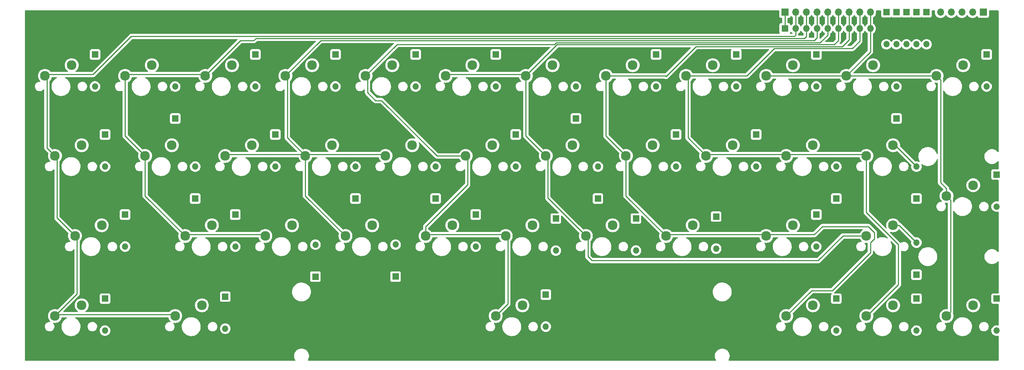
<source format=gbr>
%TF.GenerationSoftware,KiCad,Pcbnew,7.0.1*%
%TF.CreationDate,2023-04-30T14:25:02+01:00*%
%TF.ProjectId,40key,34306b65-792e-46b6-9963-61645f706362,rev?*%
%TF.SameCoordinates,Original*%
%TF.FileFunction,Copper,L2,Bot*%
%TF.FilePolarity,Positive*%
%FSLAX46Y46*%
G04 Gerber Fmt 4.6, Leading zero omitted, Abs format (unit mm)*
G04 Created by KiCad (PCBNEW 7.0.1) date 2023-04-30 14:25:02*
%MOMM*%
%LPD*%
G01*
G04 APERTURE LIST*
%TA.AperFunction,ComponentPad*%
%ADD10R,1.500000X1.500000*%
%TD*%
%TA.AperFunction,ComponentPad*%
%ADD11O,1.500000X1.500000*%
%TD*%
%TA.AperFunction,ComponentPad*%
%ADD12C,2.300000*%
%TD*%
%TA.AperFunction,ComponentPad*%
%ADD13R,1.700000X1.700000*%
%TD*%
%TA.AperFunction,ComponentPad*%
%ADD14O,1.700000X1.700000*%
%TD*%
%TA.AperFunction,ComponentPad*%
%ADD15R,1.600000X1.600000*%
%TD*%
%TA.AperFunction,ComponentPad*%
%ADD16O,1.600000X1.600000*%
%TD*%
%TA.AperFunction,Conductor*%
%ADD17C,0.250000*%
%TD*%
G04 APERTURE END LIST*
D10*
%TO.P,D23,1,K*%
%TO.N,/c1*%
X151447500Y-65722500D03*
D11*
%TO.P,D23,2,A*%
%TO.N,Net-(D23-A)*%
X151447500Y-73342500D03*
%TD*%
D10*
%TO.P,D37,1,K*%
%TO.N,/c2*%
X199072500Y-85243750D03*
D11*
%TO.P,D37,2,A*%
%TO.N,Net-(D37-A)*%
X199072500Y-92863750D03*
%TD*%
D12*
%TO.P,MX16,1,1*%
%TO.N,/d2*%
X101441250Y-70802500D03*
%TO.P,MX16,2,2*%
%TO.N,Net-(D21-A)*%
X107791250Y-68262500D03*
%TD*%
D10*
%TO.P,D13,1,K*%
%TO.N,/c0*%
X184785000Y-46672500D03*
D11*
%TO.P,D13,2,A*%
%TO.N,Net-(D13-A)*%
X184785000Y-54292500D03*
%TD*%
D12*
%TO.P,MX35,1,1*%
%TO.N,/d0*%
X41910000Y-108902500D03*
%TO.P,MX35,2,2*%
%TO.N,Net-(D40-A)*%
X48260000Y-106362500D03*
%TD*%
D13*
%TO.P,J1,1,Pin_1*%
%TO.N,VCC*%
X215423750Y-36628706D03*
D14*
%TO.P,J1,2,Pin_2*%
%TO.N,/d0*%
X217963750Y-36628706D03*
%TO.P,J1,3,Pin_3*%
%TO.N,/d1*%
X220503750Y-36628706D03*
%TO.P,J1,4,Pin_4*%
%TO.N,/d2*%
X223043750Y-36628706D03*
%TO.P,J1,5,Pin_5*%
%TO.N,/d3*%
X225583750Y-36628706D03*
%TO.P,J1,6,Pin_6*%
%TO.N,/d4*%
X228123750Y-36628706D03*
%TO.P,J1,7,Pin_7*%
%TO.N,/d5*%
X230663750Y-36628706D03*
%TO.P,J1,8,Pin_8*%
%TO.N,/d6*%
X233203750Y-36628706D03*
%TO.P,J1,9,Pin_9*%
%TO.N,/d7*%
X235743750Y-36628706D03*
%TD*%
D10*
%TO.P,D35,1,K*%
%TO.N,/c3*%
X160972500Y-85725000D03*
D11*
%TO.P,D35,2,A*%
%TO.N,Net-(D35-A)*%
X160972500Y-93345000D03*
%TD*%
D10*
%TO.P,D34,1,K*%
%TO.N,/c2*%
X141922500Y-84772500D03*
D11*
%TO.P,D34,2,A*%
%TO.N,Net-(D34-A)*%
X141922500Y-92392500D03*
%TD*%
D10*
%TO.P,D9,1,K*%
%TO.N,/c0*%
X108585000Y-46667500D03*
D11*
%TO.P,D9,2,A*%
%TO.N,Net-(D9-A)*%
X108585000Y-54287500D03*
%TD*%
D12*
%TO.P,MX6,1,1*%
%TO.N,/d4*%
X134778750Y-51752500D03*
%TO.P,MX6,2,2*%
%TO.N,Net-(D11-A)*%
X141128750Y-49212500D03*
%TD*%
%TO.P,MX26,1,1*%
%TO.N,/d1*%
X72866250Y-89852500D03*
%TO.P,MX26,2,2*%
%TO.N,Net-(D31-A)*%
X79216250Y-87312500D03*
%TD*%
%TO.P,MX31,1,1*%
%TO.N,/d4*%
X168116250Y-89852500D03*
%TO.P,MX31,2,2*%
%TO.N,Net-(D36-A)*%
X174466250Y-87312500D03*
%TD*%
%TO.P,MX21,1,1*%
%TO.N,/d6*%
X196691250Y-70802500D03*
%TO.P,MX21,2,2*%
%TO.N,Net-(D26-A)*%
X203041250Y-68262500D03*
%TD*%
D10*
%TO.P,D36,1,K*%
%TO.N,/c3*%
X180022500Y-85720000D03*
D11*
%TO.P,D36,2,A*%
%TO.N,Net-(D36-A)*%
X180022500Y-93340000D03*
%TD*%
D10*
%TO.P,D43,1,K*%
%TO.N,/c4*%
X227647500Y-104775000D03*
D11*
%TO.P,D43,2,A*%
%TO.N,Net-(D43-A)*%
X227647500Y-112395000D03*
%TD*%
D10*
%TO.P,D17,1,K*%
%TO.N,/c2*%
X263366250Y-46667500D03*
D11*
%TO.P,D17,2,A*%
%TO.N,Net-(D17-A)*%
X263366250Y-54287500D03*
%TD*%
D12*
%TO.P,MX37,1,1*%
%TO.N,/d3*%
X146685000Y-108902500D03*
%TO.P,MX37,2,2*%
%TO.N,Net-(D42-A)*%
X153035000Y-106362500D03*
%TD*%
D10*
%TO.P,D38,1,K*%
%TO.N,/c3*%
X82391250Y-104293750D03*
D11*
%TO.P,D38,2,A*%
%TO.N,Net-(D38-A)*%
X82391250Y-111913750D03*
%TD*%
D12*
%TO.P,MX33,1,1*%
%TO.N,/d5*%
X210978750Y-89852500D03*
%TO.P,MX33,2,2*%
%TO.N,Net-(D41-A)*%
X217328750Y-87312500D03*
%TD*%
D10*
%TO.P,D44,1,K*%
%TO.N,/c4*%
X246697500Y-104770000D03*
D11*
%TO.P,D44,2,A*%
%TO.N,Net-(D44-A)*%
X246697500Y-112390000D03*
%TD*%
D10*
%TO.P,D25,1,K*%
%TO.N,/c1*%
X189547500Y-65722500D03*
D11*
%TO.P,D25,2,A*%
%TO.N,Net-(D25-A)*%
X189547500Y-73342500D03*
%TD*%
D12*
%TO.P,MX12,1,1*%
%TO.N,/d7*%
X251460000Y-51752500D03*
%TO.P,MX12,2,2*%
%TO.N,Net-(D17-A)*%
X257810000Y-49212500D03*
%TD*%
D10*
%TO.P,D16,1,K*%
%TO.N,/c1*%
X241935000Y-61917500D03*
D11*
%TO.P,D16,2,A*%
%TO.N,Net-(D16-A)*%
X241935000Y-54297500D03*
%TD*%
D12*
%TO.P,MX34,1,1*%
%TO.N,/d4*%
X234791250Y-89852500D03*
%TO.P,MX34,2,2*%
%TO.N,Net-(D39-A)*%
X241141250Y-87312500D03*
%TD*%
D10*
%TO.P,D3,1,K*%
%TO.N,Net-(D3-K)*%
X244316250Y-36623706D03*
D11*
%TO.P,D3,2,A*%
%TO.N,/c2*%
X244316250Y-44243706D03*
%TD*%
D10*
%TO.P,D29,1,K*%
%TO.N,/c3*%
X265747500Y-75242500D03*
D11*
%TO.P,D29,2,A*%
%TO.N,Net-(D29-A)*%
X265747500Y-82862500D03*
%TD*%
D10*
%TO.P,D40,1,K*%
%TO.N,/c4*%
X53816250Y-104770000D03*
D11*
%TO.P,D40,2,A*%
%TO.N,Net-(D40-A)*%
X53816250Y-112390000D03*
%TD*%
D10*
%TO.P,D6,1,K*%
%TO.N,/c0*%
X51435000Y-46667500D03*
D11*
%TO.P,D6,2,A*%
%TO.N,Net-(D6-A)*%
X51435000Y-54287500D03*
%TD*%
D10*
%TO.P,D28,1,K*%
%TO.N,/c3*%
X246697500Y-80967500D03*
D11*
%TO.P,D28,2,A*%
%TO.N,Net-(D28-A)*%
X246697500Y-73347500D03*
%TD*%
D10*
%TO.P,D5,1,K*%
%TO.N,Net-(D5-K)*%
X249078750Y-36623706D03*
D11*
%TO.P,D5,2,A*%
%TO.N,/c4*%
X249078750Y-44243706D03*
%TD*%
D13*
%TO.P,J2,1,Pin_1*%
%TO.N,Net-(D1-K)*%
X262572500Y-36628706D03*
D14*
%TO.P,J2,2,Pin_2*%
%TO.N,Net-(D2-K)*%
X260032500Y-36628706D03*
%TO.P,J2,3,Pin_3*%
%TO.N,Net-(D3-K)*%
X257492500Y-36628706D03*
%TO.P,J2,4,Pin_4*%
%TO.N,Net-(D4-K)*%
X254952500Y-36628706D03*
%TO.P,J2,5,Pin_5*%
%TO.N,Net-(D5-K)*%
X252412500Y-36628706D03*
%TD*%
D12*
%TO.P,MX13,1,1*%
%TO.N,/d0*%
X41910000Y-70802500D03*
%TO.P,MX13,2,2*%
%TO.N,Net-(D18-A)*%
X48260000Y-68262500D03*
%TD*%
D10*
%TO.P,D26,1,K*%
%TO.N,/c1*%
X208597500Y-65722500D03*
D11*
%TO.P,D26,2,A*%
%TO.N,Net-(D26-A)*%
X208597500Y-73342500D03*
%TD*%
D10*
%TO.P,D32,1,K*%
%TO.N,/c4*%
X103822500Y-99541250D03*
D11*
%TO.P,D32,2,A*%
%TO.N,Net-(D32-A)*%
X103822500Y-91921250D03*
%TD*%
D12*
%TO.P,MX17,1,1*%
%TO.N,/d2*%
X120491250Y-70802500D03*
%TO.P,MX17,2,2*%
%TO.N,Net-(D22-A)*%
X126841250Y-68262500D03*
%TD*%
D10*
%TO.P,D7,1,K*%
%TO.N,/c1*%
X70485000Y-61917500D03*
D11*
%TO.P,D7,2,A*%
%TO.N,Net-(D7-A)*%
X70485000Y-54297500D03*
%TD*%
D12*
%TO.P,MX23,1,1*%
%TO.N,/d6*%
X234791250Y-70802500D03*
%TO.P,MX23,2,2*%
%TO.N,Net-(D28-A)*%
X241141250Y-68262500D03*
%TD*%
%TO.P,MX5,1,1*%
%TO.N,/d3*%
X115728750Y-51752500D03*
%TO.P,MX5,2,2*%
%TO.N,Net-(D10-A)*%
X122078750Y-49212500D03*
%TD*%
%TO.P,MX30,1,1*%
%TO.N,/d3*%
X149066250Y-89852500D03*
%TO.P,MX30,2,2*%
%TO.N,Net-(D35-A)*%
X155416250Y-87312500D03*
%TD*%
D10*
%TO.P,D14,1,K*%
%TO.N,/c0*%
X203835000Y-46667500D03*
D11*
%TO.P,D14,2,A*%
%TO.N,Net-(D14-A)*%
X203835000Y-54287500D03*
%TD*%
D12*
%TO.P,MX22,1,1*%
%TO.N,/d6*%
X215741250Y-70802500D03*
%TO.P,MX22,2,2*%
%TO.N,Net-(D27-A)*%
X222091250Y-68262500D03*
%TD*%
%TO.P,MX19,1,1*%
%TO.N,/d4*%
X158591250Y-70802500D03*
%TO.P,MX19,2,2*%
%TO.N,Net-(D24-A)*%
X164941250Y-68262500D03*
%TD*%
D10*
%TO.P,D4,1,K*%
%TO.N,Net-(D4-K)*%
X246697500Y-36623706D03*
D11*
%TO.P,D4,2,A*%
%TO.N,/c3*%
X246697500Y-44243706D03*
%TD*%
D10*
%TO.P,D31,1,K*%
%TO.N,/c3*%
X84772500Y-84767500D03*
D11*
%TO.P,D31,2,A*%
%TO.N,Net-(D31-A)*%
X84772500Y-92387500D03*
%TD*%
D12*
%TO.P,MX28,1,1*%
%TO.N,/d2*%
X110966250Y-89852500D03*
%TO.P,MX28,2,2*%
%TO.N,Net-(D33-A)*%
X117316250Y-87312500D03*
%TD*%
%TO.P,MX1,1,1*%
%TO.N,/d0*%
X39528750Y-51752500D03*
%TO.P,MX1,2,2*%
%TO.N,Net-(D6-A)*%
X45878750Y-49212500D03*
%TD*%
%TO.P,MX40,1,1*%
%TO.N,/d7*%
X253841250Y-108902500D03*
%TO.P,MX40,2,2*%
%TO.N,Net-(D45-A)*%
X260191250Y-106362500D03*
%TD*%
%TO.P,MX27,1,1*%
%TO.N,/d1*%
X91916250Y-89852500D03*
%TO.P,MX27,2,2*%
%TO.N,Net-(D32-A)*%
X98266250Y-87312500D03*
%TD*%
%TO.P,MX11,1,1*%
%TO.N,/d7*%
X230028750Y-51752500D03*
%TO.P,MX11,2,2*%
%TO.N,Net-(D16-A)*%
X236378750Y-49212500D03*
%TD*%
%TO.P,MX14,1,1*%
%TO.N,/d1*%
X63341250Y-70802500D03*
%TO.P,MX14,2,2*%
%TO.N,Net-(D19-A)*%
X69691250Y-68262500D03*
%TD*%
D10*
%TO.P,D12,1,K*%
%TO.N,/c1*%
X165735000Y-61912500D03*
D11*
%TO.P,D12,2,A*%
%TO.N,Net-(D12-A)*%
X165735000Y-54292500D03*
%TD*%
D10*
%TO.P,D8,1,K*%
%TO.N,/c0*%
X89535000Y-46667500D03*
D11*
%TO.P,D8,2,A*%
%TO.N,Net-(D8-A)*%
X89535000Y-54287500D03*
%TD*%
D10*
%TO.P,D41,1,K*%
%TO.N,/c3*%
X222885000Y-84767500D03*
D11*
%TO.P,D41,2,A*%
%TO.N,Net-(D41-A)*%
X222885000Y-92387500D03*
%TD*%
D10*
%TO.P,D1,1,K*%
%TO.N,Net-(D1-K)*%
X239553750Y-36623706D03*
D11*
%TO.P,D1,2,A*%
%TO.N,/c0*%
X239553750Y-44243706D03*
%TD*%
D10*
%TO.P,D10,1,K*%
%TO.N,/c0*%
X127635000Y-46672500D03*
D11*
%TO.P,D10,2,A*%
%TO.N,Net-(D10-A)*%
X127635000Y-54292500D03*
%TD*%
D10*
%TO.P,D30,1,K*%
%TO.N,/c2*%
X58578750Y-84767500D03*
D11*
%TO.P,D30,2,A*%
%TO.N,Net-(D30-A)*%
X58578750Y-92387500D03*
%TD*%
D12*
%TO.P,MX15,1,1*%
%TO.N,/d2*%
X82391250Y-70802500D03*
%TO.P,MX15,2,2*%
%TO.N,Net-(D20-A)*%
X88741250Y-68262500D03*
%TD*%
%TO.P,MX25,1,1*%
%TO.N,/d0*%
X46672500Y-89852500D03*
%TO.P,MX25,2,2*%
%TO.N,Net-(D30-A)*%
X53022500Y-87312500D03*
%TD*%
D15*
%TO.P,RN1,1,common*%
%TO.N,VCC*%
X215423750Y-40481250D03*
D16*
%TO.P,RN1,2,R1*%
%TO.N,/d0*%
X217963750Y-40481250D03*
%TO.P,RN1,3,R2*%
%TO.N,/d1*%
X220503750Y-40481250D03*
%TO.P,RN1,4,R3*%
%TO.N,/d2*%
X223043750Y-40481250D03*
%TO.P,RN1,5,R4*%
%TO.N,/d3*%
X225583750Y-40481250D03*
%TO.P,RN1,6,R5*%
%TO.N,/d4*%
X228123750Y-40481250D03*
%TO.P,RN1,7,R6*%
%TO.N,/d5*%
X230663750Y-40481250D03*
%TO.P,RN1,8,R7*%
%TO.N,/d6*%
X233203750Y-40481250D03*
%TO.P,RN1,9,R8*%
%TO.N,/d7*%
X235743750Y-40481250D03*
%TD*%
D12*
%TO.P,MX29,1,1*%
%TO.N,/d3*%
X130016250Y-89852500D03*
%TO.P,MX29,2,2*%
%TO.N,Net-(D34-A)*%
X136366250Y-87312500D03*
%TD*%
D10*
%TO.P,D42,1,K*%
%TO.N,/c4*%
X158591250Y-103817500D03*
D11*
%TO.P,D42,2,A*%
%TO.N,Net-(D42-A)*%
X158591250Y-111437500D03*
%TD*%
D12*
%TO.P,MX39,1,1*%
%TO.N,/d6*%
X234791250Y-108902500D03*
%TO.P,MX39,2,2*%
%TO.N,Net-(D44-A)*%
X241141250Y-106362500D03*
%TD*%
D10*
%TO.P,D39,1,K*%
%TO.N,/c4*%
X246697500Y-99065000D03*
D11*
%TO.P,D39,2,A*%
%TO.N,Net-(D39-A)*%
X246697500Y-91445000D03*
%TD*%
D10*
%TO.P,D33,1,K*%
%TO.N,/c4*%
X122872500Y-99536250D03*
D11*
%TO.P,D33,2,A*%
%TO.N,Net-(D33-A)*%
X122872500Y-91916250D03*
%TD*%
D12*
%TO.P,MX20,1,1*%
%TO.N,/d5*%
X177641250Y-70802500D03*
%TO.P,MX20,2,2*%
%TO.N,Net-(D25-A)*%
X183991250Y-68262500D03*
%TD*%
%TO.P,MX36,1,1*%
%TO.N,/d0*%
X70485000Y-108902500D03*
%TO.P,MX36,2,2*%
%TO.N,Net-(D38-A)*%
X76835000Y-106362500D03*
%TD*%
D10*
%TO.P,D20,1,K*%
%TO.N,/c1*%
X94297500Y-65717500D03*
D11*
%TO.P,D20,2,A*%
%TO.N,Net-(D20-A)*%
X94297500Y-73337500D03*
%TD*%
D12*
%TO.P,MX24,1,1*%
%TO.N,/d7*%
X253841250Y-80327500D03*
%TO.P,MX24,2,2*%
%TO.N,Net-(D29-A)*%
X260191250Y-77787500D03*
%TD*%
%TO.P,MX18,1,1*%
%TO.N,/d3*%
X139541250Y-70802500D03*
%TO.P,MX18,2,2*%
%TO.N,Net-(D23-A)*%
X145891250Y-68262500D03*
%TD*%
D10*
%TO.P,D22,1,K*%
%TO.N,/c3*%
X132397500Y-80967500D03*
D11*
%TO.P,D22,2,A*%
%TO.N,Net-(D22-A)*%
X132397500Y-73347500D03*
%TD*%
D10*
%TO.P,D45,1,K*%
%TO.N,/c4*%
X265747500Y-104770000D03*
D11*
%TO.P,D45,2,A*%
%TO.N,Net-(D45-A)*%
X265747500Y-112390000D03*
%TD*%
D12*
%TO.P,MX38,1,1*%
%TO.N,/d5*%
X215741250Y-108902500D03*
%TO.P,MX38,2,2*%
%TO.N,Net-(D43-A)*%
X222091250Y-106362500D03*
%TD*%
%TO.P,MX8,1,1*%
%TO.N,/d5*%
X172878750Y-51752500D03*
%TO.P,MX8,2,2*%
%TO.N,Net-(D13-A)*%
X179228750Y-49212500D03*
%TD*%
D10*
%TO.P,D11,1,K*%
%TO.N,/c0*%
X146685000Y-46667500D03*
D11*
%TO.P,D11,2,A*%
%TO.N,Net-(D11-A)*%
X146685000Y-54287500D03*
%TD*%
D12*
%TO.P,MX3,1,1*%
%TO.N,/d1*%
X77628750Y-51752500D03*
%TO.P,MX3,2,2*%
%TO.N,Net-(D8-A)*%
X83978750Y-49212500D03*
%TD*%
%TO.P,MX10,1,1*%
%TO.N,/d7*%
X210978750Y-51752500D03*
%TO.P,MX10,2,2*%
%TO.N,Net-(D15-A)*%
X217328750Y-49212500D03*
%TD*%
%TO.P,MX4,1,1*%
%TO.N,/d2*%
X96678750Y-51752500D03*
%TO.P,MX4,2,2*%
%TO.N,Net-(D9-A)*%
X103028750Y-49212500D03*
%TD*%
D10*
%TO.P,D2,1,K*%
%TO.N,Net-(D2-K)*%
X241935000Y-36623706D03*
D11*
%TO.P,D2,2,A*%
%TO.N,/c1*%
X241935000Y-44243706D03*
%TD*%
D10*
%TO.P,D24,1,K*%
%TO.N,/c2*%
X170973750Y-80967500D03*
D11*
%TO.P,D24,2,A*%
%TO.N,Net-(D24-A)*%
X170973750Y-73347500D03*
%TD*%
D10*
%TO.P,D15,1,K*%
%TO.N,/c0*%
X222885000Y-46667500D03*
D11*
%TO.P,D15,2,A*%
%TO.N,Net-(D15-A)*%
X222885000Y-54287500D03*
%TD*%
D10*
%TO.P,D18,1,K*%
%TO.N,/c1*%
X53816250Y-65717500D03*
D11*
%TO.P,D18,2,A*%
%TO.N,Net-(D18-A)*%
X53816250Y-73337500D03*
%TD*%
D12*
%TO.P,MX7,1,1*%
%TO.N,/d4*%
X153828750Y-51752500D03*
%TO.P,MX7,2,2*%
%TO.N,Net-(D12-A)*%
X160178750Y-49212500D03*
%TD*%
D10*
%TO.P,D21,1,K*%
%TO.N,/c2*%
X113347500Y-80967500D03*
D11*
%TO.P,D21,2,A*%
%TO.N,Net-(D21-A)*%
X113347500Y-73347500D03*
%TD*%
D10*
%TO.P,D19,1,K*%
%TO.N,/c2*%
X75247500Y-80967500D03*
D11*
%TO.P,D19,2,A*%
%TO.N,Net-(D19-A)*%
X75247500Y-73347500D03*
%TD*%
D12*
%TO.P,MX32,1,1*%
%TO.N,/d5*%
X187166250Y-89852500D03*
%TO.P,MX32,2,2*%
%TO.N,Net-(D37-A)*%
X193516250Y-87312500D03*
%TD*%
%TO.P,MX9,1,1*%
%TO.N,/d6*%
X191928750Y-51752500D03*
%TO.P,MX9,2,2*%
%TO.N,Net-(D14-A)*%
X198278750Y-49212500D03*
%TD*%
D10*
%TO.P,D27,1,K*%
%TO.N,/c2*%
X227647500Y-80962500D03*
D11*
%TO.P,D27,2,A*%
%TO.N,Net-(D27-A)*%
X227647500Y-73342500D03*
%TD*%
D12*
%TO.P,MX2,1,1*%
%TO.N,/d1*%
X58578750Y-51752500D03*
%TO.P,MX2,2,2*%
%TO.N,Net-(D7-A)*%
X64928750Y-49212500D03*
%TD*%
D17*
%TO.N,Net-(D28-A)*%
X246697500Y-73347500D02*
X241612500Y-68262500D01*
X241612500Y-68262500D02*
X241141250Y-68262500D01*
%TO.N,Net-(D39-A)*%
X242570000Y-87312500D02*
X246697500Y-91440000D01*
X241141250Y-87312500D02*
X242570000Y-87312500D01*
X246697500Y-91440000D02*
X246697500Y-91445000D01*
%TO.N,VCC*%
X215423750Y-40481250D02*
X215423750Y-36628706D01*
%TO.N,/d0*%
X42386250Y-85566250D02*
X46672500Y-89852500D01*
X42222500Y-108590000D02*
X70172500Y-108590000D01*
X39528750Y-51752500D02*
X40005000Y-52228750D01*
X60007500Y-42386250D02*
X217646250Y-42386250D01*
X217963750Y-36628706D02*
X217963750Y-40481250D01*
X50953750Y-51440000D02*
X60007500Y-42386250D01*
X39841250Y-51440000D02*
X50953750Y-51440000D01*
X42386250Y-71278750D02*
X42386250Y-85566250D01*
X70172500Y-108590000D02*
X70485000Y-108902500D01*
X47148750Y-90328750D02*
X47148750Y-103663750D01*
X217646250Y-42386250D02*
X217963750Y-42068750D01*
X217963750Y-42068750D02*
X217963750Y-36713794D01*
X46672500Y-89852500D02*
X47148750Y-90328750D01*
X39528750Y-51752500D02*
X39841250Y-51440000D01*
X40005000Y-68897500D02*
X41910000Y-70802500D01*
X41910000Y-108902500D02*
X42222500Y-108590000D01*
X40005000Y-52228750D02*
X40005000Y-68897500D01*
X47148750Y-103663750D02*
X41910000Y-108902500D01*
X41910000Y-70802500D02*
X42386250Y-71278750D01*
%TO.N,/d1*%
X77316250Y-51440000D02*
X58891250Y-51440000D01*
X58578750Y-66040000D02*
X63341250Y-70802500D01*
X220503750Y-42333750D02*
X220503750Y-36713794D01*
X77628750Y-51752500D02*
X77316250Y-51440000D01*
X63341250Y-80327500D02*
X72866250Y-89852500D01*
X58891250Y-51440000D02*
X58578750Y-51752500D01*
X73178750Y-89540000D02*
X91603750Y-89540000D01*
X63341250Y-70802500D02*
X63341250Y-80327500D01*
X86016250Y-43365000D02*
X89155284Y-43365000D01*
X220503750Y-40481250D02*
X220503750Y-36628706D01*
X220001250Y-42836250D02*
X220503750Y-42333750D01*
X89155284Y-43365000D02*
X89684034Y-42836250D01*
X89684034Y-42836250D02*
X220001250Y-42836250D01*
X72866250Y-89852500D02*
X73178750Y-89540000D01*
X77628750Y-51752500D02*
X86016250Y-43365000D01*
X91603750Y-89540000D02*
X91916250Y-89852500D01*
X58578750Y-51752500D02*
X58578750Y-66040000D01*
%TO.N,/d2*%
X101441250Y-70802500D02*
X101753750Y-70490000D01*
X82391250Y-70802500D02*
X82703750Y-70490000D01*
X223043750Y-40481250D02*
X223043750Y-36628706D01*
X222408750Y-43338750D02*
X223043750Y-42703750D01*
X223043750Y-42703750D02*
X223043750Y-36713794D01*
X82703750Y-70490000D02*
X101128750Y-70490000D01*
X101441250Y-70802500D02*
X97155000Y-66516250D01*
X101441250Y-70802500D02*
X101441250Y-80327500D01*
X101128750Y-70490000D02*
X101441250Y-70802500D01*
X101441250Y-80327500D02*
X110966250Y-89852500D01*
X97155000Y-52228750D02*
X96678750Y-51752500D01*
X101753750Y-70490000D02*
X120178750Y-70490000D01*
X97155000Y-66516250D02*
X97155000Y-52228750D01*
X105092500Y-43338750D02*
X222408750Y-43338750D01*
X96678750Y-51752500D02*
X105092500Y-43338750D01*
X120178750Y-70490000D02*
X120491250Y-70802500D01*
%TO.N,/d3*%
X148753750Y-89540000D02*
X149066250Y-89852500D01*
X139541250Y-70802500D02*
X140017500Y-71278750D01*
X140017500Y-77633750D02*
X130016250Y-87635000D01*
X223785000Y-43867500D02*
X225583750Y-42068750D01*
X115728750Y-51752500D02*
X123216250Y-44265000D01*
X130016250Y-89852500D02*
X130328750Y-89540000D01*
X115728750Y-51752500D02*
X116205000Y-52228750D01*
X149066250Y-89852500D02*
X149542500Y-90328750D01*
X116205000Y-52228750D02*
X116205000Y-55726250D01*
X160679854Y-44265000D02*
X161077354Y-43867500D01*
X130016250Y-87635000D02*
X130016250Y-89852500D01*
X118110000Y-57631250D02*
X119538750Y-57631250D01*
X225583750Y-42068750D02*
X225583750Y-40481250D01*
X123216250Y-44265000D02*
X160679854Y-44265000D01*
X130328750Y-89540000D02*
X148753750Y-89540000D01*
X225583750Y-40481250D02*
X225583750Y-36628706D01*
X140017500Y-71278750D02*
X140017500Y-77633750D01*
X161077354Y-43867500D02*
X223785000Y-43867500D01*
X149542500Y-90328750D02*
X149542500Y-106045000D01*
X119538750Y-57631250D02*
X132710000Y-70802500D01*
X149542500Y-106045000D02*
X146685000Y-108902500D01*
X116205000Y-55726250D02*
X118110000Y-57631250D01*
X132710000Y-70802500D02*
X139541250Y-70802500D01*
%TO.N,/d4*%
X168592500Y-90328750D02*
X168116250Y-89852500D01*
X159067500Y-71278750D02*
X159067500Y-80803750D01*
X228123750Y-36628706D02*
X228123750Y-40481250D01*
X228123750Y-43338750D02*
X227145000Y-44317500D01*
X153516250Y-51440000D02*
X135091250Y-51440000D01*
X158591250Y-70802500D02*
X159067500Y-71278750D01*
X153828750Y-51752500D02*
X153828750Y-66040000D01*
X227145000Y-44317500D02*
X161263750Y-44317500D01*
X223361250Y-95726250D02*
X169540000Y-95726250D01*
X159067500Y-80803750D02*
X168116250Y-89852500D01*
X168592500Y-94778750D02*
X168592500Y-90328750D01*
X228123750Y-36713794D02*
X228123750Y-43338750D01*
X234791250Y-89852500D02*
X229235000Y-89852500D01*
X161263750Y-44317500D02*
X153828750Y-51752500D01*
X153828750Y-51752500D02*
X153516250Y-51440000D01*
X169540000Y-95726250D02*
X168592500Y-94778750D01*
X153828750Y-66040000D02*
X158591250Y-70802500D01*
X135091250Y-51440000D02*
X134778750Y-51752500D01*
X229235000Y-89852500D02*
X223361250Y-95726250D01*
%TO.N,/d5*%
X235267500Y-87630000D02*
X236696250Y-89058750D01*
X229076250Y-44767500D02*
X194310000Y-44767500D01*
X210978750Y-89852500D02*
X211291250Y-89540000D01*
X230663750Y-36713794D02*
X230663750Y-43180000D01*
X194310000Y-44767500D02*
X187166250Y-51911250D01*
X235743750Y-93821250D02*
X226690000Y-102875000D01*
X172878750Y-51752500D02*
X172878750Y-66040000D01*
X177641250Y-70802500D02*
X177641250Y-80327500D01*
X222403750Y-89540000D02*
X224313750Y-87630000D01*
X210666250Y-89540000D02*
X210978750Y-89852500D01*
X235743750Y-91452350D02*
X235743750Y-93821250D01*
X221768750Y-102875000D02*
X215741250Y-108902500D01*
X230663750Y-36628706D02*
X230663750Y-40481250D01*
X236696250Y-89058750D02*
X236696250Y-90499850D01*
X187007500Y-51752500D02*
X172878750Y-51752500D01*
X177641250Y-80327500D02*
X187166250Y-89852500D01*
X226690000Y-102875000D02*
X221768750Y-102875000D01*
X187166250Y-51911250D02*
X187007500Y-51752500D01*
X172878750Y-66040000D02*
X177641250Y-70802500D01*
X187166250Y-89852500D02*
X187478750Y-89540000D01*
X224313750Y-87630000D02*
X235267500Y-87630000D01*
X187478750Y-89540000D02*
X210666250Y-89540000D01*
X236696250Y-90499850D02*
X235743750Y-91452350D01*
X230663750Y-43180000D02*
X229076250Y-44767500D01*
X211291250Y-89540000D02*
X222403750Y-89540000D01*
%TO.N,/d6*%
X215741250Y-70802500D02*
X216053750Y-70490000D01*
X231457500Y-45243750D02*
X212883750Y-45243750D01*
X234791250Y-108902500D02*
X234955000Y-108902500D01*
X242411250Y-91910559D02*
X234791250Y-84290559D01*
X234791250Y-84290559D02*
X234791250Y-70802500D01*
X233203750Y-36628706D02*
X233203750Y-40481250D01*
X234478750Y-70490000D02*
X234791250Y-70802500D01*
X233203750Y-36713794D02*
X233203750Y-43497500D01*
X206057500Y-51752500D02*
X191928750Y-51752500D01*
X206375000Y-51752500D02*
X206057500Y-51752500D01*
X216053750Y-70490000D02*
X234478750Y-70490000D01*
X212883750Y-45243750D02*
X206375000Y-51752500D01*
X191928750Y-51752500D02*
X192405000Y-52228750D01*
X192405000Y-52228750D02*
X192405000Y-66516250D01*
X234955000Y-108902500D02*
X242411250Y-101446250D01*
X197003750Y-70490000D02*
X215428750Y-70490000D01*
X233203750Y-43497500D02*
X231457500Y-45243750D01*
X192405000Y-66516250D02*
X196691250Y-70802500D01*
X242411250Y-101446250D02*
X242411250Y-91910559D01*
X196691250Y-70802500D02*
X197003750Y-70490000D01*
X215428750Y-70490000D02*
X215741250Y-70802500D01*
%TO.N,/d7*%
X235743750Y-40481250D02*
X235743750Y-36628706D01*
X253841250Y-108902500D02*
X254793750Y-107950000D01*
X254793750Y-107950000D02*
X254793750Y-81280000D01*
X252412500Y-52705000D02*
X252412500Y-77152500D01*
X235743750Y-46037500D02*
X230028750Y-51752500D01*
X253841250Y-78581250D02*
X253841250Y-80327500D01*
X235743750Y-36713794D02*
X235743750Y-46037500D01*
X252412500Y-77152500D02*
X253841250Y-78581250D01*
X254793750Y-81280000D02*
X253841250Y-80327500D01*
X210978750Y-51752500D02*
X230028750Y-51752500D01*
X230028750Y-51752500D02*
X251460000Y-51752500D01*
X251460000Y-51752500D02*
X252412500Y-52705000D01*
%TD*%
%TA.AperFunction,NonConductor*%
G36*
X216917677Y-37513979D02*
G01*
X216970423Y-37545275D01*
X217092349Y-37667201D01*
X217285375Y-37802359D01*
X217324239Y-37846676D01*
X217338250Y-37903933D01*
X217338250Y-39267062D01*
X217324239Y-39324319D01*
X217285373Y-39368637D01*
X217124609Y-39481203D01*
X216963701Y-39642111D01*
X216946475Y-39666713D01*
X216901632Y-39705850D01*
X216843719Y-39719583D01*
X216786078Y-39704749D01*
X216741989Y-39664764D01*
X216721611Y-39608842D01*
X216717841Y-39573767D01*
X216667546Y-39438919D01*
X216581296Y-39323704D01*
X216466081Y-39237454D01*
X216331233Y-39187159D01*
X216271623Y-39180750D01*
X216271619Y-39180750D01*
X216173250Y-39180750D01*
X216111250Y-39164137D01*
X216065863Y-39118750D01*
X216049250Y-39056750D01*
X216049250Y-38103205D01*
X216065863Y-38041205D01*
X216111250Y-37995818D01*
X216173250Y-37979205D01*
X216321620Y-37979205D01*
X216321622Y-37979205D01*
X216381233Y-37972797D01*
X216516081Y-37922502D01*
X216631296Y-37836252D01*
X216717546Y-37721037D01*
X216766560Y-37589622D01*
X216801539Y-37539243D01*
X216856384Y-37511790D01*
X216917677Y-37513979D01*
G37*
%TD.AperFunction*%
%TA.AperFunction,NonConductor*%
G36*
X219291007Y-37275681D02*
G01*
X219335323Y-37314545D01*
X219465255Y-37500107D01*
X219632349Y-37667201D01*
X219825375Y-37802359D01*
X219864239Y-37846676D01*
X219878250Y-37903933D01*
X219878250Y-39267062D01*
X219864239Y-39324319D01*
X219825373Y-39368637D01*
X219664609Y-39481203D01*
X219503703Y-39642109D01*
X219373183Y-39828513D01*
X219346132Y-39886525D01*
X219300375Y-39938700D01*
X219233750Y-39958119D01*
X219167125Y-39938700D01*
X219121368Y-39886525D01*
X219094318Y-39828516D01*
X219008427Y-39705850D01*
X218963796Y-39642109D01*
X218802890Y-39481203D01*
X218642127Y-39368637D01*
X218603261Y-39324319D01*
X218589250Y-39267062D01*
X218589250Y-37903933D01*
X218603261Y-37846676D01*
X218642124Y-37802359D01*
X218835151Y-37667201D01*
X219002245Y-37500107D01*
X219132176Y-37314545D01*
X219176493Y-37275681D01*
X219233750Y-37261670D01*
X219291007Y-37275681D01*
G37*
%TD.AperFunction*%
%TA.AperFunction,NonConductor*%
G36*
X221831007Y-37275681D02*
G01*
X221875323Y-37314545D01*
X222005255Y-37500107D01*
X222172349Y-37667201D01*
X222365375Y-37802359D01*
X222404239Y-37846676D01*
X222418250Y-37903933D01*
X222418250Y-39267062D01*
X222404239Y-39324319D01*
X222365373Y-39368637D01*
X222204609Y-39481203D01*
X222043703Y-39642109D01*
X221913183Y-39828513D01*
X221886132Y-39886525D01*
X221840375Y-39938700D01*
X221773750Y-39958119D01*
X221707125Y-39938700D01*
X221661368Y-39886525D01*
X221634318Y-39828516D01*
X221548427Y-39705850D01*
X221503796Y-39642109D01*
X221342890Y-39481203D01*
X221182127Y-39368637D01*
X221143261Y-39324319D01*
X221129250Y-39267062D01*
X221129250Y-37903933D01*
X221143261Y-37846676D01*
X221182124Y-37802359D01*
X221375151Y-37667201D01*
X221542245Y-37500107D01*
X221672176Y-37314545D01*
X221716493Y-37275681D01*
X221773750Y-37261670D01*
X221831007Y-37275681D01*
G37*
%TD.AperFunction*%
%TA.AperFunction,NonConductor*%
G36*
X224371007Y-37275681D02*
G01*
X224415323Y-37314545D01*
X224545255Y-37500107D01*
X224712349Y-37667201D01*
X224905375Y-37802359D01*
X224944239Y-37846676D01*
X224958250Y-37903933D01*
X224958250Y-39267062D01*
X224944239Y-39324319D01*
X224905373Y-39368637D01*
X224744609Y-39481203D01*
X224583703Y-39642109D01*
X224453183Y-39828513D01*
X224426132Y-39886525D01*
X224380375Y-39938700D01*
X224313750Y-39958119D01*
X224247125Y-39938700D01*
X224201368Y-39886525D01*
X224174318Y-39828516D01*
X224088427Y-39705850D01*
X224043796Y-39642109D01*
X223882890Y-39481203D01*
X223722127Y-39368637D01*
X223683261Y-39324319D01*
X223669250Y-39267062D01*
X223669250Y-37903933D01*
X223683261Y-37846676D01*
X223722124Y-37802359D01*
X223915151Y-37667201D01*
X224082245Y-37500107D01*
X224212176Y-37314545D01*
X224256493Y-37275681D01*
X224313750Y-37261670D01*
X224371007Y-37275681D01*
G37*
%TD.AperFunction*%
%TA.AperFunction,NonConductor*%
G36*
X226911007Y-37275681D02*
G01*
X226955323Y-37314545D01*
X227085255Y-37500107D01*
X227252349Y-37667201D01*
X227445375Y-37802359D01*
X227484239Y-37846676D01*
X227498250Y-37903933D01*
X227498250Y-39267062D01*
X227484239Y-39324319D01*
X227445373Y-39368637D01*
X227284609Y-39481203D01*
X227123703Y-39642109D01*
X226993183Y-39828513D01*
X226966132Y-39886525D01*
X226920375Y-39938700D01*
X226853750Y-39958119D01*
X226787125Y-39938700D01*
X226741368Y-39886525D01*
X226714318Y-39828516D01*
X226628427Y-39705850D01*
X226583796Y-39642109D01*
X226422890Y-39481203D01*
X226262127Y-39368637D01*
X226223261Y-39324319D01*
X226209250Y-39267062D01*
X226209250Y-37903933D01*
X226223261Y-37846676D01*
X226262124Y-37802359D01*
X226455151Y-37667201D01*
X226622245Y-37500107D01*
X226752176Y-37314545D01*
X226796493Y-37275681D01*
X226853750Y-37261670D01*
X226911007Y-37275681D01*
G37*
%TD.AperFunction*%
%TA.AperFunction,NonConductor*%
G36*
X229451007Y-37275681D02*
G01*
X229495323Y-37314545D01*
X229625255Y-37500107D01*
X229792349Y-37667201D01*
X229985375Y-37802359D01*
X230024239Y-37846676D01*
X230038250Y-37903933D01*
X230038250Y-39267062D01*
X230024239Y-39324319D01*
X229985373Y-39368637D01*
X229824609Y-39481203D01*
X229663703Y-39642109D01*
X229533183Y-39828513D01*
X229506132Y-39886525D01*
X229460375Y-39938700D01*
X229393750Y-39958119D01*
X229327125Y-39938700D01*
X229281368Y-39886525D01*
X229254318Y-39828516D01*
X229168427Y-39705850D01*
X229123796Y-39642109D01*
X228962890Y-39481203D01*
X228802127Y-39368637D01*
X228763261Y-39324319D01*
X228749250Y-39267062D01*
X228749250Y-37903933D01*
X228763261Y-37846676D01*
X228802124Y-37802359D01*
X228995151Y-37667201D01*
X229162245Y-37500107D01*
X229292176Y-37314545D01*
X229336493Y-37275681D01*
X229393750Y-37261670D01*
X229451007Y-37275681D01*
G37*
%TD.AperFunction*%
%TA.AperFunction,NonConductor*%
G36*
X231991007Y-37275681D02*
G01*
X232035323Y-37314545D01*
X232165255Y-37500107D01*
X232332349Y-37667201D01*
X232525375Y-37802359D01*
X232564239Y-37846676D01*
X232578250Y-37903933D01*
X232578250Y-39267062D01*
X232564239Y-39324319D01*
X232525373Y-39368637D01*
X232364609Y-39481203D01*
X232203703Y-39642109D01*
X232073183Y-39828513D01*
X232046132Y-39886525D01*
X232000375Y-39938700D01*
X231933750Y-39958119D01*
X231867125Y-39938700D01*
X231821368Y-39886525D01*
X231794318Y-39828516D01*
X231708427Y-39705850D01*
X231663796Y-39642109D01*
X231502890Y-39481203D01*
X231342127Y-39368637D01*
X231303261Y-39324319D01*
X231289250Y-39267062D01*
X231289250Y-37903933D01*
X231303261Y-37846676D01*
X231342124Y-37802359D01*
X231535151Y-37667201D01*
X231702245Y-37500107D01*
X231832176Y-37314545D01*
X231876493Y-37275681D01*
X231933750Y-37261670D01*
X231991007Y-37275681D01*
G37*
%TD.AperFunction*%
%TA.AperFunction,NonConductor*%
G36*
X234531007Y-37275681D02*
G01*
X234575323Y-37314545D01*
X234705255Y-37500107D01*
X234872349Y-37667201D01*
X235065375Y-37802359D01*
X235104239Y-37846676D01*
X235118250Y-37903933D01*
X235118250Y-39267062D01*
X235104239Y-39324319D01*
X235065373Y-39368637D01*
X234904609Y-39481203D01*
X234743703Y-39642109D01*
X234613183Y-39828513D01*
X234586132Y-39886525D01*
X234540375Y-39938700D01*
X234473750Y-39958119D01*
X234407125Y-39938700D01*
X234361368Y-39886525D01*
X234334318Y-39828516D01*
X234248427Y-39705850D01*
X234203796Y-39642109D01*
X234042890Y-39481203D01*
X233882127Y-39368637D01*
X233843261Y-39324319D01*
X233829250Y-39267062D01*
X233829250Y-37903933D01*
X233843261Y-37846676D01*
X233882124Y-37802359D01*
X234075151Y-37667201D01*
X234242245Y-37500107D01*
X234372176Y-37314545D01*
X234416493Y-37275681D01*
X234473750Y-37261670D01*
X234531007Y-37275681D01*
G37*
%TD.AperFunction*%
%TA.AperFunction,NonConductor*%
G36*
X216901632Y-41256650D02*
G01*
X216946475Y-41295787D01*
X216963701Y-41320388D01*
X217124609Y-41481296D01*
X217201557Y-41535175D01*
X217241884Y-41582391D01*
X217254264Y-41643239D01*
X217235592Y-41702460D01*
X217190551Y-41745203D01*
X217130434Y-41760750D01*
X216737723Y-41760750D01*
X216672556Y-41742245D01*
X216626839Y-41692254D01*
X216614217Y-41625697D01*
X216638455Y-41562441D01*
X216667546Y-41523581D01*
X216717841Y-41388733D01*
X216721612Y-41353655D01*
X216741989Y-41297736D01*
X216786078Y-41257751D01*
X216843719Y-41242917D01*
X216901632Y-41256650D01*
G37*
%TD.AperFunction*%
%TA.AperFunction,NonConductor*%
G36*
X219300375Y-41023799D02*
G01*
X219346132Y-41075975D01*
X219373181Y-41133983D01*
X219503703Y-41320390D01*
X219664609Y-41481296D01*
X219825373Y-41593863D01*
X219864239Y-41638181D01*
X219878250Y-41695438D01*
X219878250Y-42023297D01*
X219868811Y-42070750D01*
X219841931Y-42110978D01*
X219778478Y-42174431D01*
X219738250Y-42201311D01*
X219690797Y-42210750D01*
X218718292Y-42210750D01*
X218659695Y-42196031D01*
X218615009Y-42155370D01*
X218594842Y-42098418D01*
X218592596Y-42074659D01*
X218589800Y-42045074D01*
X218589250Y-42033406D01*
X218589250Y-41695438D01*
X218603261Y-41638181D01*
X218642127Y-41593863D01*
X218716597Y-41541718D01*
X218802889Y-41481297D01*
X218963797Y-41320389D01*
X219094318Y-41133984D01*
X219121368Y-41075974D01*
X219167125Y-41023799D01*
X219233750Y-41004379D01*
X219300375Y-41023799D01*
G37*
%TD.AperFunction*%
%TA.AperFunction,NonConductor*%
G36*
X221840375Y-41023799D02*
G01*
X221886132Y-41075975D01*
X221913181Y-41133983D01*
X222043703Y-41320390D01*
X222204609Y-41481296D01*
X222365373Y-41593863D01*
X222404239Y-41638181D01*
X222418250Y-41695438D01*
X222418250Y-42393298D01*
X222408811Y-42440751D01*
X222381931Y-42480979D01*
X222185978Y-42676931D01*
X222145750Y-42703811D01*
X222098297Y-42713250D01*
X221211959Y-42713250D01*
X221157407Y-42700606D01*
X221113981Y-42665252D01*
X221090536Y-42614399D01*
X221091854Y-42558416D01*
X221094929Y-42546438D01*
X221101231Y-42528030D01*
X221109187Y-42509646D01*
X221116019Y-42466502D01*
X221118383Y-42455088D01*
X221129250Y-42412769D01*
X221129250Y-42392734D01*
X221130777Y-42373335D01*
X221130818Y-42373071D01*
X221133910Y-42353554D01*
X221129800Y-42310075D01*
X221129250Y-42298406D01*
X221129250Y-41695438D01*
X221143261Y-41638181D01*
X221182127Y-41593863D01*
X221256597Y-41541718D01*
X221342889Y-41481297D01*
X221503797Y-41320389D01*
X221634318Y-41133984D01*
X221661368Y-41075974D01*
X221707125Y-41023799D01*
X221773750Y-41004379D01*
X221840375Y-41023799D01*
G37*
%TD.AperFunction*%
%TA.AperFunction,NonConductor*%
G36*
X224380375Y-41023799D02*
G01*
X224426132Y-41075975D01*
X224453181Y-41133983D01*
X224583703Y-41320390D01*
X224744609Y-41481296D01*
X224905373Y-41593863D01*
X224944239Y-41638181D01*
X224958250Y-41695438D01*
X224958250Y-41758298D01*
X224948811Y-41805751D01*
X224921931Y-41845979D01*
X223880633Y-42887276D01*
X223825293Y-42919303D01*
X223761354Y-42919502D01*
X223705816Y-42887819D01*
X223673447Y-42832678D01*
X223673128Y-42798435D01*
X223669250Y-42798435D01*
X223669250Y-42762734D01*
X223670777Y-42743335D01*
X223673910Y-42723554D01*
X223669800Y-42680075D01*
X223669250Y-42668406D01*
X223669250Y-41695438D01*
X223683261Y-41638181D01*
X223722127Y-41593863D01*
X223796597Y-41541718D01*
X223882889Y-41481297D01*
X224043797Y-41320389D01*
X224174318Y-41133984D01*
X224201368Y-41075974D01*
X224247125Y-41023799D01*
X224313750Y-41004379D01*
X224380375Y-41023799D01*
G37*
%TD.AperFunction*%
%TA.AperFunction,NonConductor*%
G36*
X226920375Y-41023799D02*
G01*
X226966132Y-41075975D01*
X226993181Y-41133983D01*
X227123703Y-41320390D01*
X227284609Y-41481296D01*
X227445373Y-41593863D01*
X227484239Y-41638181D01*
X227498250Y-41695438D01*
X227498250Y-43028298D01*
X227488811Y-43075751D01*
X227461931Y-43115979D01*
X226922228Y-43655681D01*
X226882000Y-43682561D01*
X226834547Y-43692000D01*
X225144452Y-43692000D01*
X225088157Y-43678485D01*
X225044134Y-43640885D01*
X225021979Y-43587398D01*
X225026521Y-43529682D01*
X225056771Y-43480319D01*
X225278072Y-43259018D01*
X225967536Y-42569552D01*
X225983637Y-42556654D01*
X225985624Y-42554537D01*
X225985627Y-42554536D01*
X226031682Y-42505491D01*
X226034363Y-42502726D01*
X226053870Y-42483220D01*
X226056331Y-42480045D01*
X226063902Y-42471181D01*
X226093812Y-42439332D01*
X226103463Y-42421776D01*
X226114143Y-42405517D01*
X226126424Y-42389686D01*
X226143768Y-42349601D01*
X226148910Y-42339106D01*
X226169947Y-42300842D01*
X226174928Y-42281438D01*
X226181230Y-42263033D01*
X226189188Y-42244645D01*
X226196020Y-42201498D01*
X226198389Y-42190066D01*
X226209250Y-42147770D01*
X226209250Y-42127734D01*
X226210777Y-42108335D01*
X226213910Y-42088554D01*
X226209800Y-42045074D01*
X226209250Y-42033406D01*
X226209250Y-41695438D01*
X226223261Y-41638181D01*
X226262127Y-41593863D01*
X226336597Y-41541718D01*
X226422889Y-41481297D01*
X226583797Y-41320389D01*
X226714318Y-41133984D01*
X226741368Y-41075974D01*
X226787125Y-41023799D01*
X226853750Y-41004379D01*
X226920375Y-41023799D01*
G37*
%TD.AperFunction*%
%TA.AperFunction,NonConductor*%
G36*
X229460375Y-41023799D02*
G01*
X229506132Y-41075975D01*
X229533181Y-41133983D01*
X229663703Y-41320390D01*
X229824609Y-41481296D01*
X229985373Y-41593863D01*
X230024239Y-41638181D01*
X230038250Y-41695438D01*
X230038250Y-42869548D01*
X230028811Y-42917001D01*
X230001931Y-42957229D01*
X228853478Y-44105681D01*
X228813250Y-44132561D01*
X228765797Y-44142000D01*
X228504451Y-44142000D01*
X228448156Y-44128485D01*
X228404133Y-44090886D01*
X228381978Y-44037398D01*
X228386520Y-43979682D01*
X228416766Y-43930322D01*
X228507540Y-43839548D01*
X228523637Y-43826653D01*
X228525622Y-43824539D01*
X228525627Y-43824536D01*
X228571682Y-43775491D01*
X228574363Y-43772726D01*
X228579233Y-43767856D01*
X228593870Y-43753220D01*
X228596331Y-43750045D01*
X228603902Y-43741181D01*
X228633812Y-43709332D01*
X228643463Y-43691776D01*
X228654143Y-43675517D01*
X228666424Y-43659686D01*
X228683768Y-43619601D01*
X228688910Y-43609106D01*
X228709947Y-43570842D01*
X228714928Y-43551438D01*
X228721232Y-43533029D01*
X228729188Y-43514645D01*
X228736020Y-43471498D01*
X228738389Y-43460066D01*
X228749250Y-43417770D01*
X228749250Y-43397734D01*
X228750777Y-43378335D01*
X228751419Y-43374282D01*
X228753910Y-43358554D01*
X228749800Y-43315075D01*
X228749250Y-43303406D01*
X228749250Y-41695438D01*
X228763261Y-41638181D01*
X228802127Y-41593863D01*
X228876597Y-41541718D01*
X228962889Y-41481297D01*
X229123797Y-41320389D01*
X229254318Y-41133984D01*
X229281368Y-41075974D01*
X229327125Y-41023799D01*
X229393750Y-41004379D01*
X229460375Y-41023799D01*
G37*
%TD.AperFunction*%
%TA.AperFunction,NonConductor*%
G36*
X232000375Y-41023799D02*
G01*
X232046132Y-41075975D01*
X232073181Y-41133983D01*
X232203703Y-41320390D01*
X232364609Y-41481296D01*
X232525373Y-41593863D01*
X232564239Y-41638181D01*
X232578250Y-41695438D01*
X232578250Y-43187047D01*
X232568811Y-43234500D01*
X232541931Y-43274728D01*
X231234728Y-44581931D01*
X231194500Y-44608811D01*
X231147047Y-44618250D01*
X230409452Y-44618250D01*
X230353157Y-44604735D01*
X230309134Y-44567135D01*
X230286979Y-44513648D01*
X230291521Y-44455932D01*
X230321771Y-44406569D01*
X230659488Y-44068852D01*
X231047539Y-43680800D01*
X231063635Y-43667906D01*
X231065623Y-43665787D01*
X231065627Y-43665786D01*
X231111698Y-43616723D01*
X231114316Y-43614023D01*
X231133870Y-43594471D01*
X231136331Y-43591298D01*
X231143906Y-43582427D01*
X231173812Y-43550582D01*
X231183463Y-43533026D01*
X231194150Y-43516757D01*
X231195788Y-43514646D01*
X231206423Y-43500936D01*
X231223776Y-43460832D01*
X231228907Y-43450362D01*
X231236347Y-43436829D01*
X231249947Y-43412092D01*
X231254925Y-43392699D01*
X231261231Y-43374282D01*
X231268037Y-43358555D01*
X231269188Y-43355896D01*
X231276022Y-43312745D01*
X231278385Y-43301331D01*
X231289250Y-43259019D01*
X231289250Y-43238984D01*
X231290777Y-43219585D01*
X231293910Y-43199804D01*
X231289800Y-43156325D01*
X231289250Y-43144656D01*
X231289250Y-41695438D01*
X231303261Y-41638181D01*
X231342127Y-41593863D01*
X231416597Y-41541718D01*
X231502889Y-41481297D01*
X231663797Y-41320389D01*
X231794318Y-41133984D01*
X231821368Y-41075974D01*
X231867125Y-41023799D01*
X231933750Y-41004379D01*
X232000375Y-41023799D01*
G37*
%TD.AperFunction*%
%TA.AperFunction,NonConductor*%
G36*
X202669880Y-45411505D02*
G01*
X202715597Y-45461495D01*
X202728219Y-45528052D01*
X202703980Y-45591310D01*
X202641205Y-45675166D01*
X202590909Y-45810016D01*
X202590371Y-45815017D01*
X202584595Y-45868749D01*
X202584500Y-45869630D01*
X202584500Y-47465369D01*
X202590909Y-47524983D01*
X202641204Y-47659831D01*
X202727454Y-47775046D01*
X202842669Y-47861296D01*
X202977517Y-47911591D01*
X203037127Y-47918000D01*
X204632872Y-47917999D01*
X204692483Y-47911591D01*
X204827331Y-47861296D01*
X204942546Y-47775046D01*
X205028796Y-47659831D01*
X205079091Y-47524983D01*
X205085500Y-47465373D01*
X205085499Y-45869628D01*
X205079091Y-45810017D01*
X205028796Y-45675169D01*
X205024696Y-45669692D01*
X204966020Y-45591310D01*
X204941781Y-45528052D01*
X204954403Y-45461495D01*
X205000120Y-45411505D01*
X205065287Y-45393000D01*
X211550548Y-45393000D01*
X211606843Y-45406515D01*
X211650866Y-45444115D01*
X211673021Y-45497602D01*
X211668479Y-45555318D01*
X211638229Y-45604681D01*
X206152228Y-51090681D01*
X206112000Y-51117561D01*
X206064547Y-51127000D01*
X193539002Y-51127000D01*
X193491549Y-51117561D01*
X193451321Y-51090682D01*
X193424441Y-51050453D01*
X193403905Y-51000875D01*
X193403904Y-51000872D01*
X193268162Y-50779360D01*
X193261049Y-50771032D01*
X193193932Y-50692448D01*
X193099439Y-50581811D01*
X192980313Y-50480067D01*
X192901893Y-50413090D01*
X192901890Y-50413088D01*
X192680378Y-50277346D01*
X192566488Y-50230171D01*
X192440360Y-50177926D01*
X192187745Y-50117279D01*
X191928750Y-50096896D01*
X191669754Y-50117279D01*
X191417139Y-50177926D01*
X191212274Y-50262785D01*
X191177122Y-50277346D01*
X191033109Y-50365596D01*
X190955606Y-50413090D01*
X190758061Y-50581811D01*
X190589340Y-50779356D01*
X190541846Y-50856859D01*
X190453596Y-51000872D01*
X190453595Y-51000875D01*
X190354176Y-51240889D01*
X190293529Y-51493504D01*
X190273146Y-51752499D01*
X190293529Y-52011495D01*
X190354176Y-52264110D01*
X190400195Y-52375208D01*
X190453596Y-52504128D01*
X190571876Y-52697144D01*
X190589340Y-52725643D01*
X190622384Y-52764332D01*
X190758061Y-52923189D01*
X190787944Y-52948711D01*
X190822703Y-52997353D01*
X190830662Y-53056607D01*
X190809969Y-53112698D01*
X190765434Y-53152587D01*
X190707411Y-53167000D01*
X190605132Y-53167000D01*
X190504911Y-53176569D01*
X190444776Y-53182312D01*
X190238542Y-53242868D01*
X190047492Y-53341361D01*
X189878532Y-53474233D01*
X189737772Y-53636677D01*
X189630302Y-53822821D01*
X189559999Y-54025945D01*
X189529411Y-54238701D01*
X189539638Y-54453404D01*
X189590314Y-54662294D01*
X189679602Y-54857809D01*
X189758800Y-54969026D01*
X189804284Y-55032899D01*
X189959847Y-55181227D01*
X190016284Y-55217497D01*
X190140667Y-55297434D01*
X190162102Y-55306015D01*
X190340218Y-55377322D01*
X190551278Y-55418000D01*
X190712363Y-55418000D01*
X190712368Y-55418000D01*
X190872721Y-55402688D01*
X191078959Y-55342131D01*
X191270009Y-55243638D01*
X191438967Y-55110768D01*
X191561788Y-54969024D01*
X191610512Y-54934678D01*
X191669635Y-54927037D01*
X191725491Y-54947871D01*
X191765170Y-54992362D01*
X191779500Y-55050229D01*
X191779500Y-66433506D01*
X191777235Y-66454012D01*
X191779439Y-66524123D01*
X191779500Y-66528018D01*
X191779500Y-66555599D01*
X191780003Y-66559584D01*
X191780918Y-66571217D01*
X191782290Y-66614876D01*
X191787879Y-66634110D01*
X191791825Y-66653166D01*
X191794335Y-66673042D01*
X191810414Y-66713654D01*
X191814197Y-66724701D01*
X191826382Y-66766641D01*
X191836580Y-66783885D01*
X191845136Y-66801350D01*
X191852514Y-66819982D01*
X191856193Y-66825046D01*
X191878180Y-66855309D01*
X191884593Y-66865072D01*
X191906826Y-66902666D01*
X191906829Y-66902669D01*
X191906830Y-66902670D01*
X191920995Y-66916835D01*
X191933627Y-66931625D01*
X191945406Y-66947837D01*
X191979058Y-66975676D01*
X191987699Y-66983539D01*
X195110334Y-70106174D01*
X195137214Y-70146402D01*
X195146653Y-70193855D01*
X195137214Y-70241308D01*
X195116676Y-70290889D01*
X195056029Y-70543504D01*
X195035646Y-70802500D01*
X195056029Y-71061495D01*
X195116676Y-71314110D01*
X195158750Y-71415683D01*
X195216096Y-71554128D01*
X195289683Y-71674211D01*
X195351840Y-71775643D01*
X195416189Y-71850985D01*
X195520561Y-71973189D01*
X195550444Y-71998711D01*
X195585203Y-72047353D01*
X195593162Y-72106607D01*
X195572469Y-72162698D01*
X195527934Y-72202587D01*
X195469911Y-72217000D01*
X195367632Y-72217000D01*
X195267411Y-72226570D01*
X195207276Y-72232312D01*
X195001042Y-72292868D01*
X194809992Y-72391361D01*
X194641032Y-72524233D01*
X194500272Y-72686677D01*
X194392802Y-72872821D01*
X194322499Y-73075945D01*
X194291911Y-73288701D01*
X194302138Y-73503404D01*
X194352814Y-73712294D01*
X194442102Y-73907809D01*
X194521300Y-74019026D01*
X194566784Y-74082899D01*
X194722347Y-74231227D01*
X194778784Y-74267497D01*
X194903167Y-74347434D01*
X194924602Y-74356015D01*
X195102718Y-74427322D01*
X195313778Y-74468000D01*
X195474863Y-74468000D01*
X195474868Y-74468000D01*
X195635221Y-74452688D01*
X195841459Y-74392131D01*
X196032509Y-74293638D01*
X196201467Y-74160768D01*
X196342226Y-73998324D01*
X196449698Y-73812177D01*
X196520000Y-73609054D01*
X196550589Y-73396297D01*
X196540362Y-73181596D01*
X196489687Y-72972710D01*
X196464779Y-72918170D01*
X196400398Y-72777194D01*
X196400397Y-72777193D01*
X196400396Y-72777190D01*
X196294386Y-72628320D01*
X196272502Y-72572929D01*
X196278968Y-72513722D01*
X196312294Y-72464360D01*
X196364791Y-72436230D01*
X196424346Y-72435822D01*
X196432256Y-72437721D01*
X196691250Y-72458104D01*
X196950244Y-72437721D01*
X197202860Y-72377073D01*
X197442878Y-72277654D01*
X197664390Y-72141912D01*
X197861939Y-71973189D01*
X198030662Y-71775640D01*
X198166404Y-71554128D01*
X198265823Y-71314110D01*
X198280800Y-71251726D01*
X198290685Y-71210553D01*
X198314893Y-71161464D01*
X198357876Y-71127579D01*
X198411259Y-71115500D01*
X199411623Y-71115500D01*
X199474815Y-71132810D01*
X199520365Y-71179908D01*
X199535554Y-71243643D01*
X199516142Y-71306222D01*
X199467548Y-71350172D01*
X199354909Y-71407091D01*
X199107169Y-71577154D01*
X198884312Y-71778716D01*
X198690307Y-72008187D01*
X198528617Y-72261470D01*
X198402133Y-72534037D01*
X198313104Y-72821037D01*
X198263124Y-73117341D01*
X198253083Y-73417667D01*
X198283161Y-73716645D01*
X198352819Y-74008948D01*
X198460817Y-74289357D01*
X198591089Y-74527074D01*
X198605229Y-74552875D01*
X198783473Y-74794790D01*
X198992371Y-75010789D01*
X199228196Y-75197018D01*
X199486737Y-75350152D01*
X199763383Y-75467460D01*
X199763384Y-75467460D01*
X199763386Y-75467461D01*
X199827260Y-75484957D01*
X200053196Y-75546848D01*
X200351005Y-75586900D01*
X200576283Y-75586900D01*
X200576285Y-75586900D01*
X200801070Y-75571852D01*
X200874686Y-75556888D01*
X201095537Y-75511999D01*
X201379401Y-75413431D01*
X201513496Y-75345669D01*
X201647590Y-75277909D01*
X201765428Y-75197018D01*
X201895330Y-75107846D01*
X202118189Y-74906282D01*
X202312193Y-74676812D01*
X202473881Y-74423532D01*
X202600368Y-74150960D01*
X202689396Y-73863962D01*
X202739376Y-73567658D01*
X202748703Y-73288701D01*
X204451911Y-73288701D01*
X204462138Y-73503404D01*
X204512814Y-73712294D01*
X204602102Y-73907809D01*
X204681300Y-74019026D01*
X204726784Y-74082899D01*
X204882347Y-74231227D01*
X204938784Y-74267497D01*
X205063167Y-74347434D01*
X205084602Y-74356015D01*
X205262718Y-74427322D01*
X205473778Y-74468000D01*
X205634863Y-74468000D01*
X205634868Y-74468000D01*
X205795221Y-74452688D01*
X206001459Y-74392131D01*
X206192509Y-74293638D01*
X206361467Y-74160768D01*
X206502226Y-73998324D01*
X206609698Y-73812177D01*
X206680000Y-73609054D01*
X206710589Y-73396297D01*
X206708026Y-73342499D01*
X207342222Y-73342499D01*
X207361292Y-73560474D01*
X207417925Y-73771831D01*
X207460887Y-73863962D01*
X207510398Y-73970139D01*
X207635902Y-74149377D01*
X207790623Y-74304098D01*
X207969861Y-74429602D01*
X208168170Y-74522075D01*
X208379523Y-74578707D01*
X208597500Y-74597777D01*
X208815477Y-74578707D01*
X209026830Y-74522075D01*
X209225139Y-74429602D01*
X209404377Y-74304098D01*
X209559098Y-74149377D01*
X209684602Y-73970139D01*
X209777075Y-73771830D01*
X209833707Y-73560477D01*
X209852777Y-73342500D01*
X209852339Y-73337499D01*
X209841708Y-73215983D01*
X209833707Y-73124523D01*
X209777075Y-72913170D01*
X209684602Y-72714862D01*
X209559098Y-72535623D01*
X209404377Y-72380902D01*
X209225139Y-72255398D01*
X209133705Y-72212761D01*
X209026831Y-72162925D01*
X208815474Y-72106292D01*
X208597499Y-72087222D01*
X208379525Y-72106292D01*
X208168168Y-72162925D01*
X207969861Y-72255398D01*
X207790622Y-72380902D01*
X207635902Y-72535622D01*
X207510398Y-72714861D01*
X207417925Y-72913168D01*
X207361292Y-73124525D01*
X207342222Y-73342499D01*
X206708026Y-73342499D01*
X206700362Y-73181596D01*
X206649687Y-72972710D01*
X206647698Y-72968354D01*
X206560397Y-72777190D01*
X206435717Y-72602103D01*
X206435716Y-72602101D01*
X206280153Y-72453773D01*
X206225750Y-72418810D01*
X206099332Y-72337565D01*
X205906576Y-72260398D01*
X205899782Y-72257678D01*
X205899781Y-72257677D01*
X205899779Y-72257677D01*
X205688722Y-72217000D01*
X205527632Y-72217000D01*
X205427411Y-72226570D01*
X205367276Y-72232312D01*
X205161042Y-72292868D01*
X204969992Y-72391361D01*
X204801032Y-72524233D01*
X204660272Y-72686677D01*
X204552802Y-72872821D01*
X204482499Y-73075945D01*
X204451911Y-73288701D01*
X202748703Y-73288701D01*
X202749417Y-73267336D01*
X202719339Y-72968355D01*
X202649680Y-72676051D01*
X202621199Y-72602103D01*
X202541682Y-72395642D01*
X202488277Y-72298191D01*
X202397271Y-72132125D01*
X202219027Y-71890210D01*
X202010129Y-71674211D01*
X201976741Y-71647845D01*
X201774303Y-71487981D01*
X201534912Y-71346190D01*
X201490169Y-71300541D01*
X201474107Y-71238671D01*
X201490994Y-71177022D01*
X201536343Y-71131975D01*
X201598104Y-71115500D01*
X214021241Y-71115500D01*
X214074624Y-71127579D01*
X214117607Y-71161464D01*
X214141815Y-71210553D01*
X214166676Y-71314110D01*
X214208750Y-71415683D01*
X214266096Y-71554128D01*
X214339683Y-71674211D01*
X214401840Y-71775643D01*
X214466189Y-71850985D01*
X214570561Y-71973189D01*
X214600444Y-71998711D01*
X214635203Y-72047353D01*
X214643162Y-72106607D01*
X214622469Y-72162698D01*
X214577934Y-72202587D01*
X214519911Y-72217000D01*
X214417632Y-72217000D01*
X214317411Y-72226570D01*
X214257276Y-72232312D01*
X214051042Y-72292868D01*
X213859992Y-72391361D01*
X213691032Y-72524233D01*
X213550272Y-72686677D01*
X213442802Y-72872821D01*
X213372499Y-73075945D01*
X213341911Y-73288701D01*
X213352138Y-73503404D01*
X213402814Y-73712294D01*
X213492102Y-73907809D01*
X213571300Y-74019026D01*
X213616784Y-74082899D01*
X213772347Y-74231227D01*
X213828784Y-74267497D01*
X213953167Y-74347434D01*
X213974602Y-74356015D01*
X214152718Y-74427322D01*
X214363778Y-74468000D01*
X214524863Y-74468000D01*
X214524868Y-74468000D01*
X214685221Y-74452688D01*
X214891459Y-74392131D01*
X215082509Y-74293638D01*
X215251467Y-74160768D01*
X215392226Y-73998324D01*
X215499698Y-73812177D01*
X215570000Y-73609054D01*
X215600589Y-73396297D01*
X215590362Y-73181596D01*
X215539687Y-72972710D01*
X215514779Y-72918170D01*
X215450398Y-72777194D01*
X215450397Y-72777193D01*
X215450396Y-72777190D01*
X215344386Y-72628320D01*
X215322502Y-72572929D01*
X215328968Y-72513722D01*
X215362294Y-72464360D01*
X215414791Y-72436230D01*
X215474346Y-72435822D01*
X215482256Y-72437721D01*
X215741250Y-72458104D01*
X216000244Y-72437721D01*
X216252860Y-72377073D01*
X216492878Y-72277654D01*
X216714390Y-72141912D01*
X216911939Y-71973189D01*
X217080662Y-71775640D01*
X217216404Y-71554128D01*
X217315823Y-71314110D01*
X217330800Y-71251726D01*
X217340685Y-71210553D01*
X217364893Y-71161464D01*
X217407876Y-71127579D01*
X217461259Y-71115500D01*
X218461623Y-71115500D01*
X218524815Y-71132810D01*
X218570365Y-71179908D01*
X218585554Y-71243643D01*
X218566142Y-71306222D01*
X218517548Y-71350172D01*
X218404909Y-71407091D01*
X218157169Y-71577154D01*
X217934312Y-71778716D01*
X217740307Y-72008187D01*
X217578617Y-72261470D01*
X217452133Y-72534037D01*
X217363104Y-72821037D01*
X217313124Y-73117341D01*
X217303083Y-73417667D01*
X217333161Y-73716645D01*
X217402819Y-74008948D01*
X217510817Y-74289357D01*
X217641089Y-74527074D01*
X217655229Y-74552875D01*
X217833473Y-74794790D01*
X218042371Y-75010789D01*
X218278196Y-75197018D01*
X218536737Y-75350152D01*
X218813383Y-75467460D01*
X218813384Y-75467460D01*
X218813386Y-75467461D01*
X218877260Y-75484957D01*
X219103196Y-75546848D01*
X219401005Y-75586900D01*
X219626283Y-75586900D01*
X219626285Y-75586900D01*
X219851070Y-75571852D01*
X219924686Y-75556888D01*
X220145537Y-75511999D01*
X220429401Y-75413431D01*
X220563496Y-75345669D01*
X220697590Y-75277909D01*
X220815428Y-75197018D01*
X220945330Y-75107846D01*
X221168189Y-74906282D01*
X221362193Y-74676812D01*
X221523881Y-74423532D01*
X221650368Y-74150960D01*
X221739396Y-73863962D01*
X221789376Y-73567658D01*
X221798703Y-73288701D01*
X223501911Y-73288701D01*
X223512138Y-73503404D01*
X223562814Y-73712294D01*
X223652102Y-73907809D01*
X223731300Y-74019026D01*
X223776784Y-74082899D01*
X223932347Y-74231227D01*
X223988784Y-74267497D01*
X224113167Y-74347434D01*
X224134602Y-74356015D01*
X224312718Y-74427322D01*
X224523778Y-74468000D01*
X224684863Y-74468000D01*
X224684868Y-74468000D01*
X224845221Y-74452688D01*
X225051459Y-74392131D01*
X225242509Y-74293638D01*
X225411467Y-74160768D01*
X225552226Y-73998324D01*
X225659698Y-73812177D01*
X225730000Y-73609054D01*
X225760589Y-73396297D01*
X225758026Y-73342499D01*
X226392222Y-73342499D01*
X226411292Y-73560474D01*
X226467925Y-73771831D01*
X226510887Y-73863962D01*
X226560398Y-73970139D01*
X226685902Y-74149377D01*
X226840623Y-74304098D01*
X227019861Y-74429602D01*
X227218170Y-74522075D01*
X227429523Y-74578707D01*
X227647500Y-74597777D01*
X227865477Y-74578707D01*
X228076830Y-74522075D01*
X228275139Y-74429602D01*
X228454377Y-74304098D01*
X228609098Y-74149377D01*
X228734602Y-73970139D01*
X228827075Y-73771830D01*
X228883707Y-73560477D01*
X228902777Y-73342500D01*
X228902339Y-73337499D01*
X228891708Y-73215983D01*
X228883707Y-73124523D01*
X228827075Y-72913170D01*
X228734602Y-72714862D01*
X228609098Y-72535623D01*
X228454377Y-72380902D01*
X228275139Y-72255398D01*
X228183705Y-72212761D01*
X228076831Y-72162925D01*
X227865474Y-72106292D01*
X227647499Y-72087222D01*
X227429525Y-72106292D01*
X227218168Y-72162925D01*
X227019861Y-72255398D01*
X226840622Y-72380902D01*
X226685902Y-72535622D01*
X226560398Y-72714861D01*
X226467925Y-72913168D01*
X226411292Y-73124525D01*
X226392222Y-73342499D01*
X225758026Y-73342499D01*
X225750362Y-73181596D01*
X225699687Y-72972710D01*
X225697698Y-72968354D01*
X225610397Y-72777190D01*
X225485717Y-72602103D01*
X225485716Y-72602101D01*
X225330153Y-72453773D01*
X225275750Y-72418810D01*
X225149332Y-72337565D01*
X224956576Y-72260398D01*
X224949782Y-72257678D01*
X224949781Y-72257677D01*
X224949779Y-72257677D01*
X224738722Y-72217000D01*
X224577632Y-72217000D01*
X224477411Y-72226570D01*
X224417276Y-72232312D01*
X224211042Y-72292868D01*
X224019992Y-72391361D01*
X223851032Y-72524233D01*
X223710272Y-72686677D01*
X223602802Y-72872821D01*
X223532499Y-73075945D01*
X223501911Y-73288701D01*
X221798703Y-73288701D01*
X221799417Y-73267336D01*
X221769339Y-72968355D01*
X221699680Y-72676051D01*
X221671199Y-72602103D01*
X221591682Y-72395642D01*
X221538277Y-72298191D01*
X221447271Y-72132125D01*
X221269027Y-71890210D01*
X221060129Y-71674211D01*
X221026741Y-71647845D01*
X220824303Y-71487981D01*
X220584912Y-71346190D01*
X220540169Y-71300541D01*
X220524107Y-71238671D01*
X220540994Y-71177022D01*
X220586343Y-71131975D01*
X220648104Y-71115500D01*
X233071241Y-71115500D01*
X233124624Y-71127579D01*
X233167607Y-71161464D01*
X233191815Y-71210553D01*
X233216676Y-71314110D01*
X233258750Y-71415683D01*
X233316096Y-71554128D01*
X233389683Y-71674211D01*
X233451840Y-71775643D01*
X233516189Y-71850985D01*
X233620561Y-71973189D01*
X233650444Y-71998711D01*
X233685203Y-72047353D01*
X233693162Y-72106607D01*
X233672469Y-72162698D01*
X233627934Y-72202587D01*
X233569911Y-72217000D01*
X233467632Y-72217000D01*
X233367411Y-72226570D01*
X233307276Y-72232312D01*
X233101042Y-72292868D01*
X232909992Y-72391361D01*
X232741032Y-72524233D01*
X232600272Y-72686677D01*
X232492802Y-72872821D01*
X232422499Y-73075945D01*
X232391911Y-73288701D01*
X232402138Y-73503404D01*
X232452814Y-73712294D01*
X232542102Y-73907809D01*
X232621300Y-74019026D01*
X232666784Y-74082899D01*
X232822347Y-74231227D01*
X232878784Y-74267497D01*
X233003167Y-74347434D01*
X233024602Y-74356015D01*
X233202718Y-74427322D01*
X233413778Y-74468000D01*
X233574863Y-74468000D01*
X233574868Y-74468000D01*
X233735221Y-74452688D01*
X233941459Y-74392131D01*
X233984930Y-74369719D01*
X234046176Y-74356015D01*
X234106288Y-74374055D01*
X234149867Y-74419218D01*
X234165750Y-74479936D01*
X234165750Y-84207815D01*
X234163485Y-84228321D01*
X234165689Y-84298432D01*
X234165750Y-84302327D01*
X234165750Y-84329908D01*
X234166253Y-84333893D01*
X234167168Y-84345526D01*
X234168540Y-84389185D01*
X234174129Y-84408419D01*
X234178075Y-84427475D01*
X234180585Y-84447351D01*
X234196664Y-84487963D01*
X234200447Y-84499010D01*
X234212632Y-84540950D01*
X234222830Y-84558194D01*
X234231386Y-84575659D01*
X234238764Y-84594291D01*
X234238765Y-84594292D01*
X234264430Y-84629618D01*
X234270843Y-84639381D01*
X234293076Y-84676975D01*
X234293079Y-84676978D01*
X234293080Y-84676979D01*
X234307245Y-84691144D01*
X234319877Y-84705934D01*
X234331656Y-84722146D01*
X234365308Y-84749985D01*
X234373949Y-84757848D01*
X239864603Y-90248503D01*
X239895252Y-90299116D01*
X239898957Y-90358170D01*
X239874876Y-90412217D01*
X239828491Y-90448952D01*
X239770363Y-90460010D01*
X239713730Y-90442874D01*
X239661971Y-90412217D01*
X239615763Y-90384848D01*
X239413582Y-90299116D01*
X239339113Y-90267538D01*
X239049308Y-90188153D01*
X239049307Y-90188152D01*
X239049304Y-90188152D01*
X238751495Y-90148100D01*
X238526217Y-90148100D01*
X238526215Y-90148100D01*
X238301429Y-90163147D01*
X238006965Y-90223000D01*
X237723095Y-90321570D01*
X237501675Y-90433459D01*
X237440571Y-90446679D01*
X237380784Y-90428406D01*
X237337510Y-90383286D01*
X237321750Y-90322787D01*
X237321750Y-89141494D01*
X237324014Y-89120986D01*
X237321811Y-89050863D01*
X237321750Y-89046969D01*
X237321750Y-89019404D01*
X237321750Y-89019400D01*
X237321247Y-89015420D01*
X237320331Y-89003778D01*
X237318960Y-88960123D01*
X237313368Y-88940876D01*
X237309424Y-88921835D01*
X237306914Y-88901958D01*
X237290829Y-88861333D01*
X237287058Y-88850318D01*
X237274868Y-88808360D01*
X237264664Y-88791105D01*
X237256111Y-88773645D01*
X237248736Y-88755019D01*
X237248736Y-88755018D01*
X237223058Y-88719675D01*
X237216651Y-88709921D01*
X237194420Y-88672330D01*
X237180256Y-88658166D01*
X237167617Y-88643367D01*
X237155845Y-88627163D01*
X237122191Y-88599323D01*
X237113549Y-88591459D01*
X235768302Y-87246211D01*
X235755406Y-87230113D01*
X235704275Y-87182098D01*
X235701478Y-87179387D01*
X235681970Y-87159879D01*
X235678790Y-87157412D01*
X235669924Y-87149839D01*
X235638082Y-87119938D01*
X235620524Y-87110285D01*
X235604264Y-87099604D01*
X235588436Y-87087327D01*
X235548351Y-87069980D01*
X235537861Y-87064841D01*
X235499591Y-87043802D01*
X235480191Y-87038821D01*
X235461784Y-87032519D01*
X235443397Y-87024562D01*
X235400258Y-87017729D01*
X235388824Y-87015361D01*
X235346519Y-87004500D01*
X235326484Y-87004500D01*
X235307086Y-87002973D01*
X235299662Y-87001797D01*
X235287305Y-86999840D01*
X235287304Y-86999840D01*
X235261968Y-87002235D01*
X235243825Y-87003950D01*
X235232156Y-87004500D01*
X224396494Y-87004500D01*
X224375987Y-87002235D01*
X224305877Y-87004439D01*
X224301982Y-87004500D01*
X224274400Y-87004500D01*
X224270415Y-87005003D01*
X224258783Y-87005918D01*
X224215119Y-87007290D01*
X224195879Y-87012880D01*
X224176831Y-87016825D01*
X224156959Y-87019335D01*
X224116349Y-87035413D01*
X224105304Y-87039194D01*
X224063360Y-87051381D01*
X224046115Y-87061579D01*
X224028654Y-87070133D01*
X224010017Y-87077512D01*
X223974681Y-87103185D01*
X223964924Y-87109595D01*
X223927330Y-87131829D01*
X223913163Y-87145996D01*
X223898374Y-87158626D01*
X223882163Y-87170404D01*
X223854322Y-87204058D01*
X223846461Y-87212697D01*
X222180978Y-88878181D01*
X222140750Y-88905061D01*
X222093297Y-88914500D01*
X218313056Y-88914500D01*
X218251619Y-88898210D01*
X218206324Y-88853621D01*
X218189071Y-88792448D01*
X218204394Y-88730763D01*
X218248266Y-88684773D01*
X218260093Y-88677525D01*
X218301890Y-88651912D01*
X218499439Y-88483189D01*
X218668162Y-88285640D01*
X218803904Y-88064128D01*
X218903323Y-87824110D01*
X218963971Y-87571494D01*
X218984354Y-87312500D01*
X218963971Y-87053506D01*
X218913284Y-86842379D01*
X218903323Y-86800889D01*
X218872428Y-86726303D01*
X218803904Y-86560872D01*
X218668162Y-86339360D01*
X218499439Y-86141811D01*
X218363463Y-86025676D01*
X218301893Y-85973090D01*
X218290806Y-85966296D01*
X218080378Y-85837346D01*
X217985220Y-85797930D01*
X217840360Y-85737926D01*
X217587745Y-85677279D01*
X217328750Y-85656896D01*
X217069754Y-85677279D01*
X216817139Y-85737926D01*
X216627108Y-85816641D01*
X216577122Y-85837346D01*
X216507442Y-85880046D01*
X216355606Y-85973090D01*
X216158061Y-86141811D01*
X215989340Y-86339356D01*
X215941846Y-86416859D01*
X215853596Y-86560872D01*
X215846715Y-86577484D01*
X215754176Y-86800889D01*
X215693529Y-87053504D01*
X215673146Y-87312499D01*
X215693529Y-87571495D01*
X215754176Y-87824110D01*
X215814180Y-87968970D01*
X215853596Y-88064128D01*
X215988669Y-88284548D01*
X215989340Y-88285643D01*
X216027164Y-88329929D01*
X216158061Y-88483189D01*
X216355610Y-88651912D01*
X216365816Y-88658166D01*
X216409234Y-88684773D01*
X216453106Y-88730763D01*
X216468429Y-88792448D01*
X216451176Y-88853621D01*
X216405881Y-88898210D01*
X216344444Y-88914500D01*
X212405339Y-88914500D01*
X212353425Y-88903110D01*
X212311049Y-88871032D01*
X212243932Y-88792448D01*
X212149439Y-88681811D01*
X212030313Y-88580067D01*
X211951893Y-88513090D01*
X211951888Y-88513087D01*
X211730378Y-88377346D01*
X211615904Y-88329929D01*
X211490360Y-88277926D01*
X211237745Y-88217279D01*
X210978750Y-88196896D01*
X210719754Y-88217279D01*
X210467139Y-88277926D01*
X210262274Y-88362785D01*
X210227122Y-88377346D01*
X210126123Y-88439238D01*
X210005606Y-88513090D01*
X209819163Y-88672329D01*
X209808061Y-88681811D01*
X209717663Y-88787654D01*
X209646451Y-88871032D01*
X209604075Y-88903110D01*
X209552161Y-88914500D01*
X194500556Y-88914500D01*
X194439119Y-88898210D01*
X194393824Y-88853621D01*
X194376571Y-88792448D01*
X194391894Y-88730763D01*
X194435766Y-88684773D01*
X194447593Y-88677525D01*
X194489390Y-88651912D01*
X194686939Y-88483189D01*
X194855662Y-88285640D01*
X194991404Y-88064128D01*
X195090823Y-87824110D01*
X195151471Y-87571494D01*
X195171854Y-87312500D01*
X195151471Y-87053506D01*
X195100784Y-86842379D01*
X195090823Y-86800889D01*
X195059928Y-86726303D01*
X194991404Y-86560872D01*
X194855662Y-86339360D01*
X194686939Y-86141811D01*
X194569630Y-86041619D01*
X197822000Y-86041619D01*
X197828409Y-86101234D01*
X197853556Y-86168657D01*
X197878704Y-86236081D01*
X197964954Y-86351296D01*
X198080169Y-86437546D01*
X198215017Y-86487841D01*
X198274627Y-86494250D01*
X199870372Y-86494249D01*
X199929983Y-86487841D01*
X200064831Y-86437546D01*
X200180046Y-86351296D01*
X200266296Y-86236081D01*
X200316591Y-86101233D01*
X200323000Y-86041623D01*
X200323000Y-85565369D01*
X221634500Y-85565369D01*
X221639877Y-85615380D01*
X221640909Y-85624983D01*
X221691204Y-85759831D01*
X221777454Y-85875046D01*
X221892669Y-85961296D01*
X222027517Y-86011591D01*
X222087127Y-86018000D01*
X223682872Y-86017999D01*
X223742483Y-86011591D01*
X223877331Y-85961296D01*
X223992546Y-85875046D01*
X224078796Y-85759831D01*
X224129091Y-85624983D01*
X224135500Y-85565373D01*
X224135499Y-83969628D01*
X224129091Y-83910017D01*
X224078796Y-83775169D01*
X223992546Y-83659954D01*
X223877331Y-83573704D01*
X223742483Y-83523409D01*
X223682873Y-83517000D01*
X223682869Y-83517000D01*
X222087130Y-83517000D01*
X222027515Y-83523409D01*
X221892669Y-83573704D01*
X221777454Y-83659954D01*
X221691204Y-83775168D01*
X221640909Y-83910016D01*
X221640371Y-83915017D01*
X221636769Y-83948529D01*
X221634500Y-83969630D01*
X221634500Y-85565369D01*
X200323000Y-85565369D01*
X200322999Y-84445878D01*
X200316591Y-84386267D01*
X200266296Y-84251419D01*
X200180046Y-84136204D01*
X200064831Y-84049954D01*
X199929983Y-83999659D01*
X199870373Y-83993250D01*
X199870369Y-83993250D01*
X198274630Y-83993250D01*
X198215015Y-83999659D01*
X198080169Y-84049954D01*
X197964954Y-84136204D01*
X197878704Y-84251418D01*
X197828409Y-84386266D01*
X197822000Y-84445880D01*
X197822000Y-86041619D01*
X194569630Y-86041619D01*
X194550963Y-86025676D01*
X194489393Y-85973090D01*
X194478306Y-85966296D01*
X194267878Y-85837346D01*
X194172720Y-85797930D01*
X194027860Y-85737926D01*
X193775245Y-85677279D01*
X193516250Y-85656896D01*
X193257254Y-85677279D01*
X193004639Y-85737926D01*
X192814608Y-85816641D01*
X192764622Y-85837346D01*
X192694942Y-85880046D01*
X192543106Y-85973090D01*
X192345561Y-86141811D01*
X192176840Y-86339356D01*
X192129346Y-86416859D01*
X192041096Y-86560872D01*
X192034215Y-86577484D01*
X191941676Y-86800889D01*
X191881029Y-87053504D01*
X191860646Y-87312499D01*
X191881029Y-87571495D01*
X191941676Y-87824110D01*
X192001680Y-87968970D01*
X192041096Y-88064128D01*
X192176169Y-88284548D01*
X192176840Y-88285643D01*
X192214664Y-88329929D01*
X192345561Y-88483189D01*
X192543110Y-88651912D01*
X192553316Y-88658166D01*
X192596734Y-88684773D01*
X192640606Y-88730763D01*
X192655929Y-88792448D01*
X192638676Y-88853621D01*
X192593381Y-88898210D01*
X192531944Y-88914500D01*
X188592839Y-88914500D01*
X188540925Y-88903110D01*
X188498549Y-88871032D01*
X188431432Y-88792448D01*
X188336939Y-88681811D01*
X188217813Y-88580067D01*
X188139393Y-88513090D01*
X188139388Y-88513087D01*
X187917878Y-88377346D01*
X187803404Y-88329929D01*
X187677860Y-88277926D01*
X187425245Y-88217279D01*
X187166250Y-88196896D01*
X186907254Y-88217279D01*
X186654639Y-88277926D01*
X186605056Y-88298464D01*
X186557604Y-88307902D01*
X186510152Y-88298463D01*
X186469924Y-88271583D01*
X179958710Y-81760369D01*
X226397000Y-81760369D01*
X226399806Y-81786468D01*
X226403409Y-81819983D01*
X226453704Y-81954831D01*
X226539954Y-82070046D01*
X226655169Y-82156296D01*
X226790017Y-82206591D01*
X226849627Y-82213000D01*
X228445372Y-82212999D01*
X228504983Y-82206591D01*
X228639831Y-82156296D01*
X228755046Y-82070046D01*
X228841296Y-81954831D01*
X228891591Y-81819983D01*
X228898000Y-81760373D01*
X228897999Y-80164628D01*
X228891591Y-80105017D01*
X228841296Y-79970169D01*
X228755046Y-79854954D01*
X228639831Y-79768704D01*
X228504983Y-79718409D01*
X228445373Y-79712000D01*
X228445369Y-79712000D01*
X226849630Y-79712000D01*
X226790015Y-79718409D01*
X226655169Y-79768704D01*
X226539954Y-79854954D01*
X226453704Y-79970168D01*
X226403409Y-80105016D01*
X226397000Y-80164630D01*
X226397000Y-81760369D01*
X179958710Y-81760369D01*
X178303069Y-80104728D01*
X178276189Y-80064500D01*
X178266750Y-80017047D01*
X178266750Y-73417667D01*
X179203083Y-73417667D01*
X179233161Y-73716645D01*
X179302819Y-74008948D01*
X179410817Y-74289357D01*
X179541089Y-74527074D01*
X179555229Y-74552875D01*
X179733473Y-74794790D01*
X179942371Y-75010789D01*
X180178196Y-75197018D01*
X180436737Y-75350152D01*
X180713383Y-75467460D01*
X180713384Y-75467460D01*
X180713386Y-75467461D01*
X180777260Y-75484957D01*
X181003196Y-75546848D01*
X181301005Y-75586900D01*
X181526283Y-75586900D01*
X181526285Y-75586900D01*
X181751070Y-75571852D01*
X181824686Y-75556888D01*
X182045537Y-75511999D01*
X182329401Y-75413431D01*
X182463496Y-75345669D01*
X182597590Y-75277909D01*
X182715428Y-75197018D01*
X182845330Y-75107846D01*
X183068189Y-74906282D01*
X183262193Y-74676812D01*
X183423881Y-74423532D01*
X183550368Y-74150960D01*
X183639396Y-73863962D01*
X183689376Y-73567658D01*
X183698703Y-73288701D01*
X185401911Y-73288701D01*
X185412138Y-73503404D01*
X185462814Y-73712294D01*
X185552102Y-73907809D01*
X185631300Y-74019026D01*
X185676784Y-74082899D01*
X185832347Y-74231227D01*
X185888784Y-74267497D01*
X186013167Y-74347434D01*
X186034602Y-74356015D01*
X186212718Y-74427322D01*
X186423778Y-74468000D01*
X186584863Y-74468000D01*
X186584868Y-74468000D01*
X186745221Y-74452688D01*
X186951459Y-74392131D01*
X187142509Y-74293638D01*
X187311467Y-74160768D01*
X187452226Y-73998324D01*
X187559698Y-73812177D01*
X187630000Y-73609054D01*
X187660589Y-73396297D01*
X187658026Y-73342499D01*
X188292222Y-73342499D01*
X188311292Y-73560474D01*
X188367925Y-73771831D01*
X188410887Y-73863962D01*
X188460398Y-73970139D01*
X188585902Y-74149377D01*
X188740623Y-74304098D01*
X188919861Y-74429602D01*
X189118170Y-74522075D01*
X189329523Y-74578707D01*
X189547500Y-74597777D01*
X189765477Y-74578707D01*
X189976830Y-74522075D01*
X190175139Y-74429602D01*
X190354377Y-74304098D01*
X190509098Y-74149377D01*
X190634602Y-73970139D01*
X190727075Y-73771830D01*
X190783707Y-73560477D01*
X190802777Y-73342500D01*
X190802339Y-73337499D01*
X190791708Y-73215983D01*
X190783707Y-73124523D01*
X190727075Y-72913170D01*
X190634602Y-72714862D01*
X190509098Y-72535623D01*
X190354377Y-72380902D01*
X190175139Y-72255398D01*
X190083705Y-72212761D01*
X189976831Y-72162925D01*
X189765474Y-72106292D01*
X189547499Y-72087222D01*
X189329525Y-72106292D01*
X189118168Y-72162925D01*
X188919861Y-72255398D01*
X188740622Y-72380902D01*
X188585902Y-72535622D01*
X188460398Y-72714861D01*
X188367925Y-72913168D01*
X188311292Y-73124525D01*
X188292222Y-73342499D01*
X187658026Y-73342499D01*
X187650362Y-73181596D01*
X187599687Y-72972710D01*
X187597698Y-72968354D01*
X187510397Y-72777190D01*
X187385717Y-72602103D01*
X187385716Y-72602101D01*
X187230153Y-72453773D01*
X187175750Y-72418810D01*
X187049332Y-72337565D01*
X186856576Y-72260398D01*
X186849782Y-72257678D01*
X186849781Y-72257677D01*
X186849779Y-72257677D01*
X186638722Y-72217000D01*
X186477632Y-72217000D01*
X186377411Y-72226570D01*
X186317276Y-72232312D01*
X186111042Y-72292868D01*
X185919992Y-72391361D01*
X185751032Y-72524233D01*
X185610272Y-72686677D01*
X185502802Y-72872821D01*
X185432499Y-73075945D01*
X185401911Y-73288701D01*
X183698703Y-73288701D01*
X183699417Y-73267336D01*
X183669339Y-72968355D01*
X183599680Y-72676051D01*
X183571199Y-72602103D01*
X183491682Y-72395642D01*
X183438277Y-72298191D01*
X183347271Y-72132125D01*
X183169027Y-71890210D01*
X182960129Y-71674211D01*
X182926741Y-71647845D01*
X182724303Y-71487981D01*
X182589160Y-71407936D01*
X182465763Y-71334848D01*
X182273004Y-71253111D01*
X182189113Y-71217538D01*
X181899308Y-71138153D01*
X181899307Y-71138152D01*
X181899304Y-71138152D01*
X181601495Y-71098100D01*
X181376217Y-71098100D01*
X181376215Y-71098100D01*
X181151429Y-71113147D01*
X180856965Y-71173000D01*
X180573095Y-71271570D01*
X180304909Y-71407090D01*
X180057169Y-71577154D01*
X179834312Y-71778716D01*
X179640307Y-72008187D01*
X179478617Y-72261470D01*
X179352133Y-72534037D01*
X179263104Y-72821037D01*
X179213124Y-73117341D01*
X179203083Y-73417667D01*
X178266750Y-73417667D01*
X178266750Y-72412752D01*
X178276189Y-72365299D01*
X178303068Y-72325071D01*
X178343297Y-72298191D01*
X178349644Y-72295562D01*
X178392878Y-72277654D01*
X178614390Y-72141912D01*
X178811939Y-71973189D01*
X178980662Y-71775640D01*
X179116404Y-71554128D01*
X179215823Y-71314110D01*
X179276471Y-71061494D01*
X179296854Y-70802500D01*
X179276471Y-70543506D01*
X179234346Y-70368044D01*
X179215823Y-70290889D01*
X179190968Y-70230885D01*
X179116404Y-70050872D01*
X178980662Y-69829360D01*
X178973549Y-69821032D01*
X178906432Y-69742448D01*
X178811939Y-69631811D01*
X178647045Y-69490978D01*
X178614393Y-69463090D01*
X178614390Y-69463088D01*
X178392878Y-69327346D01*
X178278988Y-69280171D01*
X178152860Y-69227926D01*
X177900245Y-69167279D01*
X177770747Y-69157087D01*
X177641250Y-69146896D01*
X177641249Y-69146896D01*
X177382254Y-69167279D01*
X177129639Y-69227926D01*
X177080058Y-69248464D01*
X177032605Y-69257903D01*
X176985152Y-69248464D01*
X176944924Y-69221584D01*
X175985839Y-68262499D01*
X182335646Y-68262499D01*
X182356029Y-68521495D01*
X182416676Y-68774110D01*
X182443210Y-68838167D01*
X182516096Y-69014128D01*
X182651838Y-69235640D01*
X182651840Y-69235643D01*
X182693073Y-69283920D01*
X182820561Y-69433189D01*
X183018110Y-69601912D01*
X183239622Y-69737654D01*
X183398880Y-69803621D01*
X183479639Y-69837073D01*
X183559447Y-69856233D01*
X183732256Y-69897721D01*
X183991250Y-69918104D01*
X184250244Y-69897721D01*
X184502860Y-69837073D01*
X184742878Y-69737654D01*
X184964390Y-69601912D01*
X185161939Y-69433189D01*
X185330662Y-69235640D01*
X185466404Y-69014128D01*
X185565823Y-68774110D01*
X185626471Y-68521494D01*
X185646854Y-68262500D01*
X185626471Y-68003506D01*
X185565823Y-67750890D01*
X185466404Y-67510872D01*
X185330662Y-67289360D01*
X185161939Y-67091811D01*
X185025963Y-66975676D01*
X184964393Y-66923090D01*
X184953306Y-66916296D01*
X184742878Y-66787346D01*
X184647720Y-66747930D01*
X184502860Y-66687926D01*
X184250245Y-66627279D01*
X183991250Y-66606896D01*
X183732254Y-66627279D01*
X183479639Y-66687926D01*
X183289608Y-66766641D01*
X183239622Y-66787346D01*
X183169942Y-66830046D01*
X183018106Y-66923090D01*
X182820561Y-67091811D01*
X182651840Y-67289356D01*
X182651838Y-67289360D01*
X182516096Y-67510872D01*
X182516095Y-67510875D01*
X182416676Y-67750889D01*
X182356029Y-68003504D01*
X182335646Y-68262499D01*
X175985839Y-68262499D01*
X174243710Y-66520369D01*
X188297000Y-66520369D01*
X188303409Y-66579984D01*
X188320665Y-66626250D01*
X188353704Y-66714831D01*
X188439954Y-66830046D01*
X188555169Y-66916296D01*
X188690017Y-66966591D01*
X188749627Y-66973000D01*
X190345372Y-66972999D01*
X190404983Y-66966591D01*
X190539831Y-66916296D01*
X190655046Y-66830046D01*
X190741296Y-66714831D01*
X190791591Y-66579983D01*
X190798000Y-66520373D01*
X190797999Y-64924628D01*
X190791591Y-64865017D01*
X190741296Y-64730169D01*
X190655046Y-64614954D01*
X190539831Y-64528704D01*
X190404983Y-64478409D01*
X190345373Y-64472000D01*
X190345369Y-64472000D01*
X188749630Y-64472000D01*
X188690015Y-64478409D01*
X188555169Y-64528704D01*
X188439954Y-64614954D01*
X188353704Y-64730168D01*
X188303409Y-64865015D01*
X188303409Y-64865017D01*
X188297538Y-64919630D01*
X188297000Y-64924630D01*
X188297000Y-66520369D01*
X174243710Y-66520369D01*
X173540569Y-65817228D01*
X173513689Y-65777000D01*
X173504250Y-65729547D01*
X173504250Y-53362752D01*
X173513689Y-53315299D01*
X173540568Y-53275071D01*
X173580797Y-53248191D01*
X173630378Y-53227654D01*
X173851890Y-53091912D01*
X174049439Y-52923189D01*
X174218162Y-52725640D01*
X174353904Y-52504128D01*
X174374441Y-52454546D01*
X174401321Y-52414318D01*
X174441549Y-52387439D01*
X174489002Y-52378000D01*
X175137623Y-52378000D01*
X175195023Y-52392085D01*
X175239382Y-52431141D01*
X175260624Y-52486294D01*
X175253923Y-52545016D01*
X175220800Y-52593965D01*
X175071812Y-52728716D01*
X174877807Y-52958187D01*
X174716117Y-53211470D01*
X174589633Y-53484037D01*
X174500604Y-53771037D01*
X174450624Y-54067341D01*
X174440583Y-54367667D01*
X174470661Y-54666645D01*
X174540319Y-54958948D01*
X174648317Y-55239357D01*
X174792728Y-55502874D01*
X174964544Y-55736064D01*
X174970973Y-55744790D01*
X175179871Y-55960789D01*
X175415696Y-56147018D01*
X175674237Y-56300152D01*
X175950883Y-56417460D01*
X175950884Y-56417460D01*
X175950886Y-56417461D01*
X176014760Y-56434957D01*
X176240696Y-56496848D01*
X176538505Y-56536900D01*
X176763783Y-56536900D01*
X176763785Y-56536900D01*
X176988570Y-56521852D01*
X177062186Y-56506888D01*
X177283037Y-56461999D01*
X177566901Y-56363431D01*
X177700997Y-56295668D01*
X177835090Y-56227909D01*
X177835093Y-56227907D01*
X178082830Y-56057846D01*
X178305689Y-55856282D01*
X178499693Y-55626812D01*
X178661381Y-55373532D01*
X178787868Y-55100960D01*
X178876896Y-54813962D01*
X178926876Y-54517658D01*
X178936203Y-54238701D01*
X180639411Y-54238701D01*
X180649638Y-54453404D01*
X180700314Y-54662294D01*
X180789602Y-54857809D01*
X180868800Y-54969026D01*
X180914284Y-55032899D01*
X181069847Y-55181227D01*
X181126284Y-55217497D01*
X181250667Y-55297434D01*
X181272102Y-55306015D01*
X181450218Y-55377322D01*
X181661278Y-55418000D01*
X181822363Y-55418000D01*
X181822368Y-55418000D01*
X181982721Y-55402688D01*
X182188959Y-55342131D01*
X182380009Y-55243638D01*
X182548967Y-55110768D01*
X182689726Y-54948324D01*
X182797198Y-54762177D01*
X182867500Y-54559054D01*
X182898089Y-54346297D01*
X182895526Y-54292500D01*
X183529722Y-54292500D01*
X183548792Y-54510474D01*
X183605425Y-54721831D01*
X183648387Y-54813962D01*
X183697898Y-54920139D01*
X183823402Y-55099377D01*
X183978123Y-55254098D01*
X184157361Y-55379602D01*
X184355670Y-55472075D01*
X184567023Y-55528707D01*
X184785000Y-55547777D01*
X185002977Y-55528707D01*
X185214330Y-55472075D01*
X185412639Y-55379602D01*
X185591877Y-55254098D01*
X185746598Y-55099377D01*
X185872102Y-54920139D01*
X185964575Y-54721830D01*
X186021207Y-54510477D01*
X186040277Y-54292500D01*
X186021207Y-54074523D01*
X185964575Y-53863170D01*
X185872102Y-53664862D01*
X185746598Y-53485623D01*
X185591877Y-53330902D01*
X185412639Y-53205398D01*
X185321205Y-53162761D01*
X185214331Y-53112925D01*
X185002974Y-53056292D01*
X184785000Y-53037222D01*
X184567025Y-53056292D01*
X184355668Y-53112925D01*
X184157361Y-53205398D01*
X183978122Y-53330902D01*
X183823402Y-53485622D01*
X183697898Y-53664861D01*
X183605425Y-53863168D01*
X183548792Y-54074525D01*
X183529722Y-54292500D01*
X182895526Y-54292500D01*
X182887862Y-54131596D01*
X182837187Y-53922710D01*
X182835198Y-53918354D01*
X182747897Y-53727190D01*
X182623217Y-53552103D01*
X182623216Y-53552101D01*
X182467653Y-53403773D01*
X182434803Y-53382661D01*
X182286832Y-53287565D01*
X182094076Y-53210398D01*
X182087282Y-53207678D01*
X182087281Y-53207677D01*
X182087279Y-53207677D01*
X181876222Y-53167000D01*
X181715132Y-53167000D01*
X181614911Y-53176569D01*
X181554776Y-53182312D01*
X181348542Y-53242868D01*
X181157492Y-53341361D01*
X180988532Y-53474233D01*
X180847772Y-53636677D01*
X180740302Y-53822821D01*
X180669999Y-54025945D01*
X180639411Y-54238701D01*
X178936203Y-54238701D01*
X178936917Y-54217336D01*
X178906839Y-53918355D01*
X178837180Y-53626051D01*
X178808699Y-53552103D01*
X178729182Y-53345642D01*
X178675777Y-53248191D01*
X178584771Y-53082125D01*
X178406527Y-52840210D01*
X178197629Y-52624211D01*
X178175040Y-52606373D01*
X178166103Y-52599315D01*
X178129117Y-52551170D01*
X178119420Y-52491238D01*
X178139335Y-52433886D01*
X178184088Y-52392862D01*
X178242952Y-52378000D01*
X186702971Y-52378000D01*
X186746801Y-52386005D01*
X186784973Y-52408986D01*
X186811871Y-52432700D01*
X186819151Y-52436409D01*
X186838854Y-52448912D01*
X186845314Y-52453923D01*
X186870168Y-52464678D01*
X186896215Y-52475950D01*
X186903260Y-52479265D01*
X186952685Y-52504448D01*
X186960661Y-52506230D01*
X186982854Y-52513441D01*
X186990354Y-52516687D01*
X187045153Y-52525365D01*
X187052784Y-52526822D01*
X187106917Y-52538923D01*
X187115086Y-52538666D01*
X187138376Y-52540131D01*
X187146446Y-52541410D01*
X187201681Y-52536187D01*
X187209428Y-52535700D01*
X187264877Y-52533959D01*
X187272723Y-52531678D01*
X187295655Y-52527304D01*
X187303783Y-52526537D01*
X187355969Y-52507748D01*
X187363359Y-52505347D01*
X187416640Y-52489868D01*
X187423670Y-52485710D01*
X187444787Y-52475772D01*
X187452478Y-52473004D01*
X187498361Y-52441820D01*
X187504913Y-52437662D01*
X187552670Y-52409420D01*
X187558448Y-52403641D01*
X187576430Y-52388764D01*
X187583187Y-52384173D01*
X187619891Y-52342539D01*
X187625178Y-52336910D01*
X190749589Y-49212500D01*
X196623146Y-49212500D01*
X196643529Y-49471495D01*
X196704176Y-49724110D01*
X196764180Y-49868970D01*
X196803596Y-49964128D01*
X196939338Y-50185640D01*
X196939340Y-50185643D01*
X196977371Y-50230171D01*
X197108061Y-50383189D01*
X197305610Y-50551912D01*
X197527122Y-50687654D01*
X197686380Y-50753621D01*
X197767139Y-50787073D01*
X197842065Y-50805061D01*
X198019756Y-50847721D01*
X198278750Y-50868104D01*
X198537744Y-50847721D01*
X198790360Y-50787073D01*
X199030378Y-50687654D01*
X199251890Y-50551912D01*
X199449439Y-50383189D01*
X199618162Y-50185640D01*
X199753904Y-49964128D01*
X199853323Y-49724110D01*
X199913971Y-49471494D01*
X199934354Y-49212500D01*
X199913971Y-48953506D01*
X199853323Y-48700890D01*
X199753904Y-48460872D01*
X199618162Y-48239360D01*
X199449439Y-48041811D01*
X199330313Y-47940067D01*
X199251893Y-47873090D01*
X199240806Y-47866296D01*
X199030378Y-47737346D01*
X198935220Y-47697930D01*
X198790360Y-47637926D01*
X198537745Y-47577279D01*
X198278750Y-47556896D01*
X198019754Y-47577279D01*
X197767139Y-47637926D01*
X197562274Y-47722785D01*
X197527122Y-47737346D01*
X197457442Y-47780046D01*
X197305606Y-47873090D01*
X197108061Y-48041811D01*
X196939340Y-48239356D01*
X196939338Y-48239360D01*
X196803596Y-48460872D01*
X196803595Y-48460875D01*
X196704176Y-48700889D01*
X196643529Y-48953504D01*
X196623146Y-49212500D01*
X190749589Y-49212500D01*
X194532771Y-45429319D01*
X194573000Y-45402439D01*
X194620453Y-45393000D01*
X202604713Y-45393000D01*
X202669880Y-45411505D01*
G37*
%TD.AperFunction*%
%TA.AperFunction,NonConductor*%
G36*
X193006842Y-44956515D02*
G01*
X193050865Y-44994115D01*
X193073020Y-45047602D01*
X193068478Y-45105318D01*
X193038228Y-45154681D01*
X187106653Y-51086255D01*
X187071769Y-51110772D01*
X187030643Y-51122024D01*
X186997982Y-51125111D01*
X186983823Y-51126450D01*
X186972156Y-51127000D01*
X174489002Y-51127000D01*
X174441549Y-51117561D01*
X174401321Y-51090682D01*
X174374441Y-51050453D01*
X174353905Y-51000875D01*
X174353904Y-51000872D01*
X174218162Y-50779360D01*
X174211049Y-50771032D01*
X174143932Y-50692448D01*
X174049439Y-50581811D01*
X173930313Y-50480067D01*
X173851893Y-50413090D01*
X173851890Y-50413088D01*
X173630378Y-50277346D01*
X173516488Y-50230171D01*
X173390360Y-50177926D01*
X173137745Y-50117279D01*
X172878750Y-50096896D01*
X172619754Y-50117279D01*
X172367139Y-50177926D01*
X172162274Y-50262785D01*
X172127122Y-50277346D01*
X171983109Y-50365596D01*
X171905606Y-50413090D01*
X171708061Y-50581811D01*
X171539340Y-50779356D01*
X171491846Y-50856859D01*
X171403596Y-51000872D01*
X171403595Y-51000875D01*
X171304176Y-51240889D01*
X171243529Y-51493504D01*
X171223146Y-51752499D01*
X171243529Y-52011495D01*
X171304176Y-52264110D01*
X171350195Y-52375208D01*
X171403596Y-52504128D01*
X171521876Y-52697144D01*
X171539340Y-52725643D01*
X171572384Y-52764332D01*
X171708061Y-52923189D01*
X171737944Y-52948711D01*
X171772703Y-52997353D01*
X171780662Y-53056607D01*
X171759969Y-53112698D01*
X171715434Y-53152587D01*
X171657411Y-53167000D01*
X171555132Y-53167000D01*
X171454911Y-53176569D01*
X171394776Y-53182312D01*
X171188542Y-53242868D01*
X170997492Y-53341361D01*
X170828532Y-53474233D01*
X170687772Y-53636677D01*
X170580302Y-53822821D01*
X170509999Y-54025945D01*
X170479411Y-54238701D01*
X170489638Y-54453404D01*
X170540314Y-54662294D01*
X170629602Y-54857809D01*
X170708800Y-54969026D01*
X170754284Y-55032899D01*
X170909847Y-55181227D01*
X170966284Y-55217497D01*
X171090667Y-55297434D01*
X171112102Y-55306015D01*
X171290218Y-55377322D01*
X171501278Y-55418000D01*
X171662363Y-55418000D01*
X171662368Y-55418000D01*
X171822721Y-55402688D01*
X172028959Y-55342131D01*
X172072430Y-55319719D01*
X172133676Y-55306015D01*
X172193788Y-55324055D01*
X172237367Y-55369218D01*
X172253250Y-55429936D01*
X172253250Y-65957256D01*
X172250985Y-65977762D01*
X172253189Y-66047873D01*
X172253250Y-66051768D01*
X172253250Y-66079349D01*
X172253753Y-66083334D01*
X172254668Y-66094967D01*
X172256040Y-66138626D01*
X172261629Y-66157860D01*
X172265575Y-66176916D01*
X172268085Y-66196792D01*
X172284164Y-66237404D01*
X172287947Y-66248451D01*
X172300132Y-66290391D01*
X172310330Y-66307635D01*
X172318886Y-66325100D01*
X172326264Y-66343732D01*
X172326265Y-66343733D01*
X172351930Y-66379059D01*
X172358343Y-66388822D01*
X172380576Y-66426416D01*
X172380579Y-66426419D01*
X172380580Y-66426420D01*
X172394745Y-66440585D01*
X172407377Y-66455375D01*
X172419156Y-66471587D01*
X172452808Y-66499426D01*
X172461449Y-66507289D01*
X176060334Y-70106174D01*
X176087214Y-70146402D01*
X176096653Y-70193855D01*
X176087214Y-70241308D01*
X176066676Y-70290889D01*
X176006029Y-70543504D01*
X175985646Y-70802500D01*
X176006029Y-71061495D01*
X176066676Y-71314110D01*
X176108750Y-71415683D01*
X176166096Y-71554128D01*
X176239683Y-71674211D01*
X176301840Y-71775643D01*
X176366189Y-71850985D01*
X176470561Y-71973189D01*
X176500444Y-71998711D01*
X176535203Y-72047353D01*
X176543162Y-72106607D01*
X176522469Y-72162698D01*
X176477934Y-72202587D01*
X176419911Y-72217000D01*
X176317632Y-72217000D01*
X176217411Y-72226570D01*
X176157276Y-72232312D01*
X175951042Y-72292868D01*
X175759992Y-72391361D01*
X175591032Y-72524233D01*
X175450272Y-72686677D01*
X175342802Y-72872821D01*
X175272499Y-73075945D01*
X175241911Y-73288701D01*
X175252138Y-73503404D01*
X175302814Y-73712294D01*
X175392102Y-73907809D01*
X175471300Y-74019026D01*
X175516784Y-74082899D01*
X175672347Y-74231227D01*
X175728784Y-74267497D01*
X175853167Y-74347434D01*
X175874602Y-74356015D01*
X176052718Y-74427322D01*
X176263778Y-74468000D01*
X176424863Y-74468000D01*
X176424868Y-74468000D01*
X176585221Y-74452688D01*
X176791459Y-74392131D01*
X176834930Y-74369719D01*
X176896176Y-74356015D01*
X176956288Y-74374055D01*
X176999867Y-74419218D01*
X177015750Y-74479936D01*
X177015750Y-80244756D01*
X177013485Y-80265262D01*
X177015689Y-80335373D01*
X177015750Y-80339268D01*
X177015750Y-80366849D01*
X177016253Y-80370834D01*
X177017168Y-80382467D01*
X177018540Y-80426126D01*
X177024129Y-80445360D01*
X177028075Y-80464416D01*
X177030585Y-80484292D01*
X177046664Y-80524904D01*
X177050447Y-80535951D01*
X177062632Y-80577891D01*
X177072830Y-80595135D01*
X177081386Y-80612600D01*
X177088764Y-80631232D01*
X177088765Y-80631233D01*
X177114430Y-80666559D01*
X177120843Y-80676322D01*
X177143076Y-80713916D01*
X177143079Y-80713919D01*
X177143080Y-80713920D01*
X177157245Y-80728085D01*
X177169877Y-80742875D01*
X177181656Y-80759087D01*
X177215308Y-80786926D01*
X177223949Y-80794789D01*
X180686979Y-84257819D01*
X180717229Y-84307182D01*
X180721771Y-84364898D01*
X180699616Y-84418385D01*
X180655593Y-84455985D01*
X180599298Y-84469500D01*
X179224630Y-84469500D01*
X179165015Y-84475909D01*
X179030169Y-84526204D01*
X178914954Y-84612454D01*
X178828704Y-84727668D01*
X178778409Y-84862516D01*
X178772000Y-84922130D01*
X178772000Y-86517869D01*
X178778409Y-86577483D01*
X178828704Y-86712331D01*
X178914954Y-86827546D01*
X179030169Y-86913796D01*
X179165017Y-86964091D01*
X179224627Y-86970500D01*
X180820372Y-86970499D01*
X180879983Y-86964091D01*
X181014831Y-86913796D01*
X181130046Y-86827546D01*
X181216296Y-86712331D01*
X181266591Y-86577483D01*
X181273000Y-86517873D01*
X181272999Y-85143200D01*
X181286514Y-85086906D01*
X181324114Y-85042883D01*
X181377601Y-85020728D01*
X181435317Y-85025270D01*
X181484680Y-85055520D01*
X185585334Y-89156174D01*
X185612214Y-89196402D01*
X185621653Y-89243855D01*
X185612214Y-89291308D01*
X185591676Y-89340889D01*
X185531029Y-89593504D01*
X185510646Y-89852500D01*
X185531029Y-90111495D01*
X185591676Y-90364110D01*
X185641091Y-90483405D01*
X185691096Y-90604128D01*
X185821765Y-90817361D01*
X185826840Y-90825643D01*
X185893817Y-90904063D01*
X185995561Y-91023189D01*
X186025444Y-91048711D01*
X186060203Y-91097353D01*
X186068162Y-91156607D01*
X186047469Y-91212698D01*
X186002934Y-91252587D01*
X185944911Y-91267000D01*
X185842632Y-91267000D01*
X185742411Y-91276569D01*
X185682276Y-91282312D01*
X185476042Y-91342868D01*
X185284992Y-91441361D01*
X185116032Y-91574233D01*
X184975272Y-91736677D01*
X184867802Y-91922821D01*
X184797499Y-92125945D01*
X184766911Y-92338701D01*
X184777138Y-92553404D01*
X184827814Y-92762294D01*
X184917102Y-92957809D01*
X185029850Y-93116141D01*
X185041784Y-93132899D01*
X185197347Y-93281227D01*
X185259949Y-93321459D01*
X185378167Y-93397434D01*
X185401423Y-93406744D01*
X185577718Y-93477322D01*
X185788778Y-93518000D01*
X185949863Y-93518000D01*
X185949868Y-93518000D01*
X186110221Y-93502688D01*
X186316459Y-93442131D01*
X186507509Y-93343638D01*
X186676467Y-93210768D01*
X186817226Y-93048324D01*
X186924698Y-92862177D01*
X186995000Y-92659054D01*
X187025589Y-92446297D01*
X187015362Y-92231596D01*
X186964687Y-92022710D01*
X186918351Y-91921249D01*
X186875398Y-91827194D01*
X186875397Y-91827193D01*
X186875396Y-91827190D01*
X186769386Y-91678320D01*
X186747502Y-91622929D01*
X186753968Y-91563722D01*
X186787294Y-91514360D01*
X186839791Y-91486230D01*
X186899346Y-91485822D01*
X186907256Y-91487721D01*
X187166250Y-91508104D01*
X187425244Y-91487721D01*
X187677860Y-91427073D01*
X187917878Y-91327654D01*
X188139390Y-91191912D01*
X188336939Y-91023189D01*
X188505662Y-90825640D01*
X188641404Y-90604128D01*
X188740823Y-90364110D01*
X188758934Y-90288671D01*
X188765685Y-90260553D01*
X188789893Y-90211464D01*
X188832876Y-90177579D01*
X188886259Y-90165500D01*
X189886623Y-90165500D01*
X189949815Y-90182810D01*
X189995365Y-90229908D01*
X190010554Y-90293643D01*
X189991142Y-90356222D01*
X189942548Y-90400172D01*
X189829909Y-90457091D01*
X189582169Y-90627154D01*
X189359312Y-90828716D01*
X189165307Y-91058187D01*
X189003617Y-91311470D01*
X188877133Y-91584037D01*
X188877132Y-91584040D01*
X188863637Y-91627543D01*
X188788104Y-91871037D01*
X188745106Y-92125946D01*
X188738124Y-92167342D01*
X188729195Y-92434420D01*
X188728083Y-92467667D01*
X188758161Y-92766645D01*
X188827819Y-93058948D01*
X188935817Y-93339357D01*
X189080228Y-93602874D01*
X189215087Y-93785906D01*
X189258473Y-93844790D01*
X189467371Y-94060789D01*
X189703196Y-94247018D01*
X189961737Y-94400152D01*
X190238383Y-94517460D01*
X190238384Y-94517460D01*
X190238386Y-94517461D01*
X190264353Y-94524574D01*
X190528196Y-94596848D01*
X190826005Y-94636900D01*
X191051283Y-94636900D01*
X191051285Y-94636900D01*
X191276070Y-94621852D01*
X191349686Y-94606888D01*
X191570537Y-94561999D01*
X191854401Y-94463431D01*
X192023900Y-94377779D01*
X192122590Y-94327909D01*
X192145225Y-94312371D01*
X192370330Y-94157846D01*
X192593189Y-93956282D01*
X192787193Y-93726812D01*
X192948881Y-93473532D01*
X193075368Y-93200960D01*
X193164396Y-92913962D01*
X193214376Y-92617658D01*
X193223703Y-92338701D01*
X194926911Y-92338701D01*
X194937138Y-92553404D01*
X194987814Y-92762294D01*
X195077102Y-92957809D01*
X195189850Y-93116141D01*
X195201784Y-93132899D01*
X195357347Y-93281227D01*
X195419949Y-93321459D01*
X195538167Y-93397434D01*
X195561423Y-93406744D01*
X195737718Y-93477322D01*
X195948778Y-93518000D01*
X196109863Y-93518000D01*
X196109868Y-93518000D01*
X196270221Y-93502688D01*
X196476459Y-93442131D01*
X196667509Y-93343638D01*
X196836467Y-93210768D01*
X196977226Y-93048324D01*
X197083790Y-92863750D01*
X197817222Y-92863750D01*
X197836292Y-93081724D01*
X197892925Y-93293081D01*
X197919511Y-93350094D01*
X197985398Y-93491389D01*
X198110902Y-93670627D01*
X198265623Y-93825348D01*
X198444861Y-93950852D01*
X198643170Y-94043325D01*
X198854523Y-94099957D01*
X199072500Y-94119027D01*
X199290477Y-94099957D01*
X199501830Y-94043325D01*
X199700139Y-93950852D01*
X199879377Y-93825348D01*
X200034098Y-93670627D01*
X200159602Y-93491389D01*
X200252075Y-93293080D01*
X200308707Y-93081727D01*
X200327777Y-92863750D01*
X200308707Y-92645773D01*
X200252075Y-92434420D01*
X200159602Y-92236112D01*
X200034098Y-92056873D01*
X199879377Y-91902152D01*
X199700139Y-91776648D01*
X199608705Y-91734011D01*
X199501831Y-91684175D01*
X199290474Y-91627542D01*
X199072499Y-91608472D01*
X198854525Y-91627542D01*
X198643168Y-91684175D01*
X198444861Y-91776648D01*
X198265622Y-91902152D01*
X198110902Y-92056872D01*
X197985398Y-92236111D01*
X197892925Y-92434418D01*
X197836292Y-92645775D01*
X197817222Y-92863750D01*
X197083790Y-92863750D01*
X197084698Y-92862177D01*
X197155000Y-92659054D01*
X197185589Y-92446297D01*
X197175362Y-92231596D01*
X197124687Y-92022710D01*
X197097496Y-91963170D01*
X197035397Y-91827190D01*
X196929387Y-91678321D01*
X196910716Y-91652101D01*
X196755153Y-91503773D01*
X196705130Y-91471625D01*
X196574332Y-91387565D01*
X196384249Y-91311468D01*
X196374782Y-91307678D01*
X196374781Y-91307677D01*
X196374779Y-91307677D01*
X196163722Y-91267000D01*
X196002632Y-91267000D01*
X195902411Y-91276569D01*
X195842276Y-91282312D01*
X195636042Y-91342868D01*
X195444992Y-91441361D01*
X195276032Y-91574233D01*
X195135272Y-91736677D01*
X195027802Y-91922821D01*
X194957499Y-92125945D01*
X194926911Y-92338701D01*
X193223703Y-92338701D01*
X193224417Y-92317336D01*
X193194339Y-92018355D01*
X193124680Y-91726051D01*
X193096199Y-91652103D01*
X193016682Y-91445642D01*
X192872271Y-91182125D01*
X192755166Y-91023189D01*
X192694027Y-90940210D01*
X192485129Y-90724211D01*
X192429198Y-90680043D01*
X192249303Y-90537981D01*
X192009912Y-90396190D01*
X191965169Y-90350541D01*
X191949107Y-90288671D01*
X191965994Y-90227022D01*
X192011343Y-90181975D01*
X192073104Y-90165500D01*
X209258741Y-90165500D01*
X209312124Y-90177579D01*
X209355107Y-90211464D01*
X209379315Y-90260553D01*
X209404176Y-90364110D01*
X209453591Y-90483405D01*
X209503596Y-90604128D01*
X209634265Y-90817361D01*
X209639340Y-90825643D01*
X209706317Y-90904063D01*
X209808061Y-91023189D01*
X209837944Y-91048711D01*
X209872703Y-91097353D01*
X209880662Y-91156607D01*
X209859969Y-91212698D01*
X209815434Y-91252587D01*
X209757411Y-91267000D01*
X209655132Y-91267000D01*
X209554911Y-91276569D01*
X209494776Y-91282312D01*
X209288542Y-91342868D01*
X209097492Y-91441361D01*
X208928532Y-91574233D01*
X208787772Y-91736677D01*
X208680302Y-91922821D01*
X208609999Y-92125945D01*
X208579411Y-92338701D01*
X208589638Y-92553404D01*
X208640314Y-92762294D01*
X208729602Y-92957809D01*
X208842351Y-93116141D01*
X208854284Y-93132899D01*
X209009847Y-93281227D01*
X209072449Y-93321459D01*
X209190667Y-93397434D01*
X209213923Y-93406744D01*
X209390218Y-93477322D01*
X209601278Y-93518000D01*
X209762363Y-93518000D01*
X209762368Y-93518000D01*
X209922721Y-93502688D01*
X210128959Y-93442131D01*
X210320009Y-93343638D01*
X210488967Y-93210768D01*
X210629726Y-93048324D01*
X210737198Y-92862177D01*
X210807500Y-92659054D01*
X210838089Y-92446297D01*
X210827862Y-92231596D01*
X210777187Y-92022710D01*
X210730851Y-91921249D01*
X210687898Y-91827194D01*
X210687897Y-91827193D01*
X210687896Y-91827190D01*
X210581886Y-91678320D01*
X210560002Y-91622929D01*
X210566468Y-91563722D01*
X210599794Y-91514360D01*
X210652291Y-91486230D01*
X210711846Y-91485822D01*
X210719756Y-91487721D01*
X210978750Y-91508104D01*
X211237744Y-91487721D01*
X211490360Y-91427073D01*
X211730378Y-91327654D01*
X211951890Y-91191912D01*
X212149439Y-91023189D01*
X212318162Y-90825640D01*
X212453904Y-90604128D01*
X212553323Y-90364110D01*
X212571434Y-90288671D01*
X212578185Y-90260553D01*
X212602393Y-90211464D01*
X212645376Y-90177579D01*
X212698759Y-90165500D01*
X213699123Y-90165500D01*
X213762315Y-90182810D01*
X213807865Y-90229908D01*
X213823054Y-90293643D01*
X213803642Y-90356222D01*
X213755048Y-90400172D01*
X213642409Y-90457091D01*
X213394669Y-90627154D01*
X213171812Y-90828716D01*
X212977807Y-91058187D01*
X212816117Y-91311470D01*
X212689633Y-91584037D01*
X212689632Y-91584040D01*
X212676137Y-91627543D01*
X212600604Y-91871037D01*
X212557606Y-92125946D01*
X212550624Y-92167342D01*
X212541695Y-92434420D01*
X212540583Y-92467667D01*
X212570661Y-92766645D01*
X212640319Y-93058948D01*
X212748317Y-93339357D01*
X212892728Y-93602874D01*
X213027587Y-93785906D01*
X213070973Y-93844790D01*
X213279871Y-94060789D01*
X213515696Y-94247018D01*
X213774237Y-94400152D01*
X214050883Y-94517460D01*
X214050884Y-94517460D01*
X214050886Y-94517461D01*
X214076853Y-94524574D01*
X214340696Y-94596848D01*
X214638505Y-94636900D01*
X214863783Y-94636900D01*
X214863785Y-94636900D01*
X215088570Y-94621852D01*
X215162186Y-94606888D01*
X215383037Y-94561999D01*
X215666901Y-94463431D01*
X215836400Y-94377779D01*
X215935090Y-94327909D01*
X215957725Y-94312371D01*
X216182830Y-94157846D01*
X216405689Y-93956282D01*
X216599693Y-93726812D01*
X216761381Y-93473532D01*
X216887868Y-93200960D01*
X216976896Y-92913962D01*
X217026876Y-92617658D01*
X217036203Y-92338701D01*
X218739411Y-92338701D01*
X218749638Y-92553404D01*
X218800314Y-92762294D01*
X218889602Y-92957809D01*
X219002351Y-93116141D01*
X219014284Y-93132899D01*
X219169847Y-93281227D01*
X219232449Y-93321459D01*
X219350667Y-93397434D01*
X219373923Y-93406744D01*
X219550218Y-93477322D01*
X219761278Y-93518000D01*
X219922363Y-93518000D01*
X219922368Y-93518000D01*
X220082721Y-93502688D01*
X220288959Y-93442131D01*
X220480009Y-93343638D01*
X220648967Y-93210768D01*
X220789726Y-93048324D01*
X220897198Y-92862177D01*
X220967500Y-92659054D01*
X220998089Y-92446297D01*
X220995288Y-92387500D01*
X221629722Y-92387500D01*
X221648792Y-92605474D01*
X221705425Y-92816831D01*
X221726571Y-92862178D01*
X221797898Y-93015139D01*
X221923402Y-93194377D01*
X222078123Y-93349098D01*
X222257361Y-93474602D01*
X222455670Y-93567075D01*
X222667023Y-93623707D01*
X222885000Y-93642777D01*
X223102977Y-93623707D01*
X223314330Y-93567075D01*
X223512639Y-93474602D01*
X223691877Y-93349098D01*
X223846598Y-93194377D01*
X223972102Y-93015139D01*
X224064575Y-92816830D01*
X224121207Y-92605477D01*
X224140277Y-92387500D01*
X224121207Y-92169523D01*
X224064575Y-91958170D01*
X223972102Y-91759862D01*
X223846598Y-91580623D01*
X223691877Y-91425902D01*
X223512639Y-91300398D01*
X223410108Y-91252587D01*
X223314331Y-91207925D01*
X223102974Y-91151292D01*
X222885000Y-91132222D01*
X222667025Y-91151292D01*
X222455668Y-91207925D01*
X222257361Y-91300398D01*
X222078122Y-91425902D01*
X221923402Y-91580622D01*
X221797898Y-91759861D01*
X221705425Y-91958168D01*
X221648792Y-92169525D01*
X221629722Y-92387500D01*
X220995288Y-92387500D01*
X220987862Y-92231596D01*
X220937187Y-92022710D01*
X220909996Y-91963170D01*
X220847897Y-91827190D01*
X220741887Y-91678321D01*
X220723216Y-91652101D01*
X220567653Y-91503773D01*
X220517630Y-91471625D01*
X220386832Y-91387565D01*
X220196749Y-91311468D01*
X220187282Y-91307678D01*
X220187281Y-91307677D01*
X220187279Y-91307677D01*
X219976222Y-91267000D01*
X219815132Y-91267000D01*
X219714911Y-91276569D01*
X219654776Y-91282312D01*
X219448542Y-91342868D01*
X219257492Y-91441361D01*
X219088532Y-91574233D01*
X218947772Y-91736677D01*
X218840302Y-91922821D01*
X218769999Y-92125945D01*
X218739411Y-92338701D01*
X217036203Y-92338701D01*
X217036917Y-92317336D01*
X217006839Y-92018355D01*
X216937180Y-91726051D01*
X216908699Y-91652103D01*
X216829182Y-91445642D01*
X216684771Y-91182125D01*
X216567666Y-91023189D01*
X216506527Y-90940210D01*
X216297629Y-90724211D01*
X216241698Y-90680043D01*
X216061803Y-90537981D01*
X215822412Y-90396190D01*
X215777669Y-90350541D01*
X215761607Y-90288671D01*
X215778494Y-90227022D01*
X215823843Y-90181975D01*
X215885604Y-90165500D01*
X222321006Y-90165500D01*
X222341512Y-90167764D01*
X222344415Y-90167672D01*
X222344417Y-90167673D01*
X222411622Y-90165561D01*
X222415518Y-90165500D01*
X222443099Y-90165500D01*
X222443100Y-90165500D01*
X222447069Y-90164998D01*
X222458715Y-90164080D01*
X222502377Y-90162709D01*
X222521609Y-90157120D01*
X222540668Y-90153174D01*
X222546946Y-90152381D01*
X222560542Y-90150664D01*
X222601157Y-90134582D01*
X222612194Y-90130803D01*
X222654140Y-90118618D01*
X222671379Y-90108422D01*
X222688852Y-90099862D01*
X222707482Y-90092486D01*
X222742814Y-90066814D01*
X222752580Y-90060400D01*
X222790168Y-90038171D01*
X222790167Y-90038171D01*
X222790170Y-90038170D01*
X222804335Y-90024004D01*
X222819123Y-90011373D01*
X222835337Y-89999594D01*
X222863188Y-89965926D01*
X222871029Y-89957309D01*
X224536521Y-88291819D01*
X224576750Y-88264939D01*
X224624203Y-88255500D01*
X233798785Y-88255500D01*
X233860222Y-88271790D01*
X233905517Y-88316379D01*
X233922770Y-88377552D01*
X233907447Y-88439238D01*
X233863575Y-88485227D01*
X233818111Y-88513087D01*
X233620561Y-88681811D01*
X233451840Y-88879356D01*
X233316094Y-89100875D01*
X233295559Y-89150453D01*
X233268679Y-89190682D01*
X233228451Y-89217561D01*
X233180998Y-89227000D01*
X229317744Y-89227000D01*
X229297237Y-89224735D01*
X229227127Y-89226939D01*
X229223232Y-89227000D01*
X229195650Y-89227000D01*
X229191665Y-89227503D01*
X229180033Y-89228418D01*
X229136369Y-89229790D01*
X229117129Y-89235380D01*
X229098081Y-89239325D01*
X229078209Y-89241835D01*
X229037599Y-89257913D01*
X229026554Y-89261694D01*
X228984610Y-89273881D01*
X228967365Y-89284079D01*
X228949904Y-89292633D01*
X228931267Y-89300012D01*
X228895931Y-89325685D01*
X228886174Y-89332095D01*
X228848580Y-89354329D01*
X228834413Y-89368496D01*
X228819624Y-89381126D01*
X228803413Y-89392904D01*
X228775572Y-89426558D01*
X228767711Y-89435197D01*
X223138478Y-95064431D01*
X223098250Y-95091311D01*
X223050797Y-95100750D01*
X169850453Y-95100750D01*
X169803000Y-95091311D01*
X169762772Y-95064431D01*
X169254319Y-94555978D01*
X169227439Y-94515750D01*
X169218000Y-94468297D01*
X169218000Y-92467667D01*
X169678083Y-92467667D01*
X169708161Y-92766645D01*
X169777819Y-93058948D01*
X169885817Y-93339357D01*
X170030228Y-93602874D01*
X170165087Y-93785906D01*
X170208473Y-93844790D01*
X170417371Y-94060789D01*
X170653196Y-94247018D01*
X170911737Y-94400152D01*
X171188383Y-94517460D01*
X171188384Y-94517460D01*
X171188386Y-94517461D01*
X171214353Y-94524574D01*
X171478196Y-94596848D01*
X171776005Y-94636900D01*
X172001283Y-94636900D01*
X172001285Y-94636900D01*
X172226070Y-94621852D01*
X172299686Y-94606888D01*
X172520537Y-94561999D01*
X172804401Y-94463431D01*
X172973900Y-94377779D01*
X173072590Y-94327909D01*
X173095225Y-94312371D01*
X173320330Y-94157846D01*
X173543189Y-93956282D01*
X173737193Y-93726812D01*
X173898881Y-93473532D01*
X174025368Y-93200960D01*
X174114396Y-92913962D01*
X174164376Y-92617658D01*
X174173703Y-92338701D01*
X175876911Y-92338701D01*
X175887138Y-92553404D01*
X175937814Y-92762294D01*
X176027102Y-92957809D01*
X176139850Y-93116141D01*
X176151784Y-93132899D01*
X176307347Y-93281227D01*
X176369949Y-93321459D01*
X176488167Y-93397434D01*
X176511423Y-93406744D01*
X176687718Y-93477322D01*
X176898778Y-93518000D01*
X177059863Y-93518000D01*
X177059868Y-93518000D01*
X177220221Y-93502688D01*
X177426459Y-93442131D01*
X177617509Y-93343638D01*
X177622136Y-93339999D01*
X178767222Y-93339999D01*
X178786292Y-93557974D01*
X178842925Y-93769331D01*
X178885594Y-93860835D01*
X178935398Y-93967639D01*
X179060902Y-94146877D01*
X179215623Y-94301598D01*
X179394861Y-94427102D01*
X179593170Y-94519575D01*
X179804523Y-94576207D01*
X180022500Y-94595277D01*
X180240477Y-94576207D01*
X180451830Y-94519575D01*
X180650139Y-94427102D01*
X180829377Y-94301598D01*
X180984098Y-94146877D01*
X181109602Y-93967639D01*
X181202075Y-93769330D01*
X181258707Y-93557977D01*
X181277777Y-93340000D01*
X181258707Y-93122023D01*
X181202075Y-92910670D01*
X181109602Y-92712362D01*
X180984098Y-92533123D01*
X180829377Y-92378402D01*
X180650139Y-92252898D01*
X180482068Y-92174525D01*
X180451831Y-92160425D01*
X180240474Y-92103792D01*
X180022500Y-92084722D01*
X179804525Y-92103792D01*
X179593168Y-92160425D01*
X179394861Y-92252898D01*
X179215622Y-92378402D01*
X179060902Y-92533122D01*
X178935398Y-92712361D01*
X178842925Y-92910668D01*
X178786292Y-93122025D01*
X178767222Y-93339999D01*
X177622136Y-93339999D01*
X177786467Y-93210768D01*
X177927226Y-93048324D01*
X178034698Y-92862177D01*
X178105000Y-92659054D01*
X178135589Y-92446297D01*
X178125362Y-92231596D01*
X178074687Y-92022710D01*
X178047496Y-91963170D01*
X177985397Y-91827190D01*
X177879387Y-91678321D01*
X177860716Y-91652101D01*
X177705153Y-91503773D01*
X177655130Y-91471625D01*
X177524332Y-91387565D01*
X177334249Y-91311468D01*
X177324782Y-91307678D01*
X177324781Y-91307677D01*
X177324779Y-91307677D01*
X177113722Y-91267000D01*
X176952632Y-91267000D01*
X176852411Y-91276569D01*
X176792276Y-91282312D01*
X176586042Y-91342868D01*
X176394992Y-91441361D01*
X176226032Y-91574233D01*
X176085272Y-91736677D01*
X175977802Y-91922821D01*
X175907499Y-92125945D01*
X175876911Y-92338701D01*
X174173703Y-92338701D01*
X174174417Y-92317336D01*
X174144339Y-92018355D01*
X174074680Y-91726051D01*
X174046199Y-91652103D01*
X173966682Y-91445642D01*
X173822271Y-91182125D01*
X173705166Y-91023189D01*
X173644027Y-90940210D01*
X173435129Y-90724211D01*
X173379198Y-90680043D01*
X173199303Y-90537981D01*
X173067661Y-90460010D01*
X172940763Y-90384848D01*
X172738582Y-90299116D01*
X172664113Y-90267538D01*
X172374308Y-90188153D01*
X172374307Y-90188152D01*
X172374304Y-90188152D01*
X172076495Y-90148100D01*
X171851217Y-90148100D01*
X171851215Y-90148100D01*
X171626429Y-90163147D01*
X171331965Y-90223000D01*
X171048095Y-90321570D01*
X170779909Y-90457090D01*
X170532169Y-90627154D01*
X170309312Y-90828716D01*
X170115307Y-91058187D01*
X169953617Y-91311470D01*
X169827133Y-91584037D01*
X169827132Y-91584040D01*
X169813637Y-91627543D01*
X169738104Y-91871037D01*
X169695106Y-92125946D01*
X169688124Y-92167342D01*
X169679195Y-92434420D01*
X169678083Y-92467667D01*
X169218000Y-92467667D01*
X169218000Y-91139234D01*
X169229390Y-91087321D01*
X169261467Y-91044944D01*
X169286939Y-91023189D01*
X169455662Y-90825640D01*
X169591404Y-90604128D01*
X169690823Y-90364110D01*
X169751471Y-90111494D01*
X169771854Y-89852500D01*
X169751471Y-89593506D01*
X169694050Y-89354330D01*
X169690823Y-89340889D01*
X169658019Y-89261694D01*
X169591404Y-89100872D01*
X169455662Y-88879360D01*
X169448549Y-88871032D01*
X169380298Y-88791120D01*
X169286939Y-88681811D01*
X169167813Y-88580067D01*
X169089393Y-88513090D01*
X169089388Y-88513087D01*
X168867878Y-88377346D01*
X168753404Y-88329929D01*
X168627860Y-88277926D01*
X168375245Y-88217279D01*
X168116250Y-88196896D01*
X167857254Y-88217279D01*
X167604639Y-88277926D01*
X167555058Y-88298464D01*
X167507605Y-88307903D01*
X167460152Y-88298464D01*
X167419924Y-88271584D01*
X166460839Y-87312499D01*
X172810646Y-87312499D01*
X172831029Y-87571495D01*
X172891676Y-87824110D01*
X172951680Y-87968970D01*
X172991096Y-88064128D01*
X173126169Y-88284548D01*
X173126840Y-88285643D01*
X173164664Y-88329929D01*
X173295561Y-88483189D01*
X173330571Y-88513090D01*
X173464132Y-88627163D01*
X173493110Y-88651912D01*
X173714622Y-88787654D01*
X173873880Y-88853621D01*
X173954639Y-88887073D01*
X174029565Y-88905061D01*
X174207256Y-88947721D01*
X174466250Y-88968104D01*
X174725244Y-88947721D01*
X174977860Y-88887073D01*
X175217878Y-88787654D01*
X175439390Y-88651912D01*
X175636939Y-88483189D01*
X175805662Y-88285640D01*
X175941404Y-88064128D01*
X176040823Y-87824110D01*
X176101471Y-87571494D01*
X176121854Y-87312500D01*
X176101471Y-87053506D01*
X176050784Y-86842379D01*
X176040823Y-86800889D01*
X176009928Y-86726303D01*
X175941404Y-86560872D01*
X175805662Y-86339360D01*
X175636939Y-86141811D01*
X175500963Y-86025676D01*
X175439393Y-85973090D01*
X175428306Y-85966296D01*
X175217878Y-85837346D01*
X175122720Y-85797930D01*
X174977860Y-85737926D01*
X174725245Y-85677279D01*
X174466250Y-85656896D01*
X174207254Y-85677279D01*
X173954639Y-85737926D01*
X173764608Y-85816641D01*
X173714622Y-85837346D01*
X173644942Y-85880046D01*
X173493106Y-85973090D01*
X173295561Y-86141811D01*
X173126840Y-86339356D01*
X173079346Y-86416859D01*
X172991096Y-86560872D01*
X172984215Y-86577484D01*
X172891676Y-86800889D01*
X172831029Y-87053504D01*
X172810646Y-87312499D01*
X166460839Y-87312499D01*
X163579623Y-84431283D01*
X160913710Y-81765369D01*
X169723250Y-81765369D01*
X169729659Y-81824983D01*
X169779954Y-81959831D01*
X169866204Y-82075046D01*
X169981419Y-82161296D01*
X170116267Y-82211591D01*
X170175877Y-82218000D01*
X171771622Y-82217999D01*
X171831233Y-82211591D01*
X171966081Y-82161296D01*
X172081296Y-82075046D01*
X172167546Y-81959831D01*
X172217841Y-81824983D01*
X172224250Y-81765373D01*
X172224249Y-80169628D01*
X172217841Y-80110017D01*
X172167546Y-79975169D01*
X172081296Y-79859954D01*
X171966081Y-79773704D01*
X171831233Y-79723409D01*
X171771623Y-79717000D01*
X171771619Y-79717000D01*
X170175880Y-79717000D01*
X170116265Y-79723409D01*
X169981419Y-79773704D01*
X169866204Y-79859954D01*
X169779954Y-79975168D01*
X169729659Y-80110015D01*
X169729659Y-80110017D01*
X169723788Y-80164630D01*
X169723250Y-80169630D01*
X169723250Y-81765369D01*
X160913710Y-81765369D01*
X159729319Y-80580978D01*
X159702439Y-80540750D01*
X159693000Y-80493297D01*
X159693000Y-73417667D01*
X160153083Y-73417667D01*
X160183161Y-73716645D01*
X160252819Y-74008948D01*
X160360817Y-74289357D01*
X160491089Y-74527074D01*
X160505229Y-74552875D01*
X160683473Y-74794790D01*
X160892371Y-75010789D01*
X161128196Y-75197018D01*
X161386737Y-75350152D01*
X161663383Y-75467460D01*
X161663384Y-75467460D01*
X161663386Y-75467461D01*
X161727260Y-75484957D01*
X161953196Y-75546848D01*
X162251005Y-75586900D01*
X162476283Y-75586900D01*
X162476285Y-75586900D01*
X162701070Y-75571852D01*
X162774685Y-75556888D01*
X162995537Y-75511999D01*
X163279401Y-75413431D01*
X163413496Y-75345669D01*
X163547590Y-75277909D01*
X163665428Y-75197018D01*
X163795330Y-75107846D01*
X164018189Y-74906282D01*
X164212193Y-74676812D01*
X164373881Y-74423532D01*
X164500368Y-74150960D01*
X164589396Y-73863962D01*
X164639376Y-73567658D01*
X164648703Y-73288701D01*
X166351911Y-73288701D01*
X166362138Y-73503404D01*
X166412814Y-73712294D01*
X166502102Y-73907809D01*
X166581300Y-74019026D01*
X166626784Y-74082899D01*
X166782347Y-74231227D01*
X166838784Y-74267497D01*
X166963167Y-74347434D01*
X166984602Y-74356015D01*
X167162718Y-74427322D01*
X167373778Y-74468000D01*
X167534863Y-74468000D01*
X167534868Y-74468000D01*
X167695221Y-74452688D01*
X167901459Y-74392131D01*
X168092509Y-74293638D01*
X168261467Y-74160768D01*
X168402226Y-73998324D01*
X168509698Y-73812177D01*
X168580000Y-73609054D01*
X168610589Y-73396297D01*
X168608265Y-73347500D01*
X169718472Y-73347500D01*
X169737542Y-73565474D01*
X169794175Y-73776831D01*
X169810658Y-73812178D01*
X169886648Y-73975139D01*
X170012152Y-74154377D01*
X170166873Y-74309098D01*
X170346111Y-74434602D01*
X170544420Y-74527075D01*
X170755773Y-74583707D01*
X170973750Y-74602777D01*
X171191727Y-74583707D01*
X171403080Y-74527075D01*
X171601389Y-74434602D01*
X171780627Y-74309098D01*
X171935348Y-74154377D01*
X172060852Y-73975139D01*
X172153325Y-73776830D01*
X172209957Y-73565477D01*
X172229027Y-73347500D01*
X172209957Y-73129523D01*
X172153325Y-72918170D01*
X172060852Y-72719862D01*
X171935348Y-72540623D01*
X171780627Y-72385902D01*
X171601389Y-72260398D01*
X171477413Y-72202587D01*
X171403081Y-72167925D01*
X171191724Y-72111292D01*
X170973750Y-72092222D01*
X170755775Y-72111292D01*
X170544418Y-72167925D01*
X170346111Y-72260398D01*
X170166872Y-72385902D01*
X170012152Y-72540622D01*
X169886648Y-72719861D01*
X169794175Y-72918168D01*
X169737542Y-73129525D01*
X169718472Y-73347500D01*
X168608265Y-73347500D01*
X168600362Y-73181596D01*
X168549687Y-72972710D01*
X168547698Y-72968354D01*
X168460397Y-72777190D01*
X168335717Y-72602103D01*
X168335716Y-72602101D01*
X168180153Y-72453773D01*
X168125750Y-72418810D01*
X167999332Y-72337565D01*
X167806576Y-72260398D01*
X167799782Y-72257678D01*
X167799781Y-72257677D01*
X167799779Y-72257677D01*
X167588722Y-72217000D01*
X167427632Y-72217000D01*
X167327411Y-72226570D01*
X167267276Y-72232312D01*
X167061042Y-72292868D01*
X166869992Y-72391361D01*
X166701032Y-72524233D01*
X166560272Y-72686677D01*
X166452802Y-72872821D01*
X166382499Y-73075945D01*
X166351911Y-73288701D01*
X164648703Y-73288701D01*
X164649417Y-73267336D01*
X164619339Y-72968355D01*
X164549680Y-72676051D01*
X164521199Y-72602103D01*
X164441682Y-72395642D01*
X164388277Y-72298191D01*
X164297271Y-72132125D01*
X164119027Y-71890210D01*
X163910129Y-71674211D01*
X163876741Y-71647845D01*
X163674303Y-71487981D01*
X163539160Y-71407936D01*
X163415763Y-71334848D01*
X163223004Y-71253111D01*
X163139113Y-71217538D01*
X162849308Y-71138153D01*
X162849307Y-71138152D01*
X162849304Y-71138152D01*
X162551495Y-71098100D01*
X162326217Y-71098100D01*
X162326215Y-71098100D01*
X162101429Y-71113147D01*
X161806965Y-71173000D01*
X161523095Y-71271570D01*
X161254909Y-71407090D01*
X161007169Y-71577154D01*
X160784312Y-71778716D01*
X160590307Y-72008187D01*
X160428617Y-72261470D01*
X160302133Y-72534037D01*
X160213104Y-72821037D01*
X160163124Y-73117341D01*
X160153083Y-73417667D01*
X159693000Y-73417667D01*
X159693000Y-72089234D01*
X159704390Y-72037321D01*
X159736467Y-71994944D01*
X159761939Y-71973189D01*
X159930662Y-71775640D01*
X160066404Y-71554128D01*
X160165823Y-71314110D01*
X160226471Y-71061494D01*
X160246854Y-70802500D01*
X160226471Y-70543506D01*
X160184346Y-70368044D01*
X160165823Y-70290889D01*
X160140968Y-70230885D01*
X160066404Y-70050872D01*
X159930662Y-69829360D01*
X159923549Y-69821032D01*
X159856432Y-69742448D01*
X159761939Y-69631811D01*
X159597045Y-69490978D01*
X159564393Y-69463090D01*
X159564390Y-69463088D01*
X159342878Y-69327346D01*
X159228988Y-69280171D01*
X159102860Y-69227926D01*
X158850245Y-69167279D01*
X158720747Y-69157087D01*
X158591250Y-69146896D01*
X158591249Y-69146896D01*
X158332254Y-69167279D01*
X158079639Y-69227926D01*
X158030058Y-69248464D01*
X157982605Y-69257903D01*
X157935152Y-69248464D01*
X157894924Y-69221584D01*
X156935839Y-68262499D01*
X163285646Y-68262499D01*
X163306029Y-68521495D01*
X163366676Y-68774110D01*
X163393210Y-68838167D01*
X163466096Y-69014128D01*
X163601838Y-69235640D01*
X163601840Y-69235643D01*
X163643073Y-69283920D01*
X163770561Y-69433189D01*
X163968110Y-69601912D01*
X164189622Y-69737654D01*
X164348880Y-69803621D01*
X164429639Y-69837073D01*
X164509447Y-69856233D01*
X164682256Y-69897721D01*
X164941250Y-69918104D01*
X165200244Y-69897721D01*
X165452860Y-69837073D01*
X165692878Y-69737654D01*
X165914390Y-69601912D01*
X166111939Y-69433189D01*
X166280662Y-69235640D01*
X166416404Y-69014128D01*
X166515823Y-68774110D01*
X166576471Y-68521494D01*
X166596854Y-68262500D01*
X166576471Y-68003506D01*
X166515823Y-67750890D01*
X166416404Y-67510872D01*
X166280662Y-67289360D01*
X166111939Y-67091811D01*
X165975963Y-66975676D01*
X165914393Y-66923090D01*
X165903306Y-66916296D01*
X165692878Y-66787346D01*
X165597720Y-66747930D01*
X165452860Y-66687926D01*
X165200245Y-66627279D01*
X164941250Y-66606896D01*
X164682254Y-66627279D01*
X164429639Y-66687926D01*
X164239608Y-66766641D01*
X164189622Y-66787346D01*
X164119942Y-66830046D01*
X163968106Y-66923090D01*
X163770561Y-67091811D01*
X163601840Y-67289356D01*
X163601838Y-67289360D01*
X163466096Y-67510872D01*
X163466095Y-67510875D01*
X163366676Y-67750889D01*
X163306029Y-68003504D01*
X163285646Y-68262499D01*
X156935839Y-68262499D01*
X154490569Y-65817228D01*
X154463689Y-65777000D01*
X154454250Y-65729547D01*
X154454250Y-62710369D01*
X164484500Y-62710369D01*
X164490909Y-62769983D01*
X164541204Y-62904831D01*
X164627454Y-63020046D01*
X164742669Y-63106296D01*
X164877517Y-63156591D01*
X164937127Y-63163000D01*
X166532872Y-63162999D01*
X166592483Y-63156591D01*
X166727331Y-63106296D01*
X166842546Y-63020046D01*
X166928796Y-62904831D01*
X166979091Y-62769983D01*
X166985500Y-62710373D01*
X166985499Y-61114628D01*
X166979091Y-61055017D01*
X166928796Y-60920169D01*
X166842546Y-60804954D01*
X166727331Y-60718704D01*
X166592483Y-60668409D01*
X166532873Y-60662000D01*
X166532869Y-60662000D01*
X164937130Y-60662000D01*
X164877515Y-60668409D01*
X164742669Y-60718704D01*
X164627454Y-60804954D01*
X164541204Y-60920168D01*
X164490909Y-61055016D01*
X164484500Y-61114630D01*
X164484500Y-62710369D01*
X154454250Y-62710369D01*
X154454250Y-54367667D01*
X155390583Y-54367667D01*
X155420661Y-54666645D01*
X155490319Y-54958948D01*
X155598317Y-55239357D01*
X155742728Y-55502874D01*
X155914544Y-55736064D01*
X155920973Y-55744790D01*
X156129871Y-55960789D01*
X156365696Y-56147018D01*
X156624237Y-56300152D01*
X156900883Y-56417460D01*
X156900884Y-56417460D01*
X156900886Y-56417461D01*
X156964760Y-56434957D01*
X157190696Y-56496848D01*
X157488505Y-56536900D01*
X157713783Y-56536900D01*
X157713785Y-56536900D01*
X157938570Y-56521852D01*
X158012186Y-56506888D01*
X158233037Y-56461999D01*
X158516901Y-56363431D01*
X158650997Y-56295668D01*
X158785090Y-56227909D01*
X158785093Y-56227907D01*
X159032830Y-56057846D01*
X159255689Y-55856282D01*
X159449693Y-55626812D01*
X159611381Y-55373532D01*
X159737868Y-55100960D01*
X159826896Y-54813962D01*
X159876876Y-54517658D01*
X159886203Y-54238701D01*
X161589411Y-54238701D01*
X161599638Y-54453404D01*
X161650314Y-54662294D01*
X161739602Y-54857809D01*
X161818800Y-54969026D01*
X161864284Y-55032899D01*
X162019847Y-55181227D01*
X162076284Y-55217497D01*
X162200667Y-55297434D01*
X162222102Y-55306015D01*
X162400218Y-55377322D01*
X162611278Y-55418000D01*
X162772363Y-55418000D01*
X162772368Y-55418000D01*
X162932721Y-55402688D01*
X163138959Y-55342131D01*
X163330009Y-55243638D01*
X163498967Y-55110768D01*
X163639726Y-54948324D01*
X163747198Y-54762177D01*
X163817500Y-54559054D01*
X163848089Y-54346297D01*
X163845526Y-54292500D01*
X164479722Y-54292500D01*
X164498792Y-54510474D01*
X164555425Y-54721831D01*
X164598387Y-54813962D01*
X164647898Y-54920139D01*
X164773402Y-55099377D01*
X164928123Y-55254098D01*
X165107361Y-55379602D01*
X165305670Y-55472075D01*
X165517023Y-55528707D01*
X165735000Y-55547777D01*
X165952977Y-55528707D01*
X166164330Y-55472075D01*
X166362639Y-55379602D01*
X166541877Y-55254098D01*
X166696598Y-55099377D01*
X166822102Y-54920139D01*
X166914575Y-54721830D01*
X166971207Y-54510477D01*
X166990277Y-54292500D01*
X166971207Y-54074523D01*
X166914575Y-53863170D01*
X166822102Y-53664862D01*
X166696598Y-53485623D01*
X166541877Y-53330902D01*
X166362639Y-53205398D01*
X166271205Y-53162761D01*
X166164331Y-53112925D01*
X165952974Y-53056292D01*
X165735000Y-53037222D01*
X165517025Y-53056292D01*
X165305668Y-53112925D01*
X165107361Y-53205398D01*
X164928122Y-53330902D01*
X164773402Y-53485622D01*
X164647898Y-53664861D01*
X164555425Y-53863168D01*
X164498792Y-54074525D01*
X164479722Y-54292500D01*
X163845526Y-54292500D01*
X163837862Y-54131596D01*
X163787187Y-53922710D01*
X163785198Y-53918354D01*
X163697897Y-53727190D01*
X163573217Y-53552103D01*
X163573216Y-53552101D01*
X163417653Y-53403773D01*
X163384803Y-53382661D01*
X163236832Y-53287565D01*
X163044076Y-53210398D01*
X163037282Y-53207678D01*
X163037281Y-53207677D01*
X163037279Y-53207677D01*
X162826222Y-53167000D01*
X162665132Y-53167000D01*
X162564911Y-53176569D01*
X162504776Y-53182312D01*
X162298542Y-53242868D01*
X162107492Y-53341361D01*
X161938532Y-53474233D01*
X161797772Y-53636677D01*
X161690302Y-53822821D01*
X161619999Y-54025945D01*
X161589411Y-54238701D01*
X159886203Y-54238701D01*
X159886917Y-54217336D01*
X159856839Y-53918355D01*
X159787180Y-53626051D01*
X159758699Y-53552103D01*
X159679182Y-53345642D01*
X159625777Y-53248191D01*
X159534771Y-53082125D01*
X159356527Y-52840210D01*
X159147629Y-52624211D01*
X159125040Y-52606373D01*
X158911803Y-52437981D01*
X158782533Y-52361414D01*
X158653263Y-52284848D01*
X158472157Y-52208052D01*
X158376613Y-52167538D01*
X158086808Y-52088153D01*
X158086807Y-52088152D01*
X158086804Y-52088152D01*
X157788995Y-52048100D01*
X157563717Y-52048100D01*
X157563715Y-52048100D01*
X157338929Y-52063147D01*
X157044465Y-52123000D01*
X156760595Y-52221570D01*
X156492409Y-52357090D01*
X156244669Y-52527154D01*
X156021812Y-52728716D01*
X155827807Y-52958187D01*
X155666117Y-53211470D01*
X155539633Y-53484037D01*
X155450604Y-53771037D01*
X155400624Y-54067341D01*
X155390583Y-54367667D01*
X154454250Y-54367667D01*
X154454250Y-53362752D01*
X154463689Y-53315299D01*
X154490568Y-53275071D01*
X154530797Y-53248191D01*
X154580378Y-53227654D01*
X154801890Y-53091912D01*
X154999439Y-52923189D01*
X155168162Y-52725640D01*
X155303904Y-52504128D01*
X155403323Y-52264110D01*
X155463971Y-52011494D01*
X155484354Y-51752500D01*
X155463971Y-51493506D01*
X155403323Y-51240890D01*
X155382784Y-51191307D01*
X155373346Y-51143855D01*
X155382785Y-51096402D01*
X155409662Y-51056176D01*
X157253339Y-49212500D01*
X158523146Y-49212500D01*
X158543529Y-49471495D01*
X158604176Y-49724110D01*
X158664180Y-49868970D01*
X158703596Y-49964128D01*
X158839338Y-50185640D01*
X158839340Y-50185643D01*
X158877371Y-50230171D01*
X159008061Y-50383189D01*
X159205610Y-50551912D01*
X159427122Y-50687654D01*
X159586380Y-50753621D01*
X159667139Y-50787073D01*
X159742065Y-50805061D01*
X159919756Y-50847721D01*
X160178750Y-50868104D01*
X160437744Y-50847721D01*
X160690360Y-50787073D01*
X160930378Y-50687654D01*
X161151890Y-50551912D01*
X161349439Y-50383189D01*
X161518162Y-50185640D01*
X161653904Y-49964128D01*
X161753323Y-49724110D01*
X161813971Y-49471494D01*
X161834354Y-49212500D01*
X177573146Y-49212500D01*
X177593529Y-49471495D01*
X177654176Y-49724110D01*
X177714180Y-49868970D01*
X177753596Y-49964128D01*
X177889338Y-50185640D01*
X177889340Y-50185643D01*
X177927371Y-50230171D01*
X178058061Y-50383189D01*
X178255610Y-50551912D01*
X178477122Y-50687654D01*
X178636380Y-50753621D01*
X178717139Y-50787073D01*
X178792065Y-50805061D01*
X178969756Y-50847721D01*
X179228750Y-50868104D01*
X179487744Y-50847721D01*
X179740360Y-50787073D01*
X179980378Y-50687654D01*
X180201890Y-50551912D01*
X180399439Y-50383189D01*
X180568162Y-50185640D01*
X180703904Y-49964128D01*
X180803323Y-49724110D01*
X180863971Y-49471494D01*
X180884354Y-49212500D01*
X180863971Y-48953506D01*
X180803323Y-48700890D01*
X180703904Y-48460872D01*
X180568162Y-48239360D01*
X180399439Y-48041811D01*
X180280313Y-47940067D01*
X180201893Y-47873090D01*
X180190806Y-47866296D01*
X179980378Y-47737346D01*
X179885220Y-47697930D01*
X179740360Y-47637926D01*
X179487745Y-47577279D01*
X179228750Y-47556896D01*
X178969754Y-47577279D01*
X178717139Y-47637926D01*
X178512274Y-47722785D01*
X178477122Y-47737346D01*
X178407442Y-47780046D01*
X178255606Y-47873090D01*
X178058061Y-48041811D01*
X177889340Y-48239356D01*
X177889338Y-48239360D01*
X177753596Y-48460872D01*
X177753595Y-48460875D01*
X177654176Y-48700889D01*
X177593529Y-48953504D01*
X177573146Y-49212500D01*
X161834354Y-49212500D01*
X161813971Y-48953506D01*
X161753323Y-48700890D01*
X161653904Y-48460872D01*
X161518162Y-48239360D01*
X161349439Y-48041811D01*
X161230313Y-47940067D01*
X161151893Y-47873090D01*
X161140806Y-47866296D01*
X160930378Y-47737346D01*
X160835220Y-47697930D01*
X160690360Y-47637926D01*
X160437745Y-47577279D01*
X160178750Y-47556896D01*
X159919754Y-47577279D01*
X159667139Y-47637926D01*
X159462274Y-47722785D01*
X159427122Y-47737346D01*
X159357442Y-47780046D01*
X159205606Y-47873090D01*
X159008061Y-48041811D01*
X158839340Y-48239356D01*
X158839338Y-48239360D01*
X158703596Y-48460872D01*
X158703595Y-48460875D01*
X158604176Y-48700889D01*
X158543529Y-48953504D01*
X158523146Y-49212500D01*
X157253339Y-49212500D01*
X158995470Y-47470369D01*
X183534500Y-47470369D01*
X183540909Y-47529983D01*
X183591204Y-47664831D01*
X183677454Y-47780046D01*
X183792669Y-47866296D01*
X183927517Y-47916591D01*
X183987127Y-47923000D01*
X185582872Y-47922999D01*
X185642483Y-47916591D01*
X185777331Y-47866296D01*
X185892546Y-47780046D01*
X185978796Y-47664831D01*
X186029091Y-47529983D01*
X186035500Y-47470373D01*
X186035499Y-45874628D01*
X186029091Y-45815017D01*
X185978796Y-45680169D01*
X185892546Y-45564954D01*
X185777331Y-45478704D01*
X185642483Y-45428409D01*
X185582873Y-45422000D01*
X185582869Y-45422000D01*
X183987130Y-45422000D01*
X183927515Y-45428409D01*
X183792669Y-45478704D01*
X183677454Y-45564954D01*
X183591204Y-45680168D01*
X183540909Y-45815015D01*
X183540909Y-45815017D01*
X183534845Y-45871423D01*
X183534500Y-45874630D01*
X183534500Y-47470369D01*
X158995470Y-47470369D01*
X161486521Y-44979319D01*
X161526750Y-44952439D01*
X161574203Y-44943000D01*
X192950547Y-44943000D01*
X193006842Y-44956515D01*
G37*
%TD.AperFunction*%
%TA.AperFunction,NonConductor*%
G36*
X214011250Y-36211613D02*
G01*
X214056637Y-36257000D01*
X214073250Y-36319000D01*
X214073250Y-37526575D01*
X214079659Y-37586190D01*
X214092371Y-37620272D01*
X214129954Y-37721037D01*
X214216204Y-37836252D01*
X214331419Y-37922502D01*
X214466267Y-37972797D01*
X214525877Y-37979206D01*
X214674250Y-37979206D01*
X214736250Y-37995819D01*
X214781637Y-38041206D01*
X214798250Y-38103206D01*
X214798250Y-39056751D01*
X214781637Y-39118751D01*
X214736250Y-39164138D01*
X214674250Y-39180751D01*
X214575878Y-39180751D01*
X214546072Y-39183954D01*
X214516265Y-39187159D01*
X214381419Y-39237454D01*
X214266204Y-39323704D01*
X214179954Y-39438918D01*
X214129659Y-39573766D01*
X214123250Y-39633380D01*
X214123250Y-41329119D01*
X214129659Y-41388734D01*
X214164183Y-41481297D01*
X214179954Y-41523581D01*
X214209044Y-41562441D01*
X214233283Y-41625697D01*
X214220661Y-41692254D01*
X214174944Y-41742245D01*
X214109777Y-41760750D01*
X60090241Y-41760750D01*
X60069737Y-41758486D01*
X59999645Y-41760689D01*
X59995751Y-41760750D01*
X59968148Y-41760750D01*
X59964153Y-41761254D01*
X59952529Y-41762168D01*
X59908868Y-41763540D01*
X59889628Y-41769130D01*
X59870581Y-41773075D01*
X59850709Y-41775585D01*
X59810099Y-41791663D01*
X59799054Y-41795444D01*
X59757110Y-41807631D01*
X59739865Y-41817829D01*
X59722404Y-41826383D01*
X59703767Y-41833762D01*
X59668431Y-41859435D01*
X59658674Y-41865845D01*
X59621080Y-41888079D01*
X59606913Y-41902246D01*
X59592124Y-41914876D01*
X59575913Y-41926654D01*
X59548072Y-41960308D01*
X59540211Y-41968947D01*
X50730978Y-50778181D01*
X50690750Y-50805061D01*
X50643297Y-50814500D01*
X46863056Y-50814500D01*
X46801619Y-50798210D01*
X46756324Y-50753621D01*
X46739071Y-50692448D01*
X46754394Y-50630763D01*
X46798266Y-50584773D01*
X46810093Y-50577525D01*
X46851890Y-50551912D01*
X47049439Y-50383189D01*
X47218162Y-50185640D01*
X47353904Y-49964128D01*
X47453323Y-49724110D01*
X47513971Y-49471494D01*
X47534354Y-49212500D01*
X47513971Y-48953506D01*
X47453323Y-48700890D01*
X47353904Y-48460872D01*
X47218162Y-48239360D01*
X47049439Y-48041811D01*
X46930313Y-47940067D01*
X46851893Y-47873090D01*
X46840806Y-47866296D01*
X46630378Y-47737346D01*
X46535220Y-47697930D01*
X46390360Y-47637926D01*
X46137745Y-47577279D01*
X45878750Y-47556896D01*
X45619754Y-47577279D01*
X45367139Y-47637926D01*
X45162274Y-47722785D01*
X45127122Y-47737346D01*
X45057442Y-47780046D01*
X44905606Y-47873090D01*
X44708061Y-48041811D01*
X44539340Y-48239356D01*
X44539338Y-48239360D01*
X44403596Y-48460872D01*
X44403595Y-48460875D01*
X44304176Y-48700889D01*
X44243529Y-48953504D01*
X44223146Y-49212499D01*
X44243529Y-49471495D01*
X44304176Y-49724110D01*
X44364180Y-49868970D01*
X44403596Y-49964128D01*
X44539338Y-50185640D01*
X44539340Y-50185643D01*
X44577371Y-50230171D01*
X44708061Y-50383189D01*
X44905610Y-50551912D01*
X44939853Y-50572896D01*
X44959234Y-50584773D01*
X45003106Y-50630763D01*
X45018429Y-50692448D01*
X45001176Y-50753621D01*
X44955881Y-50798210D01*
X44894444Y-50814500D01*
X40955339Y-50814500D01*
X40903425Y-50803110D01*
X40861049Y-50771032D01*
X40793932Y-50692448D01*
X40699439Y-50581811D01*
X40580313Y-50480067D01*
X40501893Y-50413090D01*
X40501890Y-50413088D01*
X40280378Y-50277346D01*
X40166488Y-50230171D01*
X40040360Y-50177926D01*
X39787745Y-50117279D01*
X39528750Y-50096896D01*
X39269754Y-50117279D01*
X39017139Y-50177926D01*
X38812274Y-50262785D01*
X38777122Y-50277346D01*
X38633109Y-50365596D01*
X38555606Y-50413090D01*
X38358061Y-50581811D01*
X38189340Y-50779356D01*
X38141846Y-50856859D01*
X38053596Y-51000872D01*
X38053595Y-51000875D01*
X37954176Y-51240889D01*
X37893529Y-51493504D01*
X37873146Y-51752500D01*
X37893529Y-52011495D01*
X37954176Y-52264110D01*
X38000195Y-52375208D01*
X38053596Y-52504128D01*
X38171876Y-52697144D01*
X38189340Y-52725643D01*
X38222384Y-52764332D01*
X38358061Y-52923189D01*
X38387944Y-52948711D01*
X38422703Y-52997353D01*
X38430662Y-53056607D01*
X38409969Y-53112698D01*
X38365434Y-53152587D01*
X38307411Y-53167000D01*
X38205132Y-53167000D01*
X38104911Y-53176569D01*
X38044776Y-53182312D01*
X37838542Y-53242868D01*
X37647492Y-53341361D01*
X37478532Y-53474233D01*
X37337772Y-53636677D01*
X37230302Y-53822821D01*
X37159999Y-54025945D01*
X37129411Y-54238701D01*
X37139638Y-54453404D01*
X37190314Y-54662294D01*
X37279602Y-54857809D01*
X37358800Y-54969026D01*
X37404284Y-55032899D01*
X37559847Y-55181227D01*
X37616284Y-55217497D01*
X37740667Y-55297434D01*
X37762102Y-55306015D01*
X37940218Y-55377322D01*
X38151278Y-55418000D01*
X38312363Y-55418000D01*
X38312368Y-55418000D01*
X38472721Y-55402688D01*
X38678959Y-55342131D01*
X38870009Y-55243638D01*
X39038967Y-55110768D01*
X39161788Y-54969024D01*
X39210512Y-54934678D01*
X39269635Y-54927037D01*
X39325491Y-54947871D01*
X39365170Y-54992362D01*
X39379500Y-55050229D01*
X39379500Y-68814756D01*
X39377235Y-68835262D01*
X39379439Y-68905373D01*
X39379500Y-68909268D01*
X39379500Y-68936849D01*
X39380003Y-68940834D01*
X39380918Y-68952467D01*
X39382290Y-68996126D01*
X39387879Y-69015360D01*
X39391825Y-69034416D01*
X39394335Y-69054292D01*
X39410414Y-69094904D01*
X39414197Y-69105951D01*
X39426382Y-69147891D01*
X39436580Y-69165135D01*
X39445136Y-69182600D01*
X39452514Y-69201232D01*
X39452817Y-69201649D01*
X39478180Y-69236559D01*
X39484593Y-69246322D01*
X39506826Y-69283916D01*
X39506829Y-69283919D01*
X39506830Y-69283920D01*
X39520995Y-69298085D01*
X39533627Y-69312875D01*
X39545406Y-69329087D01*
X39579058Y-69356926D01*
X39587699Y-69364789D01*
X40329084Y-70106174D01*
X40355964Y-70146402D01*
X40365403Y-70193855D01*
X40355964Y-70241308D01*
X40335426Y-70290889D01*
X40274779Y-70543504D01*
X40254396Y-70802499D01*
X40274779Y-71061495D01*
X40335426Y-71314110D01*
X40377500Y-71415683D01*
X40434846Y-71554128D01*
X40508433Y-71674211D01*
X40570590Y-71775643D01*
X40634939Y-71850985D01*
X40739311Y-71973189D01*
X40769194Y-71998711D01*
X40803953Y-72047353D01*
X40811912Y-72106607D01*
X40791219Y-72162698D01*
X40746684Y-72202587D01*
X40688661Y-72217000D01*
X40586382Y-72217000D01*
X40486161Y-72226570D01*
X40426026Y-72232312D01*
X40219792Y-72292868D01*
X40028742Y-72391361D01*
X39859782Y-72524233D01*
X39719022Y-72686677D01*
X39611552Y-72872821D01*
X39541249Y-73075945D01*
X39510661Y-73288701D01*
X39520888Y-73503404D01*
X39571564Y-73712294D01*
X39660852Y-73907809D01*
X39740050Y-74019026D01*
X39785534Y-74082899D01*
X39941097Y-74231227D01*
X39997534Y-74267497D01*
X40121917Y-74347434D01*
X40143352Y-74356015D01*
X40321468Y-74427322D01*
X40532528Y-74468000D01*
X40693613Y-74468000D01*
X40693618Y-74468000D01*
X40853971Y-74452688D01*
X41060209Y-74392131D01*
X41251259Y-74293638D01*
X41420217Y-74160768D01*
X41543038Y-74019024D01*
X41591762Y-73984678D01*
X41650885Y-73977037D01*
X41706741Y-73997871D01*
X41746420Y-74042362D01*
X41760750Y-74100229D01*
X41760750Y-85483506D01*
X41758485Y-85504012D01*
X41760689Y-85574123D01*
X41760750Y-85578018D01*
X41760750Y-85605599D01*
X41761253Y-85609584D01*
X41762168Y-85621217D01*
X41763540Y-85664876D01*
X41769129Y-85684110D01*
X41773075Y-85703166D01*
X41775585Y-85723042D01*
X41791664Y-85763654D01*
X41795447Y-85774701D01*
X41807632Y-85816641D01*
X41817830Y-85833885D01*
X41826386Y-85851350D01*
X41833764Y-85869982D01*
X41837443Y-85875046D01*
X41859430Y-85905309D01*
X41865843Y-85915072D01*
X41888076Y-85952666D01*
X41888079Y-85952669D01*
X41888080Y-85952670D01*
X41902245Y-85966835D01*
X41914877Y-85981625D01*
X41926656Y-85997837D01*
X41960308Y-86025676D01*
X41968949Y-86033539D01*
X45091584Y-89156174D01*
X45118464Y-89196402D01*
X45127903Y-89243855D01*
X45118464Y-89291308D01*
X45097926Y-89340889D01*
X45037279Y-89593504D01*
X45016896Y-89852499D01*
X45037279Y-90111495D01*
X45097926Y-90364110D01*
X45147341Y-90483405D01*
X45197346Y-90604128D01*
X45328015Y-90817361D01*
X45333090Y-90825643D01*
X45400067Y-90904063D01*
X45501811Y-91023189D01*
X45531694Y-91048711D01*
X45566453Y-91097353D01*
X45574412Y-91156607D01*
X45553719Y-91212698D01*
X45509184Y-91252587D01*
X45451161Y-91267000D01*
X45348882Y-91267000D01*
X45248661Y-91276569D01*
X45188526Y-91282312D01*
X44982292Y-91342868D01*
X44791242Y-91441361D01*
X44622282Y-91574233D01*
X44481522Y-91736677D01*
X44374052Y-91922821D01*
X44303749Y-92125945D01*
X44273161Y-92338701D01*
X44283388Y-92553404D01*
X44334064Y-92762294D01*
X44423352Y-92957809D01*
X44536100Y-93116141D01*
X44548034Y-93132899D01*
X44703597Y-93281227D01*
X44766199Y-93321459D01*
X44884417Y-93397434D01*
X44907673Y-93406744D01*
X45083968Y-93477322D01*
X45295028Y-93518000D01*
X45456113Y-93518000D01*
X45456118Y-93518000D01*
X45616471Y-93502688D01*
X45822709Y-93442131D01*
X46013759Y-93343638D01*
X46182717Y-93210768D01*
X46305538Y-93069024D01*
X46354262Y-93034678D01*
X46413385Y-93027037D01*
X46469241Y-93047871D01*
X46508920Y-93092362D01*
X46523250Y-93150229D01*
X46523250Y-103353297D01*
X46513811Y-103400750D01*
X46486931Y-103440978D01*
X42606324Y-107321583D01*
X42566096Y-107348463D01*
X42518643Y-107357902D01*
X42471191Y-107348463D01*
X42421613Y-107327927D01*
X42168995Y-107267279D01*
X41910000Y-107246896D01*
X41651004Y-107267279D01*
X41398389Y-107327926D01*
X41210234Y-107405864D01*
X41158372Y-107427346D01*
X41014359Y-107515596D01*
X40936856Y-107563090D01*
X40739311Y-107731811D01*
X40570590Y-107929356D01*
X40527774Y-107999226D01*
X40434846Y-108150872D01*
X40434845Y-108150875D01*
X40335426Y-108390889D01*
X40274779Y-108643504D01*
X40254396Y-108902500D01*
X40274779Y-109161495D01*
X40335426Y-109414110D01*
X40373941Y-109507091D01*
X40434846Y-109654128D01*
X40508433Y-109774211D01*
X40570590Y-109875643D01*
X40637567Y-109954063D01*
X40739311Y-110073189D01*
X40769194Y-110098711D01*
X40803953Y-110147353D01*
X40811912Y-110206607D01*
X40791219Y-110262698D01*
X40746684Y-110302587D01*
X40688661Y-110317000D01*
X40586382Y-110317000D01*
X40486161Y-110326569D01*
X40426026Y-110332312D01*
X40219792Y-110392868D01*
X40028742Y-110491361D01*
X39859782Y-110624233D01*
X39719022Y-110786677D01*
X39611552Y-110972821D01*
X39541249Y-111175945D01*
X39510661Y-111388701D01*
X39520888Y-111603404D01*
X39571564Y-111812294D01*
X39660852Y-112007809D01*
X39773600Y-112166141D01*
X39785534Y-112182899D01*
X39941097Y-112331227D01*
X40015083Y-112378775D01*
X40121917Y-112447434D01*
X40161962Y-112463465D01*
X40321468Y-112527322D01*
X40532528Y-112568000D01*
X40693613Y-112568000D01*
X40693618Y-112568000D01*
X40853971Y-112552688D01*
X41060209Y-112492131D01*
X41251259Y-112393638D01*
X41420217Y-112260768D01*
X41560976Y-112098324D01*
X41668448Y-111912177D01*
X41738750Y-111709054D01*
X41769339Y-111496297D01*
X41759112Y-111281596D01*
X41708437Y-111072710D01*
X41653381Y-110952155D01*
X41619148Y-110877194D01*
X41619147Y-110877193D01*
X41619146Y-110877190D01*
X41513136Y-110728320D01*
X41491252Y-110672929D01*
X41497718Y-110613722D01*
X41531044Y-110564360D01*
X41583541Y-110536230D01*
X41643096Y-110535822D01*
X41651006Y-110537721D01*
X41910000Y-110558104D01*
X42168994Y-110537721D01*
X42421610Y-110477073D01*
X42661628Y-110377654D01*
X42883140Y-110241912D01*
X43080689Y-110073189D01*
X43249412Y-109875640D01*
X43385154Y-109654128D01*
X43484573Y-109414110D01*
X43502684Y-109338671D01*
X43509435Y-109310553D01*
X43533643Y-109261464D01*
X43576626Y-109227579D01*
X43630009Y-109215500D01*
X44630373Y-109215500D01*
X44693565Y-109232810D01*
X44739115Y-109279908D01*
X44754304Y-109343643D01*
X44734892Y-109406222D01*
X44686298Y-109450172D01*
X44573659Y-109507091D01*
X44325919Y-109677154D01*
X44103062Y-109878716D01*
X43909057Y-110108187D01*
X43747367Y-110361470D01*
X43620883Y-110634037D01*
X43620882Y-110634040D01*
X43607387Y-110677543D01*
X43531854Y-110921037D01*
X43488856Y-111175946D01*
X43481874Y-111217342D01*
X43472945Y-111484420D01*
X43471833Y-111517667D01*
X43501911Y-111816645D01*
X43571569Y-112108948D01*
X43679567Y-112389357D01*
X43823978Y-112652874D01*
X43987895Y-112875344D01*
X44002223Y-112894790D01*
X44211121Y-113110789D01*
X44446946Y-113297018D01*
X44705487Y-113450152D01*
X44982133Y-113567460D01*
X44982134Y-113567460D01*
X44982136Y-113567461D01*
X45008103Y-113574574D01*
X45271946Y-113646848D01*
X45569755Y-113686900D01*
X45795033Y-113686900D01*
X45795035Y-113686900D01*
X46019820Y-113671852D01*
X46093435Y-113656888D01*
X46314287Y-113611999D01*
X46598151Y-113513431D01*
X46732247Y-113445668D01*
X46866340Y-113377909D01*
X46897391Y-113356594D01*
X47114080Y-113207846D01*
X47336939Y-113006282D01*
X47530943Y-112776812D01*
X47692631Y-112523532D01*
X47819118Y-112250960D01*
X47908146Y-111963962D01*
X47958126Y-111667658D01*
X47967453Y-111388701D01*
X49670661Y-111388701D01*
X49680888Y-111603404D01*
X49731564Y-111812294D01*
X49820852Y-112007809D01*
X49933600Y-112166141D01*
X49945534Y-112182899D01*
X50101097Y-112331227D01*
X50175083Y-112378775D01*
X50281917Y-112447434D01*
X50321962Y-112463465D01*
X50481468Y-112527322D01*
X50692528Y-112568000D01*
X50853613Y-112568000D01*
X50853618Y-112568000D01*
X51013971Y-112552688D01*
X51220209Y-112492131D01*
X51411259Y-112393638D01*
X51415885Y-112390000D01*
X52560972Y-112390000D01*
X52580042Y-112607974D01*
X52636675Y-112819331D01*
X52686511Y-112926205D01*
X52729148Y-113017639D01*
X52854652Y-113196877D01*
X53009373Y-113351598D01*
X53188611Y-113477102D01*
X53386920Y-113569575D01*
X53598273Y-113626207D01*
X53816250Y-113645277D01*
X54034227Y-113626207D01*
X54245580Y-113569575D01*
X54443889Y-113477102D01*
X54623127Y-113351598D01*
X54777848Y-113196877D01*
X54903352Y-113017639D01*
X54995825Y-112819330D01*
X55052457Y-112607977D01*
X55071527Y-112390000D01*
X55052457Y-112172023D01*
X54995825Y-111960670D01*
X54903352Y-111762362D01*
X54777848Y-111583123D01*
X54623127Y-111428402D01*
X54443889Y-111302898D01*
X54352455Y-111260261D01*
X54245581Y-111210425D01*
X54034224Y-111153792D01*
X53816250Y-111134722D01*
X53598275Y-111153792D01*
X53386918Y-111210425D01*
X53188611Y-111302898D01*
X53009372Y-111428402D01*
X52854652Y-111583122D01*
X52729148Y-111762361D01*
X52636675Y-111960668D01*
X52580042Y-112172025D01*
X52560972Y-112390000D01*
X51415885Y-112390000D01*
X51580217Y-112260768D01*
X51720976Y-112098324D01*
X51828448Y-111912177D01*
X51898750Y-111709054D01*
X51929339Y-111496297D01*
X51919112Y-111281596D01*
X51868437Y-111072710D01*
X51838962Y-111008168D01*
X51779147Y-110877190D01*
X51654467Y-110702103D01*
X51654466Y-110702101D01*
X51498903Y-110553773D01*
X51466053Y-110532661D01*
X51318082Y-110437565D01*
X51127999Y-110361468D01*
X51118532Y-110357678D01*
X51118531Y-110357677D01*
X51118529Y-110357677D01*
X50907472Y-110317000D01*
X50746382Y-110317000D01*
X50646161Y-110326569D01*
X50586026Y-110332312D01*
X50379792Y-110392868D01*
X50188742Y-110491361D01*
X50019782Y-110624233D01*
X49879022Y-110786677D01*
X49771552Y-110972821D01*
X49701249Y-111175945D01*
X49670661Y-111388701D01*
X47967453Y-111388701D01*
X47968167Y-111367336D01*
X47938089Y-111068355D01*
X47868430Y-110776051D01*
X47839949Y-110702103D01*
X47760432Y-110495642D01*
X47616021Y-110232125D01*
X47498916Y-110073189D01*
X47437777Y-109990210D01*
X47228879Y-109774211D01*
X46993054Y-109587982D01*
X46993055Y-109587982D01*
X46993053Y-109587981D01*
X46753662Y-109446190D01*
X46708919Y-109400541D01*
X46692857Y-109338671D01*
X46709744Y-109277022D01*
X46755093Y-109231975D01*
X46816854Y-109215500D01*
X68764991Y-109215500D01*
X68818374Y-109227579D01*
X68861357Y-109261464D01*
X68885565Y-109310553D01*
X68910426Y-109414110D01*
X68948941Y-109507091D01*
X69009846Y-109654128D01*
X69083433Y-109774211D01*
X69145590Y-109875643D01*
X69212567Y-109954063D01*
X69314311Y-110073189D01*
X69344194Y-110098711D01*
X69378953Y-110147353D01*
X69386912Y-110206607D01*
X69366219Y-110262698D01*
X69321684Y-110302587D01*
X69263661Y-110317000D01*
X69161382Y-110317000D01*
X69061161Y-110326569D01*
X69001026Y-110332312D01*
X68794792Y-110392868D01*
X68603742Y-110491361D01*
X68434782Y-110624233D01*
X68294022Y-110786677D01*
X68186552Y-110972821D01*
X68116249Y-111175945D01*
X68085661Y-111388701D01*
X68095888Y-111603404D01*
X68146564Y-111812294D01*
X68235852Y-112007809D01*
X68348600Y-112166141D01*
X68360534Y-112182899D01*
X68516097Y-112331227D01*
X68590083Y-112378775D01*
X68696917Y-112447434D01*
X68736962Y-112463465D01*
X68896468Y-112527322D01*
X69107528Y-112568000D01*
X69268613Y-112568000D01*
X69268618Y-112568000D01*
X69428971Y-112552688D01*
X69635209Y-112492131D01*
X69826259Y-112393638D01*
X69995217Y-112260768D01*
X70135976Y-112098324D01*
X70243448Y-111912177D01*
X70313750Y-111709054D01*
X70341267Y-111517667D01*
X72046833Y-111517667D01*
X72076911Y-111816645D01*
X72146569Y-112108948D01*
X72254567Y-112389357D01*
X72398978Y-112652874D01*
X72562895Y-112875344D01*
X72577223Y-112894790D01*
X72786121Y-113110789D01*
X73021946Y-113297018D01*
X73280487Y-113450152D01*
X73557133Y-113567460D01*
X73557134Y-113567460D01*
X73557136Y-113567461D01*
X73583103Y-113574574D01*
X73846946Y-113646848D01*
X74144755Y-113686900D01*
X74370033Y-113686900D01*
X74370035Y-113686900D01*
X74594820Y-113671852D01*
X74668435Y-113656888D01*
X74889287Y-113611999D01*
X75173151Y-113513431D01*
X75307247Y-113445668D01*
X75441340Y-113377909D01*
X75472391Y-113356594D01*
X75689080Y-113207846D01*
X75911939Y-113006282D01*
X76105943Y-112776812D01*
X76267631Y-112523532D01*
X76394118Y-112250960D01*
X76483146Y-111963962D01*
X76533126Y-111667658D01*
X76542453Y-111388701D01*
X78245661Y-111388701D01*
X78255888Y-111603404D01*
X78306564Y-111812294D01*
X78395852Y-112007809D01*
X78508600Y-112166141D01*
X78520534Y-112182899D01*
X78676097Y-112331227D01*
X78750083Y-112378775D01*
X78856917Y-112447434D01*
X78896962Y-112463465D01*
X79056468Y-112527322D01*
X79267528Y-112568000D01*
X79428613Y-112568000D01*
X79428618Y-112568000D01*
X79588971Y-112552688D01*
X79795209Y-112492131D01*
X79986259Y-112393638D01*
X80155217Y-112260768D01*
X80295976Y-112098324D01*
X80402540Y-111913750D01*
X81135972Y-111913750D01*
X81155042Y-112131724D01*
X81211675Y-112343081D01*
X81260336Y-112447434D01*
X81304148Y-112541389D01*
X81429652Y-112720627D01*
X81584373Y-112875348D01*
X81763611Y-113000852D01*
X81961920Y-113093325D01*
X82173273Y-113149957D01*
X82391250Y-113169027D01*
X82609227Y-113149957D01*
X82820580Y-113093325D01*
X83018889Y-113000852D01*
X83198127Y-112875348D01*
X83352848Y-112720627D01*
X83478352Y-112541389D01*
X83570825Y-112343080D01*
X83627457Y-112131727D01*
X83646527Y-111913750D01*
X83627457Y-111695773D01*
X83570825Y-111484420D01*
X83478352Y-111286112D01*
X83352848Y-111106873D01*
X83198127Y-110952152D01*
X83018889Y-110826648D01*
X82927455Y-110784011D01*
X82820581Y-110734175D01*
X82609224Y-110677542D01*
X82391250Y-110658472D01*
X82173275Y-110677542D01*
X81961918Y-110734175D01*
X81763611Y-110826648D01*
X81584372Y-110952152D01*
X81429652Y-111106872D01*
X81304148Y-111286111D01*
X81211675Y-111484418D01*
X81155042Y-111695775D01*
X81135972Y-111913750D01*
X80402540Y-111913750D01*
X80403448Y-111912177D01*
X80473750Y-111709054D01*
X80504339Y-111496297D01*
X80494112Y-111281596D01*
X80443437Y-111072710D01*
X80413962Y-111008168D01*
X80354147Y-110877190D01*
X80229467Y-110702103D01*
X80229466Y-110702101D01*
X80073903Y-110553773D01*
X80041053Y-110532661D01*
X79893082Y-110437565D01*
X79702999Y-110361468D01*
X79693532Y-110357678D01*
X79693531Y-110357677D01*
X79693529Y-110357677D01*
X79482472Y-110317000D01*
X79321382Y-110317000D01*
X79221161Y-110326569D01*
X79161026Y-110332312D01*
X78954792Y-110392868D01*
X78763742Y-110491361D01*
X78594782Y-110624233D01*
X78454022Y-110786677D01*
X78346552Y-110972821D01*
X78276249Y-111175945D01*
X78245661Y-111388701D01*
X76542453Y-111388701D01*
X76543167Y-111367336D01*
X76513089Y-111068355D01*
X76443430Y-110776051D01*
X76414949Y-110702103D01*
X76335432Y-110495642D01*
X76191021Y-110232125D01*
X76073916Y-110073189D01*
X76012777Y-109990210D01*
X75803879Y-109774211D01*
X75568054Y-109587982D01*
X75568055Y-109587982D01*
X75568053Y-109587981D01*
X75438783Y-109511414D01*
X75309513Y-109434848D01*
X75128407Y-109358052D01*
X75032863Y-109317538D01*
X74743058Y-109238153D01*
X74743057Y-109238152D01*
X74743054Y-109238152D01*
X74445245Y-109198100D01*
X74219967Y-109198100D01*
X74219965Y-109198100D01*
X73995179Y-109213147D01*
X73700715Y-109273000D01*
X73416845Y-109371570D01*
X73148659Y-109507090D01*
X72900919Y-109677154D01*
X72678062Y-109878716D01*
X72484057Y-110108187D01*
X72322367Y-110361470D01*
X72195883Y-110634037D01*
X72195882Y-110634040D01*
X72182387Y-110677543D01*
X72106854Y-110921037D01*
X72063856Y-111175946D01*
X72056874Y-111217342D01*
X72047945Y-111484420D01*
X72046833Y-111517667D01*
X70341267Y-111517667D01*
X70344339Y-111496297D01*
X70334112Y-111281596D01*
X70283437Y-111072710D01*
X70228381Y-110952155D01*
X70194148Y-110877194D01*
X70194147Y-110877193D01*
X70194146Y-110877190D01*
X70088136Y-110728320D01*
X70066252Y-110672929D01*
X70072718Y-110613722D01*
X70106044Y-110564360D01*
X70158541Y-110536230D01*
X70218096Y-110535822D01*
X70226006Y-110537721D01*
X70485000Y-110558104D01*
X70743994Y-110537721D01*
X70996610Y-110477073D01*
X71236628Y-110377654D01*
X71458140Y-110241912D01*
X71655689Y-110073189D01*
X71824412Y-109875640D01*
X71960154Y-109654128D01*
X72059573Y-109414110D01*
X72120221Y-109161494D01*
X72140604Y-108902500D01*
X72120221Y-108643506D01*
X72072953Y-108446621D01*
X72059573Y-108390889D01*
X72034349Y-108329993D01*
X71960154Y-108150872D01*
X71824412Y-107929360D01*
X71817299Y-107921032D01*
X71750182Y-107842448D01*
X71655689Y-107731811D01*
X71536563Y-107630067D01*
X71458143Y-107563090D01*
X71458140Y-107563088D01*
X71236628Y-107427346D01*
X71122738Y-107380171D01*
X70996610Y-107327926D01*
X70743995Y-107267279D01*
X70485000Y-107246896D01*
X70226004Y-107267279D01*
X69973389Y-107327926D01*
X69785234Y-107405864D01*
X69733372Y-107427346D01*
X69589359Y-107515596D01*
X69511856Y-107563090D01*
X69349318Y-107701912D01*
X69314311Y-107731811D01*
X69158147Y-107914656D01*
X69152701Y-107921032D01*
X69110325Y-107953110D01*
X69058411Y-107964500D01*
X49244306Y-107964500D01*
X49182869Y-107948210D01*
X49137574Y-107903621D01*
X49120321Y-107842448D01*
X49135644Y-107780763D01*
X49179516Y-107734773D01*
X49191343Y-107727525D01*
X49233140Y-107701912D01*
X49430689Y-107533189D01*
X49599412Y-107335640D01*
X49735154Y-107114128D01*
X49834573Y-106874110D01*
X49895221Y-106621494D01*
X49915604Y-106362500D01*
X75179396Y-106362500D01*
X75199779Y-106621495D01*
X75260426Y-106874110D01*
X75320430Y-107018970D01*
X75359846Y-107114128D01*
X75495588Y-107335640D01*
X75495590Y-107335643D01*
X75533621Y-107380171D01*
X75664311Y-107533189D01*
X75861860Y-107701912D01*
X76083372Y-107837654D01*
X76242630Y-107903621D01*
X76323389Y-107937073D01*
X76403197Y-107956233D01*
X76576006Y-107997721D01*
X76835000Y-108018104D01*
X77093994Y-107997721D01*
X77346610Y-107937073D01*
X77586628Y-107837654D01*
X77808140Y-107701912D01*
X78005689Y-107533189D01*
X78174412Y-107335640D01*
X78310154Y-107114128D01*
X78409573Y-106874110D01*
X78470221Y-106621494D01*
X78490604Y-106362500D01*
X78470221Y-106103506D01*
X78409573Y-105850890D01*
X78310154Y-105610872D01*
X78174412Y-105389360D01*
X78005689Y-105191811D01*
X77888379Y-105091619D01*
X81140750Y-105091619D01*
X81147159Y-105151234D01*
X81172306Y-105218656D01*
X81197454Y-105286081D01*
X81283704Y-105401296D01*
X81398919Y-105487546D01*
X81533767Y-105537841D01*
X81593377Y-105544250D01*
X83189122Y-105544249D01*
X83248733Y-105537841D01*
X83383581Y-105487546D01*
X83498796Y-105401296D01*
X83585046Y-105286081D01*
X83635341Y-105151233D01*
X83641750Y-105091623D01*
X83641749Y-103495878D01*
X83635341Y-103436267D01*
X83585046Y-103301419D01*
X83556391Y-103263141D01*
X98275439Y-103263141D01*
X98305517Y-103562119D01*
X98375175Y-103854422D01*
X98483173Y-104134831D01*
X98556701Y-104269003D01*
X98627585Y-104398349D01*
X98805829Y-104640264D01*
X99014727Y-104856263D01*
X99250552Y-105042492D01*
X99509093Y-105195626D01*
X99785739Y-105312934D01*
X99785740Y-105312934D01*
X99785742Y-105312935D01*
X99849616Y-105330431D01*
X100075552Y-105392322D01*
X100373361Y-105432374D01*
X100598639Y-105432374D01*
X100598641Y-105432374D01*
X100823426Y-105417326D01*
X100902295Y-105401295D01*
X101117893Y-105357473D01*
X101401757Y-105258905D01*
X101535852Y-105191143D01*
X101669946Y-105123383D01*
X101669949Y-105123381D01*
X101917686Y-104953320D01*
X102140545Y-104751756D01*
X102334549Y-104522286D01*
X102496237Y-104269006D01*
X102622724Y-103996434D01*
X102711752Y-103709436D01*
X102761732Y-103413132D01*
X102771773Y-103112810D01*
X102741695Y-102813829D01*
X102672036Y-102521525D01*
X102617340Y-102379511D01*
X102564038Y-102241116D01*
X102419627Y-101977599D01*
X102241382Y-101735683D01*
X102089864Y-101579015D01*
X102032485Y-101519685D01*
X102014185Y-101505234D01*
X101796659Y-101333455D01*
X101667389Y-101256889D01*
X101538119Y-101180322D01*
X101357013Y-101103526D01*
X101261469Y-101063012D01*
X100971664Y-100983627D01*
X100971663Y-100983626D01*
X100971660Y-100983626D01*
X100673851Y-100943574D01*
X100448573Y-100943574D01*
X100448571Y-100943574D01*
X100223785Y-100958621D01*
X99929321Y-101018474D01*
X99645451Y-101117044D01*
X99377265Y-101252564D01*
X99129525Y-101422628D01*
X98906668Y-101624190D01*
X98712663Y-101853661D01*
X98550973Y-102106944D01*
X98424489Y-102379511D01*
X98335460Y-102666511D01*
X98285480Y-102962815D01*
X98275439Y-103263141D01*
X83556391Y-103263141D01*
X83498796Y-103186204D01*
X83383581Y-103099954D01*
X83248733Y-103049659D01*
X83189123Y-103043250D01*
X83189119Y-103043250D01*
X81593380Y-103043250D01*
X81533765Y-103049659D01*
X81398919Y-103099954D01*
X81283704Y-103186204D01*
X81197454Y-103301418D01*
X81147159Y-103436265D01*
X81147159Y-103436267D01*
X81145294Y-103453618D01*
X81140750Y-103495880D01*
X81140750Y-105091619D01*
X77888379Y-105091619D01*
X77853220Y-105061590D01*
X77808143Y-105023090D01*
X77788895Y-105011295D01*
X77586628Y-104887346D01*
X77491470Y-104847930D01*
X77346610Y-104787926D01*
X77093995Y-104727279D01*
X76835000Y-104706896D01*
X76576004Y-104727279D01*
X76323389Y-104787926D01*
X76118524Y-104872785D01*
X76083372Y-104887346D01*
X75975712Y-104953320D01*
X75861856Y-105023090D01*
X75664311Y-105191811D01*
X75495590Y-105389356D01*
X75469229Y-105432374D01*
X75359846Y-105610872D01*
X75352965Y-105627484D01*
X75260426Y-105850889D01*
X75199779Y-106103504D01*
X75179396Y-106362500D01*
X49915604Y-106362500D01*
X49895221Y-106103506D01*
X49834573Y-105850890D01*
X49735154Y-105610872D01*
X49708802Y-105567869D01*
X52565750Y-105567869D01*
X52572159Y-105627483D01*
X52622454Y-105762331D01*
X52708704Y-105877546D01*
X52823919Y-105963796D01*
X52958767Y-106014091D01*
X53018377Y-106020500D01*
X54614122Y-106020499D01*
X54673733Y-106014091D01*
X54808581Y-105963796D01*
X54923796Y-105877546D01*
X55010046Y-105762331D01*
X55060341Y-105627483D01*
X55066750Y-105567873D01*
X55066749Y-103972128D01*
X55060341Y-103912517D01*
X55010046Y-103777669D01*
X54923796Y-103662454D01*
X54808581Y-103576204D01*
X54673733Y-103525909D01*
X54614123Y-103519500D01*
X54614119Y-103519500D01*
X53018380Y-103519500D01*
X52958765Y-103525909D01*
X52823919Y-103576204D01*
X52708704Y-103662454D01*
X52622454Y-103777668D01*
X52572159Y-103912516D01*
X52565750Y-103972130D01*
X52565750Y-105567869D01*
X49708802Y-105567869D01*
X49599412Y-105389360D01*
X49430689Y-105191811D01*
X49278220Y-105061590D01*
X49233143Y-105023090D01*
X49213895Y-105011295D01*
X49011628Y-104887346D01*
X48916470Y-104847930D01*
X48771610Y-104787926D01*
X48518995Y-104727279D01*
X48260000Y-104706896D01*
X48001004Y-104727279D01*
X47748389Y-104787926D01*
X47543524Y-104872785D01*
X47508372Y-104887346D01*
X47400712Y-104953320D01*
X47286856Y-105023090D01*
X47089311Y-105191811D01*
X46920590Y-105389356D01*
X46894229Y-105432374D01*
X46784846Y-105610872D01*
X46777965Y-105627484D01*
X46685426Y-105850889D01*
X46624779Y-106103504D01*
X46604396Y-106362500D01*
X46624779Y-106621495D01*
X46685426Y-106874110D01*
X46745430Y-107018970D01*
X46784846Y-107114128D01*
X46920588Y-107335640D01*
X46920590Y-107335643D01*
X46958621Y-107380171D01*
X47089311Y-107533189D01*
X47286860Y-107701912D01*
X47321103Y-107722896D01*
X47340484Y-107734773D01*
X47384356Y-107780763D01*
X47399679Y-107842448D01*
X47382426Y-107903621D01*
X47337131Y-107948210D01*
X47275694Y-107964500D01*
X44031952Y-107964500D01*
X43975657Y-107950985D01*
X43931634Y-107913385D01*
X43909479Y-107859898D01*
X43914021Y-107802182D01*
X43944271Y-107752819D01*
X45733295Y-105963795D01*
X47532539Y-104164550D01*
X47548635Y-104151656D01*
X47550623Y-104149537D01*
X47550627Y-104149536D01*
X47596698Y-104100473D01*
X47599316Y-104097773D01*
X47618870Y-104078221D01*
X47621331Y-104075048D01*
X47628906Y-104066177D01*
X47658812Y-104034332D01*
X47668467Y-104016768D01*
X47679144Y-104000514D01*
X47691423Y-103984686D01*
X47708768Y-103944602D01*
X47713910Y-103934106D01*
X47734947Y-103895842D01*
X47739929Y-103876434D01*
X47746231Y-103858030D01*
X47754187Y-103839646D01*
X47761019Y-103796502D01*
X47763383Y-103785088D01*
X47774250Y-103742769D01*
X47774250Y-103722734D01*
X47775777Y-103703335D01*
X47775818Y-103703071D01*
X47778910Y-103683554D01*
X47774800Y-103640075D01*
X47774250Y-103628406D01*
X47774250Y-100339119D01*
X102572000Y-100339119D01*
X102578409Y-100398733D01*
X102628704Y-100533581D01*
X102714954Y-100648796D01*
X102830169Y-100735046D01*
X102965017Y-100785341D01*
X103024627Y-100791750D01*
X104620372Y-100791749D01*
X104679983Y-100785341D01*
X104814831Y-100735046D01*
X104930046Y-100648796D01*
X105016296Y-100533581D01*
X105066591Y-100398733D01*
X105073000Y-100339123D01*
X105073000Y-100334119D01*
X121622000Y-100334119D01*
X121628409Y-100393733D01*
X121678704Y-100528581D01*
X121764954Y-100643796D01*
X121880169Y-100730046D01*
X122015017Y-100780341D01*
X122074627Y-100786750D01*
X123670372Y-100786749D01*
X123729983Y-100780341D01*
X123864831Y-100730046D01*
X123980046Y-100643796D01*
X124066296Y-100528581D01*
X124116591Y-100393733D01*
X124123000Y-100334123D01*
X124122999Y-98738378D01*
X124116591Y-98678767D01*
X124066296Y-98543919D01*
X123980046Y-98428704D01*
X123864831Y-98342454D01*
X123729983Y-98292159D01*
X123670373Y-98285750D01*
X123670369Y-98285750D01*
X122074630Y-98285750D01*
X122015015Y-98292159D01*
X121880169Y-98342454D01*
X121764954Y-98428704D01*
X121678704Y-98543918D01*
X121628409Y-98678766D01*
X121622000Y-98738380D01*
X121622000Y-100334119D01*
X105073000Y-100334119D01*
X105072999Y-98743378D01*
X105066591Y-98683767D01*
X105016296Y-98548919D01*
X104930046Y-98433704D01*
X104814831Y-98347454D01*
X104679983Y-98297159D01*
X104620373Y-98290750D01*
X104620369Y-98290750D01*
X103024630Y-98290750D01*
X102965015Y-98297159D01*
X102830169Y-98347454D01*
X102714954Y-98433704D01*
X102628704Y-98548918D01*
X102578409Y-98683765D01*
X102578409Y-98683767D01*
X102572538Y-98738380D01*
X102572000Y-98743380D01*
X102572000Y-100339119D01*
X47774250Y-100339119D01*
X47774250Y-92467667D01*
X48234333Y-92467667D01*
X48264411Y-92766645D01*
X48334069Y-93058948D01*
X48442067Y-93339357D01*
X48586478Y-93602874D01*
X48721337Y-93785906D01*
X48764723Y-93844790D01*
X48973621Y-94060789D01*
X49209446Y-94247018D01*
X49467987Y-94400152D01*
X49744633Y-94517460D01*
X49744634Y-94517460D01*
X49744636Y-94517461D01*
X49770603Y-94524574D01*
X50034446Y-94596848D01*
X50332255Y-94636900D01*
X50557533Y-94636900D01*
X50557535Y-94636900D01*
X50782320Y-94621852D01*
X50855936Y-94606888D01*
X51076787Y-94561999D01*
X51360651Y-94463431D01*
X51530150Y-94377779D01*
X51628840Y-94327909D01*
X51651475Y-94312371D01*
X51876580Y-94157846D01*
X52099439Y-93956282D01*
X52293443Y-93726812D01*
X52455131Y-93473532D01*
X52581618Y-93200960D01*
X52670646Y-92913962D01*
X52720626Y-92617658D01*
X52729953Y-92338701D01*
X54433161Y-92338701D01*
X54443388Y-92553404D01*
X54494064Y-92762294D01*
X54583352Y-92957809D01*
X54696100Y-93116141D01*
X54708034Y-93132899D01*
X54863597Y-93281227D01*
X54926199Y-93321459D01*
X55044417Y-93397434D01*
X55067673Y-93406744D01*
X55243968Y-93477322D01*
X55455028Y-93518000D01*
X55616113Y-93518000D01*
X55616118Y-93518000D01*
X55776471Y-93502688D01*
X55982709Y-93442131D01*
X56173759Y-93343638D01*
X56342717Y-93210768D01*
X56483476Y-93048324D01*
X56590948Y-92862177D01*
X56661250Y-92659054D01*
X56691839Y-92446297D01*
X56689038Y-92387500D01*
X57323472Y-92387500D01*
X57342542Y-92605474D01*
X57399175Y-92816831D01*
X57420321Y-92862178D01*
X57491648Y-93015139D01*
X57617152Y-93194377D01*
X57771873Y-93349098D01*
X57951111Y-93474602D01*
X58149420Y-93567075D01*
X58360773Y-93623707D01*
X58578750Y-93642777D01*
X58796727Y-93623707D01*
X59008080Y-93567075D01*
X59206389Y-93474602D01*
X59385627Y-93349098D01*
X59540348Y-93194377D01*
X59665852Y-93015139D01*
X59758325Y-92816830D01*
X59814957Y-92605477D01*
X59834027Y-92387500D01*
X59833668Y-92383402D01*
X59822689Y-92257898D01*
X59814957Y-92169523D01*
X59758325Y-91958170D01*
X59665852Y-91759862D01*
X59540348Y-91580623D01*
X59385627Y-91425902D01*
X59206389Y-91300398D01*
X59103858Y-91252587D01*
X59008081Y-91207925D01*
X58796724Y-91151292D01*
X58578750Y-91132222D01*
X58360775Y-91151292D01*
X58149418Y-91207925D01*
X57951111Y-91300398D01*
X57771872Y-91425902D01*
X57617152Y-91580622D01*
X57491648Y-91759861D01*
X57399175Y-91958168D01*
X57342542Y-92169525D01*
X57323472Y-92387500D01*
X56689038Y-92387500D01*
X56681612Y-92231596D01*
X56630937Y-92022710D01*
X56603746Y-91963170D01*
X56541647Y-91827190D01*
X56435637Y-91678321D01*
X56416966Y-91652101D01*
X56261403Y-91503773D01*
X56211380Y-91471625D01*
X56080582Y-91387565D01*
X55890499Y-91311468D01*
X55881032Y-91307678D01*
X55881031Y-91307677D01*
X55881029Y-91307677D01*
X55669972Y-91267000D01*
X55508882Y-91267000D01*
X55408661Y-91276569D01*
X55348526Y-91282312D01*
X55142292Y-91342868D01*
X54951242Y-91441361D01*
X54782282Y-91574233D01*
X54641522Y-91736677D01*
X54534052Y-91922821D01*
X54463749Y-92125945D01*
X54433161Y-92338701D01*
X52729953Y-92338701D01*
X52730667Y-92317336D01*
X52700589Y-92018355D01*
X52630930Y-91726051D01*
X52602449Y-91652103D01*
X52522932Y-91445642D01*
X52378521Y-91182125D01*
X52261416Y-91023189D01*
X52200277Y-90940210D01*
X51991379Y-90724211D01*
X51935448Y-90680043D01*
X51755553Y-90537981D01*
X51623911Y-90460010D01*
X51497013Y-90384848D01*
X51294832Y-90299116D01*
X51220363Y-90267538D01*
X50930558Y-90188153D01*
X50930557Y-90188152D01*
X50930554Y-90188152D01*
X50632745Y-90148100D01*
X50407467Y-90148100D01*
X50407465Y-90148100D01*
X50182679Y-90163147D01*
X49888215Y-90223000D01*
X49604345Y-90321570D01*
X49336159Y-90457090D01*
X49088419Y-90627154D01*
X48865562Y-90828716D01*
X48671557Y-91058187D01*
X48509867Y-91311470D01*
X48383383Y-91584037D01*
X48383382Y-91584040D01*
X48369887Y-91627543D01*
X48294354Y-91871037D01*
X48251356Y-92125946D01*
X48244374Y-92167342D01*
X48235445Y-92434420D01*
X48234333Y-92467667D01*
X47774250Y-92467667D01*
X47774250Y-91139234D01*
X47785640Y-91087321D01*
X47817717Y-91044944D01*
X47843189Y-91023189D01*
X48011912Y-90825640D01*
X48147654Y-90604128D01*
X48247073Y-90364110D01*
X48307721Y-90111494D01*
X48328104Y-89852500D01*
X48307721Y-89593506D01*
X48250300Y-89354330D01*
X48247073Y-89340889D01*
X48214269Y-89261694D01*
X48147654Y-89100872D01*
X48011912Y-88879360D01*
X48004799Y-88871032D01*
X47936548Y-88791120D01*
X47843189Y-88681811D01*
X47724063Y-88580067D01*
X47645643Y-88513090D01*
X47645638Y-88513087D01*
X47424128Y-88377346D01*
X47309654Y-88329929D01*
X47184110Y-88277926D01*
X46931495Y-88217279D01*
X46672500Y-88196896D01*
X46413504Y-88217279D01*
X46160889Y-88277926D01*
X46111308Y-88298464D01*
X46063855Y-88307903D01*
X46016402Y-88298464D01*
X45976174Y-88271584D01*
X45017090Y-87312500D01*
X51366896Y-87312500D01*
X51387279Y-87571495D01*
X51447926Y-87824110D01*
X51507930Y-87968970D01*
X51547346Y-88064128D01*
X51682419Y-88284548D01*
X51683090Y-88285643D01*
X51720914Y-88329929D01*
X51851811Y-88483189D01*
X51886821Y-88513090D01*
X52020382Y-88627163D01*
X52049360Y-88651912D01*
X52270872Y-88787654D01*
X52430130Y-88853621D01*
X52510889Y-88887073D01*
X52585815Y-88905061D01*
X52763506Y-88947721D01*
X53022500Y-88968104D01*
X53281494Y-88947721D01*
X53534110Y-88887073D01*
X53774128Y-88787654D01*
X53995640Y-88651912D01*
X54193189Y-88483189D01*
X54361912Y-88285640D01*
X54497654Y-88064128D01*
X54597073Y-87824110D01*
X54657721Y-87571494D01*
X54678104Y-87312500D01*
X54657721Y-87053506D01*
X54607034Y-86842379D01*
X54597073Y-86800889D01*
X54566178Y-86726303D01*
X54497654Y-86560872D01*
X54361912Y-86339360D01*
X54193189Y-86141811D01*
X54057213Y-86025676D01*
X53995643Y-85973090D01*
X53984556Y-85966296D01*
X53774128Y-85837346D01*
X53678970Y-85797930D01*
X53534110Y-85737926D01*
X53281495Y-85677279D01*
X53022500Y-85656896D01*
X52763504Y-85677279D01*
X52510889Y-85737926D01*
X52320858Y-85816641D01*
X52270872Y-85837346D01*
X52201192Y-85880046D01*
X52049356Y-85973090D01*
X51851811Y-86141811D01*
X51683090Y-86339356D01*
X51635596Y-86416859D01*
X51547346Y-86560872D01*
X51540465Y-86577484D01*
X51447926Y-86800889D01*
X51387279Y-87053504D01*
X51366896Y-87312500D01*
X45017090Y-87312500D01*
X43269960Y-85565369D01*
X57328250Y-85565369D01*
X57333627Y-85615380D01*
X57334659Y-85624983D01*
X57384954Y-85759831D01*
X57471204Y-85875046D01*
X57586419Y-85961296D01*
X57721267Y-86011591D01*
X57780877Y-86018000D01*
X59376622Y-86017999D01*
X59436233Y-86011591D01*
X59571081Y-85961296D01*
X59686296Y-85875046D01*
X59772546Y-85759831D01*
X59822841Y-85624983D01*
X59829250Y-85565373D01*
X59829249Y-83969628D01*
X59822841Y-83910017D01*
X59772546Y-83775169D01*
X59686296Y-83659954D01*
X59571081Y-83573704D01*
X59436233Y-83523409D01*
X59376623Y-83517000D01*
X59376619Y-83517000D01*
X57780880Y-83517000D01*
X57721265Y-83523409D01*
X57586419Y-83573704D01*
X57471204Y-83659954D01*
X57384954Y-83775168D01*
X57334659Y-83910016D01*
X57334121Y-83915017D01*
X57330519Y-83948529D01*
X57328250Y-83969630D01*
X57328250Y-85565369D01*
X43269960Y-85565369D01*
X43048069Y-85343478D01*
X43021189Y-85303250D01*
X43011750Y-85255797D01*
X43011750Y-73417667D01*
X43471833Y-73417667D01*
X43501911Y-73716645D01*
X43571569Y-74008948D01*
X43679567Y-74289357D01*
X43809839Y-74527074D01*
X43823979Y-74552875D01*
X44002223Y-74794790D01*
X44211121Y-75010789D01*
X44446946Y-75197018D01*
X44705487Y-75350152D01*
X44982133Y-75467460D01*
X44982134Y-75467460D01*
X44982136Y-75467461D01*
X45046010Y-75484957D01*
X45271946Y-75546848D01*
X45569755Y-75586900D01*
X45795033Y-75586900D01*
X45795035Y-75586900D01*
X46019820Y-75571852D01*
X46093435Y-75556888D01*
X46314287Y-75511999D01*
X46598151Y-75413431D01*
X46732247Y-75345668D01*
X46866340Y-75277909D01*
X46984178Y-75197018D01*
X47114080Y-75107846D01*
X47336939Y-74906282D01*
X47530943Y-74676812D01*
X47692631Y-74423532D01*
X47819118Y-74150960D01*
X47908146Y-73863962D01*
X47958126Y-73567658D01*
X47967453Y-73288701D01*
X49670661Y-73288701D01*
X49680888Y-73503404D01*
X49731564Y-73712294D01*
X49820852Y-73907809D01*
X49900050Y-74019026D01*
X49945534Y-74082899D01*
X50101097Y-74231227D01*
X50157534Y-74267497D01*
X50281917Y-74347434D01*
X50303352Y-74356015D01*
X50481468Y-74427322D01*
X50692528Y-74468000D01*
X50853613Y-74468000D01*
X50853618Y-74468000D01*
X51013971Y-74452688D01*
X51220209Y-74392131D01*
X51411259Y-74293638D01*
X51580217Y-74160768D01*
X51720976Y-73998324D01*
X51828448Y-73812177D01*
X51898750Y-73609054D01*
X51929339Y-73396297D01*
X51926538Y-73337500D01*
X52560972Y-73337500D01*
X52580042Y-73555474D01*
X52636675Y-73766831D01*
X52657821Y-73812178D01*
X52729148Y-73965139D01*
X52854652Y-74144377D01*
X53009373Y-74299098D01*
X53188611Y-74424602D01*
X53386920Y-74517075D01*
X53598273Y-74573707D01*
X53816250Y-74592777D01*
X54034227Y-74573707D01*
X54245580Y-74517075D01*
X54443889Y-74424602D01*
X54623127Y-74299098D01*
X54777848Y-74144377D01*
X54903352Y-73965139D01*
X54995825Y-73766830D01*
X55052457Y-73555477D01*
X55071527Y-73337500D01*
X55052457Y-73119523D01*
X54995825Y-72908170D01*
X54903352Y-72709862D01*
X54777848Y-72530623D01*
X54623127Y-72375902D01*
X54443889Y-72250398D01*
X54341358Y-72202587D01*
X54245581Y-72157925D01*
X54034224Y-72101292D01*
X53816250Y-72082222D01*
X53598275Y-72101292D01*
X53386918Y-72157925D01*
X53188611Y-72250398D01*
X53009372Y-72375902D01*
X52854652Y-72530622D01*
X52729148Y-72709861D01*
X52636675Y-72908168D01*
X52580042Y-73119525D01*
X52560972Y-73337500D01*
X51926538Y-73337500D01*
X51919112Y-73181596D01*
X51868437Y-72972710D01*
X51866448Y-72968354D01*
X51779147Y-72777190D01*
X51654467Y-72602103D01*
X51654466Y-72602101D01*
X51498903Y-72453773D01*
X51444500Y-72418810D01*
X51318082Y-72337565D01*
X51125326Y-72260398D01*
X51118532Y-72257678D01*
X51118531Y-72257677D01*
X51118529Y-72257677D01*
X50907472Y-72217000D01*
X50746382Y-72217000D01*
X50646161Y-72226570D01*
X50586026Y-72232312D01*
X50379792Y-72292868D01*
X50188742Y-72391361D01*
X50019782Y-72524233D01*
X49879022Y-72686677D01*
X49771552Y-72872821D01*
X49701249Y-73075945D01*
X49670661Y-73288701D01*
X47967453Y-73288701D01*
X47968167Y-73267336D01*
X47938089Y-72968355D01*
X47868430Y-72676051D01*
X47839949Y-72602103D01*
X47760432Y-72395642D01*
X47707027Y-72298191D01*
X47616021Y-72132125D01*
X47437777Y-71890210D01*
X47228879Y-71674211D01*
X47195491Y-71647845D01*
X46993053Y-71487981D01*
X46857910Y-71407936D01*
X46734513Y-71334848D01*
X46541754Y-71253111D01*
X46457863Y-71217538D01*
X46168058Y-71138153D01*
X46168057Y-71138152D01*
X46168054Y-71138152D01*
X45870245Y-71098100D01*
X45644967Y-71098100D01*
X45644965Y-71098100D01*
X45420179Y-71113147D01*
X45125715Y-71173000D01*
X44841845Y-71271570D01*
X44573659Y-71407090D01*
X44325919Y-71577154D01*
X44103062Y-71778716D01*
X43909057Y-72008187D01*
X43747367Y-72261470D01*
X43620883Y-72534037D01*
X43531854Y-72821037D01*
X43481874Y-73117341D01*
X43471833Y-73417667D01*
X43011750Y-73417667D01*
X43011750Y-72089234D01*
X43023140Y-72037321D01*
X43055217Y-71994944D01*
X43080689Y-71973189D01*
X43249412Y-71775640D01*
X43385154Y-71554128D01*
X43484573Y-71314110D01*
X43545221Y-71061494D01*
X43565604Y-70802500D01*
X43545221Y-70543506D01*
X43503096Y-70368044D01*
X43484573Y-70290889D01*
X43459718Y-70230885D01*
X43385154Y-70050872D01*
X43249412Y-69829360D01*
X43242299Y-69821032D01*
X43175182Y-69742448D01*
X43080689Y-69631811D01*
X42915795Y-69490978D01*
X42883143Y-69463090D01*
X42883140Y-69463088D01*
X42661628Y-69327346D01*
X42547738Y-69280171D01*
X42421610Y-69227926D01*
X42168995Y-69167279D01*
X42039497Y-69157087D01*
X41910000Y-69146896D01*
X41909999Y-69146896D01*
X41651004Y-69167279D01*
X41398389Y-69227926D01*
X41348808Y-69248464D01*
X41301355Y-69257903D01*
X41253902Y-69248464D01*
X41213674Y-69221584D01*
X40945689Y-68953599D01*
X40666819Y-68674728D01*
X40639939Y-68634500D01*
X40630500Y-68587047D01*
X40630500Y-68262500D01*
X46604396Y-68262500D01*
X46624779Y-68521495D01*
X46685426Y-68774110D01*
X46711960Y-68838167D01*
X46784846Y-69014128D01*
X46920588Y-69235640D01*
X46920590Y-69235643D01*
X46961823Y-69283920D01*
X47089311Y-69433189D01*
X47286860Y-69601912D01*
X47508372Y-69737654D01*
X47667630Y-69803621D01*
X47748389Y-69837073D01*
X47828197Y-69856233D01*
X48001006Y-69897721D01*
X48260000Y-69918104D01*
X48518994Y-69897721D01*
X48771610Y-69837073D01*
X49011628Y-69737654D01*
X49233140Y-69601912D01*
X49430689Y-69433189D01*
X49599412Y-69235640D01*
X49735154Y-69014128D01*
X49834573Y-68774110D01*
X49895221Y-68521494D01*
X49915604Y-68262500D01*
X49895221Y-68003506D01*
X49834573Y-67750890D01*
X49735154Y-67510872D01*
X49599412Y-67289360D01*
X49430689Y-67091811D01*
X49294713Y-66975676D01*
X49233143Y-66923090D01*
X49222056Y-66916296D01*
X49011628Y-66787346D01*
X48916470Y-66747930D01*
X48771610Y-66687926D01*
X48518995Y-66627279D01*
X48260000Y-66606896D01*
X48001004Y-66627279D01*
X47748389Y-66687926D01*
X47558358Y-66766641D01*
X47508372Y-66787346D01*
X47438692Y-66830046D01*
X47286856Y-66923090D01*
X47089311Y-67091811D01*
X46920590Y-67289356D01*
X46920588Y-67289360D01*
X46784846Y-67510872D01*
X46784845Y-67510875D01*
X46685426Y-67750889D01*
X46624779Y-68003504D01*
X46604396Y-68262500D01*
X40630500Y-68262500D01*
X40630500Y-66515369D01*
X52565750Y-66515369D01*
X52571127Y-66565380D01*
X52572159Y-66574983D01*
X52622454Y-66709831D01*
X52708704Y-66825046D01*
X52823919Y-66911296D01*
X52958767Y-66961591D01*
X53018377Y-66968000D01*
X54614122Y-66967999D01*
X54673733Y-66961591D01*
X54808581Y-66911296D01*
X54923796Y-66825046D01*
X55010046Y-66709831D01*
X55060341Y-66574983D01*
X55066750Y-66515373D01*
X55066749Y-64919628D01*
X55060341Y-64860017D01*
X55010046Y-64725169D01*
X54923796Y-64609954D01*
X54808581Y-64523704D01*
X54673733Y-64473409D01*
X54614123Y-64467000D01*
X54614119Y-64467000D01*
X53018380Y-64467000D01*
X52958765Y-64473409D01*
X52823919Y-64523704D01*
X52708704Y-64609954D01*
X52622454Y-64725168D01*
X52572159Y-64860016D01*
X52565750Y-64919630D01*
X52565750Y-66515369D01*
X40630500Y-66515369D01*
X40630500Y-53039234D01*
X40641890Y-52987321D01*
X40673967Y-52944944D01*
X40699439Y-52923189D01*
X40868162Y-52725640D01*
X41003904Y-52504128D01*
X41103323Y-52264110D01*
X41125965Y-52169798D01*
X41128185Y-52160553D01*
X41152393Y-52111464D01*
X41195376Y-52077579D01*
X41248759Y-52065500D01*
X42249123Y-52065500D01*
X42312315Y-52082810D01*
X42357865Y-52129908D01*
X42373054Y-52193643D01*
X42353642Y-52256222D01*
X42305048Y-52300172D01*
X42192409Y-52357091D01*
X41944669Y-52527154D01*
X41721812Y-52728716D01*
X41527807Y-52958187D01*
X41366117Y-53211470D01*
X41239633Y-53484037D01*
X41150604Y-53771037D01*
X41100624Y-54067341D01*
X41090583Y-54367667D01*
X41120661Y-54666645D01*
X41190319Y-54958948D01*
X41298317Y-55239357D01*
X41442728Y-55502874D01*
X41614544Y-55736064D01*
X41620973Y-55744790D01*
X41829871Y-55960789D01*
X42065696Y-56147018D01*
X42324237Y-56300152D01*
X42600883Y-56417460D01*
X42600884Y-56417460D01*
X42600886Y-56417461D01*
X42664760Y-56434957D01*
X42890696Y-56496848D01*
X43188505Y-56536900D01*
X43413783Y-56536900D01*
X43413785Y-56536900D01*
X43638570Y-56521852D01*
X43712186Y-56506888D01*
X43933037Y-56461999D01*
X44216901Y-56363431D01*
X44350997Y-56295668D01*
X44485090Y-56227909D01*
X44485093Y-56227907D01*
X44732830Y-56057846D01*
X44955689Y-55856282D01*
X45149693Y-55626812D01*
X45311381Y-55373532D01*
X45437868Y-55100960D01*
X45526896Y-54813962D01*
X45576876Y-54517658D01*
X45586203Y-54238701D01*
X47289411Y-54238701D01*
X47299638Y-54453404D01*
X47350314Y-54662294D01*
X47439602Y-54857809D01*
X47518800Y-54969026D01*
X47564284Y-55032899D01*
X47719847Y-55181227D01*
X47776284Y-55217497D01*
X47900667Y-55297434D01*
X47922102Y-55306015D01*
X48100218Y-55377322D01*
X48311278Y-55418000D01*
X48472363Y-55418000D01*
X48472368Y-55418000D01*
X48632721Y-55402688D01*
X48838959Y-55342131D01*
X49030009Y-55243638D01*
X49198967Y-55110768D01*
X49339726Y-54948324D01*
X49447198Y-54762177D01*
X49517500Y-54559054D01*
X49548089Y-54346297D01*
X49545288Y-54287499D01*
X50179722Y-54287499D01*
X50198792Y-54505474D01*
X50255425Y-54716831D01*
X50276571Y-54762178D01*
X50347898Y-54915139D01*
X50473402Y-55094377D01*
X50628123Y-55249098D01*
X50807361Y-55374602D01*
X51005670Y-55467075D01*
X51217023Y-55523707D01*
X51435000Y-55542777D01*
X51652977Y-55523707D01*
X51864330Y-55467075D01*
X52062639Y-55374602D01*
X52241877Y-55249098D01*
X52396598Y-55094377D01*
X52522102Y-54915139D01*
X52614575Y-54716830D01*
X52671207Y-54505477D01*
X52690277Y-54287500D01*
X52671207Y-54069523D01*
X52614575Y-53858170D01*
X52522102Y-53659862D01*
X52396598Y-53480623D01*
X52241877Y-53325902D01*
X52062639Y-53200398D01*
X51960108Y-53152587D01*
X51864331Y-53107925D01*
X51652974Y-53051292D01*
X51435000Y-53032222D01*
X51217025Y-53051292D01*
X51005668Y-53107925D01*
X50807361Y-53200398D01*
X50628122Y-53325902D01*
X50473402Y-53480622D01*
X50347898Y-53659861D01*
X50255425Y-53858168D01*
X50198792Y-54069525D01*
X50179722Y-54287499D01*
X49545288Y-54287499D01*
X49537862Y-54131596D01*
X49487187Y-53922710D01*
X49485198Y-53918354D01*
X49397897Y-53727190D01*
X49273217Y-53552103D01*
X49273216Y-53552101D01*
X49117653Y-53403773D01*
X49084803Y-53382661D01*
X48936832Y-53287565D01*
X48744076Y-53210398D01*
X48737282Y-53207678D01*
X48737281Y-53207677D01*
X48737279Y-53207677D01*
X48526222Y-53167000D01*
X48365132Y-53167000D01*
X48264911Y-53176569D01*
X48204776Y-53182312D01*
X47998542Y-53242868D01*
X47807492Y-53341361D01*
X47638532Y-53474233D01*
X47497772Y-53636677D01*
X47390302Y-53822821D01*
X47319999Y-54025945D01*
X47289411Y-54238701D01*
X45586203Y-54238701D01*
X45586917Y-54217336D01*
X45556839Y-53918355D01*
X45487180Y-53626051D01*
X45458699Y-53552103D01*
X45379182Y-53345642D01*
X45325777Y-53248191D01*
X45234771Y-53082125D01*
X45056527Y-52840210D01*
X44847629Y-52624211D01*
X44825040Y-52606373D01*
X44611803Y-52437981D01*
X44372412Y-52296190D01*
X44327669Y-52250541D01*
X44311607Y-52188671D01*
X44328494Y-52127022D01*
X44373843Y-52081975D01*
X44435604Y-52065500D01*
X50871006Y-52065500D01*
X50891512Y-52067764D01*
X50894415Y-52067672D01*
X50894417Y-52067673D01*
X50961622Y-52065561D01*
X50965518Y-52065500D01*
X50993099Y-52065500D01*
X50993100Y-52065500D01*
X50997069Y-52064998D01*
X51008715Y-52064080D01*
X51052377Y-52062709D01*
X51071609Y-52057120D01*
X51090668Y-52053174D01*
X51096946Y-52052381D01*
X51110542Y-52050664D01*
X51151157Y-52034582D01*
X51162194Y-52030803D01*
X51204140Y-52018618D01*
X51221379Y-52008422D01*
X51238852Y-51999862D01*
X51257482Y-51992486D01*
X51292814Y-51966814D01*
X51302580Y-51960400D01*
X51340168Y-51938171D01*
X51340167Y-51938171D01*
X51340170Y-51938170D01*
X51354335Y-51924004D01*
X51369123Y-51911373D01*
X51385337Y-51899594D01*
X51413188Y-51865926D01*
X51421029Y-51857309D01*
X60230271Y-43048069D01*
X60270500Y-43021189D01*
X60317953Y-43011750D01*
X85185547Y-43011750D01*
X85241842Y-43025265D01*
X85285865Y-43062865D01*
X85308020Y-43116352D01*
X85303478Y-43174068D01*
X85273228Y-43223431D01*
X78325074Y-50171583D01*
X78284846Y-50198463D01*
X78237393Y-50207902D01*
X78189941Y-50198463D01*
X78140363Y-50177927D01*
X77887745Y-50117279D01*
X77628750Y-50096896D01*
X77369754Y-50117279D01*
X77117139Y-50177926D01*
X76912274Y-50262785D01*
X76877122Y-50277346D01*
X76733109Y-50365596D01*
X76655606Y-50413090D01*
X76493068Y-50551912D01*
X76458061Y-50581811D01*
X76367663Y-50687654D01*
X76296451Y-50771032D01*
X76254075Y-50803110D01*
X76202161Y-50814500D01*
X65913056Y-50814500D01*
X65851619Y-50798210D01*
X65806324Y-50753621D01*
X65789071Y-50692448D01*
X65804394Y-50630763D01*
X65848266Y-50584773D01*
X65860093Y-50577525D01*
X65901890Y-50551912D01*
X66099439Y-50383189D01*
X66268162Y-50185640D01*
X66403904Y-49964128D01*
X66503323Y-49724110D01*
X66563971Y-49471494D01*
X66584354Y-49212500D01*
X66563971Y-48953506D01*
X66503323Y-48700890D01*
X66403904Y-48460872D01*
X66268162Y-48239360D01*
X66099439Y-48041811D01*
X65980313Y-47940067D01*
X65901893Y-47873090D01*
X65890806Y-47866296D01*
X65680378Y-47737346D01*
X65585220Y-47697930D01*
X65440360Y-47637926D01*
X65187745Y-47577279D01*
X64928750Y-47556896D01*
X64669754Y-47577279D01*
X64417139Y-47637926D01*
X64212274Y-47722785D01*
X64177122Y-47737346D01*
X64107442Y-47780046D01*
X63955606Y-47873090D01*
X63758061Y-48041811D01*
X63589340Y-48239356D01*
X63589338Y-48239360D01*
X63453596Y-48460872D01*
X63453595Y-48460875D01*
X63354176Y-48700889D01*
X63293529Y-48953504D01*
X63273146Y-49212500D01*
X63293529Y-49471495D01*
X63354176Y-49724110D01*
X63414180Y-49868970D01*
X63453596Y-49964128D01*
X63589338Y-50185640D01*
X63589340Y-50185643D01*
X63627371Y-50230171D01*
X63758061Y-50383189D01*
X63955610Y-50551912D01*
X63989853Y-50572896D01*
X64009234Y-50584773D01*
X64053106Y-50630763D01*
X64068429Y-50692448D01*
X64051176Y-50753621D01*
X64005881Y-50798210D01*
X63944444Y-50814500D01*
X60005339Y-50814500D01*
X59953425Y-50803110D01*
X59911049Y-50771032D01*
X59843932Y-50692448D01*
X59749439Y-50581811D01*
X59630313Y-50480067D01*
X59551893Y-50413090D01*
X59551890Y-50413088D01*
X59330378Y-50277346D01*
X59216488Y-50230171D01*
X59090360Y-50177926D01*
X58837745Y-50117279D01*
X58578750Y-50096896D01*
X58319754Y-50117279D01*
X58067139Y-50177926D01*
X57862274Y-50262785D01*
X57827122Y-50277346D01*
X57683109Y-50365596D01*
X57605606Y-50413090D01*
X57408061Y-50581811D01*
X57239340Y-50779356D01*
X57191846Y-50856859D01*
X57103596Y-51000872D01*
X57103595Y-51000875D01*
X57004176Y-51240889D01*
X56943529Y-51493504D01*
X56923146Y-51752500D01*
X56943529Y-52011495D01*
X57004176Y-52264110D01*
X57050195Y-52375208D01*
X57103596Y-52504128D01*
X57221876Y-52697144D01*
X57239340Y-52725643D01*
X57272384Y-52764332D01*
X57408061Y-52923189D01*
X57437944Y-52948711D01*
X57472703Y-52997353D01*
X57480662Y-53056607D01*
X57459969Y-53112698D01*
X57415434Y-53152587D01*
X57357411Y-53167000D01*
X57255132Y-53167000D01*
X57154911Y-53176569D01*
X57094776Y-53182312D01*
X56888542Y-53242868D01*
X56697492Y-53341361D01*
X56528532Y-53474233D01*
X56387772Y-53636677D01*
X56280302Y-53822821D01*
X56209999Y-54025945D01*
X56179411Y-54238701D01*
X56189638Y-54453404D01*
X56240314Y-54662294D01*
X56329602Y-54857809D01*
X56408800Y-54969026D01*
X56454284Y-55032899D01*
X56609847Y-55181227D01*
X56666284Y-55217497D01*
X56790667Y-55297434D01*
X56812102Y-55306015D01*
X56990218Y-55377322D01*
X57201278Y-55418000D01*
X57362363Y-55418000D01*
X57362368Y-55418000D01*
X57522721Y-55402688D01*
X57728959Y-55342131D01*
X57772430Y-55319719D01*
X57833676Y-55306015D01*
X57893788Y-55324055D01*
X57937367Y-55369218D01*
X57953250Y-55429936D01*
X57953250Y-65957256D01*
X57950985Y-65977762D01*
X57953189Y-66047873D01*
X57953250Y-66051768D01*
X57953250Y-66079349D01*
X57953753Y-66083334D01*
X57954668Y-66094967D01*
X57956040Y-66138626D01*
X57961629Y-66157860D01*
X57965575Y-66176916D01*
X57968085Y-66196792D01*
X57984164Y-66237404D01*
X57987947Y-66248451D01*
X58000132Y-66290391D01*
X58010330Y-66307635D01*
X58018886Y-66325100D01*
X58026264Y-66343732D01*
X58026265Y-66343733D01*
X58051930Y-66379059D01*
X58058343Y-66388822D01*
X58080576Y-66426416D01*
X58080579Y-66426419D01*
X58080580Y-66426420D01*
X58094745Y-66440585D01*
X58107377Y-66455375D01*
X58119156Y-66471587D01*
X58152808Y-66499426D01*
X58161449Y-66507289D01*
X61760334Y-70106174D01*
X61787214Y-70146402D01*
X61796653Y-70193855D01*
X61787214Y-70241308D01*
X61766676Y-70290889D01*
X61706029Y-70543504D01*
X61685646Y-70802499D01*
X61706029Y-71061495D01*
X61766676Y-71314110D01*
X61808750Y-71415683D01*
X61866096Y-71554128D01*
X61939683Y-71674211D01*
X62001840Y-71775643D01*
X62066189Y-71850985D01*
X62170561Y-71973189D01*
X62200444Y-71998711D01*
X62235203Y-72047353D01*
X62243162Y-72106607D01*
X62222469Y-72162698D01*
X62177934Y-72202587D01*
X62119911Y-72217000D01*
X62017632Y-72217000D01*
X61917411Y-72226570D01*
X61857276Y-72232312D01*
X61651042Y-72292868D01*
X61459992Y-72391361D01*
X61291032Y-72524233D01*
X61150272Y-72686677D01*
X61042802Y-72872821D01*
X60972499Y-73075945D01*
X60941911Y-73288701D01*
X60952138Y-73503404D01*
X61002814Y-73712294D01*
X61092102Y-73907809D01*
X61171300Y-74019026D01*
X61216784Y-74082899D01*
X61372347Y-74231227D01*
X61428784Y-74267497D01*
X61553167Y-74347434D01*
X61574602Y-74356015D01*
X61752718Y-74427322D01*
X61963778Y-74468000D01*
X62124863Y-74468000D01*
X62124868Y-74468000D01*
X62285221Y-74452688D01*
X62491459Y-74392131D01*
X62534930Y-74369719D01*
X62596176Y-74356015D01*
X62656288Y-74374055D01*
X62699867Y-74419218D01*
X62715750Y-74479936D01*
X62715750Y-80244756D01*
X62713485Y-80265262D01*
X62715689Y-80335373D01*
X62715750Y-80339268D01*
X62715750Y-80366849D01*
X62716253Y-80370834D01*
X62717168Y-80382467D01*
X62718540Y-80426126D01*
X62724129Y-80445360D01*
X62728075Y-80464416D01*
X62730585Y-80484292D01*
X62746664Y-80524904D01*
X62750447Y-80535951D01*
X62762632Y-80577891D01*
X62772830Y-80595135D01*
X62781386Y-80612600D01*
X62788764Y-80631232D01*
X62788765Y-80631233D01*
X62814430Y-80666559D01*
X62820843Y-80676322D01*
X62843076Y-80713916D01*
X62843079Y-80713919D01*
X62843080Y-80713920D01*
X62857245Y-80728085D01*
X62869877Y-80742875D01*
X62881656Y-80759087D01*
X62915308Y-80786926D01*
X62923949Y-80794789D01*
X71285334Y-89156174D01*
X71312214Y-89196402D01*
X71321653Y-89243855D01*
X71312214Y-89291308D01*
X71291676Y-89340889D01*
X71231029Y-89593504D01*
X71210646Y-89852499D01*
X71231029Y-90111495D01*
X71291676Y-90364110D01*
X71341091Y-90483405D01*
X71391096Y-90604128D01*
X71521765Y-90817361D01*
X71526840Y-90825643D01*
X71593817Y-90904063D01*
X71695561Y-91023189D01*
X71725444Y-91048711D01*
X71760203Y-91097353D01*
X71768162Y-91156607D01*
X71747469Y-91212698D01*
X71702934Y-91252587D01*
X71644911Y-91267000D01*
X71542632Y-91267000D01*
X71442411Y-91276569D01*
X71382276Y-91282312D01*
X71176042Y-91342868D01*
X70984992Y-91441361D01*
X70816032Y-91574233D01*
X70675272Y-91736677D01*
X70567802Y-91922821D01*
X70497499Y-92125945D01*
X70466911Y-92338701D01*
X70477138Y-92553404D01*
X70527814Y-92762294D01*
X70617102Y-92957809D01*
X70729850Y-93116141D01*
X70741784Y-93132899D01*
X70897347Y-93281227D01*
X70959949Y-93321459D01*
X71078167Y-93397434D01*
X71101423Y-93406744D01*
X71277718Y-93477322D01*
X71488778Y-93518000D01*
X71649863Y-93518000D01*
X71649868Y-93518000D01*
X71810221Y-93502688D01*
X72016459Y-93442131D01*
X72207509Y-93343638D01*
X72376467Y-93210768D01*
X72517226Y-93048324D01*
X72624698Y-92862177D01*
X72695000Y-92659054D01*
X72725589Y-92446297D01*
X72715362Y-92231596D01*
X72664687Y-92022710D01*
X72618351Y-91921249D01*
X72575398Y-91827194D01*
X72575397Y-91827193D01*
X72575396Y-91827190D01*
X72469386Y-91678320D01*
X72447502Y-91622929D01*
X72453968Y-91563722D01*
X72487294Y-91514360D01*
X72539791Y-91486230D01*
X72599346Y-91485822D01*
X72607256Y-91487721D01*
X72866250Y-91508104D01*
X73125244Y-91487721D01*
X73377860Y-91427073D01*
X73617878Y-91327654D01*
X73839390Y-91191912D01*
X74036939Y-91023189D01*
X74205662Y-90825640D01*
X74341404Y-90604128D01*
X74440823Y-90364110D01*
X74458934Y-90288671D01*
X74465685Y-90260553D01*
X74489893Y-90211464D01*
X74532876Y-90177579D01*
X74586259Y-90165500D01*
X75586623Y-90165500D01*
X75649815Y-90182810D01*
X75695365Y-90229908D01*
X75710554Y-90293643D01*
X75691142Y-90356222D01*
X75642548Y-90400172D01*
X75529909Y-90457091D01*
X75282169Y-90627154D01*
X75059312Y-90828716D01*
X74865307Y-91058187D01*
X74703617Y-91311470D01*
X74577133Y-91584037D01*
X74577132Y-91584040D01*
X74563637Y-91627543D01*
X74488104Y-91871037D01*
X74445106Y-92125946D01*
X74438124Y-92167342D01*
X74429195Y-92434420D01*
X74428083Y-92467667D01*
X74458161Y-92766645D01*
X74527819Y-93058948D01*
X74635817Y-93339357D01*
X74780228Y-93602874D01*
X74915087Y-93785906D01*
X74958473Y-93844790D01*
X75167371Y-94060789D01*
X75403196Y-94247018D01*
X75661737Y-94400152D01*
X75938383Y-94517460D01*
X75938384Y-94517460D01*
X75938386Y-94517461D01*
X75964353Y-94524574D01*
X76228196Y-94596848D01*
X76526005Y-94636900D01*
X76751283Y-94636900D01*
X76751285Y-94636900D01*
X76976070Y-94621852D01*
X77049686Y-94606888D01*
X77270537Y-94561999D01*
X77554401Y-94463431D01*
X77723900Y-94377779D01*
X77822590Y-94327909D01*
X77845225Y-94312371D01*
X78070330Y-94157846D01*
X78293189Y-93956282D01*
X78487193Y-93726812D01*
X78648881Y-93473532D01*
X78775368Y-93200960D01*
X78864396Y-92913962D01*
X78914376Y-92617658D01*
X78923703Y-92338701D01*
X80626911Y-92338701D01*
X80637138Y-92553404D01*
X80687814Y-92762294D01*
X80777102Y-92957809D01*
X80889850Y-93116141D01*
X80901784Y-93132899D01*
X81057347Y-93281227D01*
X81119949Y-93321459D01*
X81238167Y-93397434D01*
X81261423Y-93406744D01*
X81437718Y-93477322D01*
X81648778Y-93518000D01*
X81809863Y-93518000D01*
X81809868Y-93518000D01*
X81970221Y-93502688D01*
X82176459Y-93442131D01*
X82367509Y-93343638D01*
X82536467Y-93210768D01*
X82677226Y-93048324D01*
X82784698Y-92862177D01*
X82855000Y-92659054D01*
X82885589Y-92446297D01*
X82882788Y-92387499D01*
X83517222Y-92387499D01*
X83536292Y-92605474D01*
X83592925Y-92816831D01*
X83614071Y-92862178D01*
X83685398Y-93015139D01*
X83810902Y-93194377D01*
X83965623Y-93349098D01*
X84144861Y-93474602D01*
X84343170Y-93567075D01*
X84554523Y-93623707D01*
X84772500Y-93642777D01*
X84990477Y-93623707D01*
X85201830Y-93567075D01*
X85400139Y-93474602D01*
X85579377Y-93349098D01*
X85734098Y-93194377D01*
X85859602Y-93015139D01*
X85952075Y-92816830D01*
X86008707Y-92605477D01*
X86027777Y-92387500D01*
X86027418Y-92383402D01*
X86016439Y-92257898D01*
X86008707Y-92169523D01*
X85952075Y-91958170D01*
X85859602Y-91759862D01*
X85734098Y-91580623D01*
X85579377Y-91425902D01*
X85400139Y-91300398D01*
X85297608Y-91252587D01*
X85201831Y-91207925D01*
X84990474Y-91151292D01*
X84772500Y-91132222D01*
X84554525Y-91151292D01*
X84343168Y-91207925D01*
X84144861Y-91300398D01*
X83965622Y-91425902D01*
X83810902Y-91580622D01*
X83685398Y-91759861D01*
X83592925Y-91958168D01*
X83536292Y-92169525D01*
X83517222Y-92387499D01*
X82882788Y-92387499D01*
X82875362Y-92231596D01*
X82824687Y-92022710D01*
X82797496Y-91963170D01*
X82735397Y-91827190D01*
X82629387Y-91678321D01*
X82610716Y-91652101D01*
X82455153Y-91503773D01*
X82405130Y-91471625D01*
X82274332Y-91387565D01*
X82084249Y-91311468D01*
X82074782Y-91307678D01*
X82074781Y-91307677D01*
X82074779Y-91307677D01*
X81863722Y-91267000D01*
X81702632Y-91267000D01*
X81602411Y-91276569D01*
X81542276Y-91282312D01*
X81336042Y-91342868D01*
X81144992Y-91441361D01*
X80976032Y-91574233D01*
X80835272Y-91736677D01*
X80727802Y-91922821D01*
X80657499Y-92125945D01*
X80626911Y-92338701D01*
X78923703Y-92338701D01*
X78924417Y-92317336D01*
X78894339Y-92018355D01*
X78824680Y-91726051D01*
X78796199Y-91652103D01*
X78716682Y-91445642D01*
X78572271Y-91182125D01*
X78455166Y-91023189D01*
X78394027Y-90940210D01*
X78185129Y-90724211D01*
X78129198Y-90680043D01*
X77949303Y-90537981D01*
X77709912Y-90396190D01*
X77665169Y-90350541D01*
X77649107Y-90288671D01*
X77665994Y-90227022D01*
X77711343Y-90181975D01*
X77773104Y-90165500D01*
X90196241Y-90165500D01*
X90249624Y-90177579D01*
X90292607Y-90211464D01*
X90316815Y-90260553D01*
X90341676Y-90364110D01*
X90391091Y-90483405D01*
X90441096Y-90604128D01*
X90571765Y-90817361D01*
X90576840Y-90825643D01*
X90643817Y-90904063D01*
X90745561Y-91023189D01*
X90775444Y-91048711D01*
X90810203Y-91097353D01*
X90818162Y-91156607D01*
X90797469Y-91212698D01*
X90752934Y-91252587D01*
X90694911Y-91267000D01*
X90592632Y-91267000D01*
X90492411Y-91276569D01*
X90432276Y-91282312D01*
X90226042Y-91342868D01*
X90034992Y-91441361D01*
X89866032Y-91574233D01*
X89725272Y-91736677D01*
X89617802Y-91922821D01*
X89547499Y-92125945D01*
X89516911Y-92338701D01*
X89527138Y-92553404D01*
X89577814Y-92762294D01*
X89667102Y-92957809D01*
X89779850Y-93116141D01*
X89791784Y-93132899D01*
X89947347Y-93281227D01*
X90009949Y-93321459D01*
X90128167Y-93397434D01*
X90151423Y-93406744D01*
X90327718Y-93477322D01*
X90538778Y-93518000D01*
X90699863Y-93518000D01*
X90699868Y-93518000D01*
X90860221Y-93502688D01*
X91066459Y-93442131D01*
X91257509Y-93343638D01*
X91426467Y-93210768D01*
X91567226Y-93048324D01*
X91674698Y-92862177D01*
X91745000Y-92659054D01*
X91772517Y-92467667D01*
X93478083Y-92467667D01*
X93508161Y-92766645D01*
X93577819Y-93058948D01*
X93685817Y-93339357D01*
X93830228Y-93602874D01*
X93965087Y-93785906D01*
X94008473Y-93844790D01*
X94217371Y-94060789D01*
X94453196Y-94247018D01*
X94711737Y-94400152D01*
X94988383Y-94517460D01*
X94988384Y-94517460D01*
X94988386Y-94517461D01*
X95014353Y-94524574D01*
X95278196Y-94596848D01*
X95576005Y-94636900D01*
X95801283Y-94636900D01*
X95801285Y-94636900D01*
X96026070Y-94621852D01*
X96099686Y-94606888D01*
X96320537Y-94561999D01*
X96604401Y-94463431D01*
X96773900Y-94377779D01*
X96872590Y-94327909D01*
X96895225Y-94312371D01*
X97120330Y-94157846D01*
X97343189Y-93956282D01*
X97537193Y-93726812D01*
X97698881Y-93473532D01*
X97825368Y-93200960D01*
X97914396Y-92913962D01*
X97964376Y-92617658D01*
X97973703Y-92338701D01*
X99676911Y-92338701D01*
X99687138Y-92553404D01*
X99737814Y-92762294D01*
X99827102Y-92957809D01*
X99939850Y-93116141D01*
X99951784Y-93132899D01*
X100107347Y-93281227D01*
X100169949Y-93321459D01*
X100288167Y-93397434D01*
X100311423Y-93406744D01*
X100487718Y-93477322D01*
X100698778Y-93518000D01*
X100859863Y-93518000D01*
X100859868Y-93518000D01*
X101020221Y-93502688D01*
X101226459Y-93442131D01*
X101417509Y-93343638D01*
X101586467Y-93210768D01*
X101727226Y-93048324D01*
X101834698Y-92862177D01*
X101905000Y-92659054D01*
X101935589Y-92446297D01*
X101925362Y-92231596D01*
X101874687Y-92022710D01*
X101847496Y-91963170D01*
X101828352Y-91921249D01*
X102567222Y-91921249D01*
X102586292Y-92139224D01*
X102642925Y-92350581D01*
X102682019Y-92434418D01*
X102735398Y-92548889D01*
X102860902Y-92728127D01*
X103015623Y-92882848D01*
X103194861Y-93008352D01*
X103393170Y-93100825D01*
X103604523Y-93157457D01*
X103822500Y-93176527D01*
X104040477Y-93157457D01*
X104251830Y-93100825D01*
X104450139Y-93008352D01*
X104629377Y-92882848D01*
X104784098Y-92728127D01*
X104909602Y-92548889D01*
X105002075Y-92350580D01*
X105058707Y-92139227D01*
X105077777Y-91921250D01*
X105076106Y-91902155D01*
X105060700Y-91726051D01*
X105058707Y-91703273D01*
X105002075Y-91491920D01*
X104909602Y-91293612D01*
X104784098Y-91114373D01*
X104629377Y-90959652D01*
X104450139Y-90834148D01*
X104358705Y-90791511D01*
X104251831Y-90741675D01*
X104040474Y-90685042D01*
X103822499Y-90665972D01*
X103604525Y-90685042D01*
X103393168Y-90741675D01*
X103194861Y-90834148D01*
X103015622Y-90959652D01*
X102860902Y-91114372D01*
X102735398Y-91293611D01*
X102642925Y-91491918D01*
X102586292Y-91703275D01*
X102567222Y-91921249D01*
X101828352Y-91921249D01*
X101785397Y-91827190D01*
X101679387Y-91678321D01*
X101660716Y-91652101D01*
X101505153Y-91503773D01*
X101455130Y-91471625D01*
X101324332Y-91387565D01*
X101134249Y-91311468D01*
X101124782Y-91307678D01*
X101124781Y-91307677D01*
X101124779Y-91307677D01*
X100913722Y-91267000D01*
X100752632Y-91267000D01*
X100652411Y-91276569D01*
X100592276Y-91282312D01*
X100386042Y-91342868D01*
X100194992Y-91441361D01*
X100026032Y-91574233D01*
X99885272Y-91736677D01*
X99777802Y-91922821D01*
X99707499Y-92125945D01*
X99676911Y-92338701D01*
X97973703Y-92338701D01*
X97974417Y-92317336D01*
X97944339Y-92018355D01*
X97874680Y-91726051D01*
X97846199Y-91652103D01*
X97766682Y-91445642D01*
X97622271Y-91182125D01*
X97505166Y-91023189D01*
X97444027Y-90940210D01*
X97235129Y-90724211D01*
X97179198Y-90680043D01*
X96999303Y-90537981D01*
X96867661Y-90460010D01*
X96740763Y-90384848D01*
X96538582Y-90299116D01*
X96464113Y-90267538D01*
X96174308Y-90188153D01*
X96174307Y-90188152D01*
X96174304Y-90188152D01*
X95876495Y-90148100D01*
X95651217Y-90148100D01*
X95651215Y-90148100D01*
X95426429Y-90163147D01*
X95131965Y-90223000D01*
X94848095Y-90321570D01*
X94579909Y-90457090D01*
X94332169Y-90627154D01*
X94109312Y-90828716D01*
X93915307Y-91058187D01*
X93753617Y-91311470D01*
X93627133Y-91584037D01*
X93627132Y-91584040D01*
X93613637Y-91627543D01*
X93538104Y-91871037D01*
X93495106Y-92125946D01*
X93488124Y-92167342D01*
X93479195Y-92434420D01*
X93478083Y-92467667D01*
X91772517Y-92467667D01*
X91775589Y-92446297D01*
X91765362Y-92231596D01*
X91714687Y-92022710D01*
X91668351Y-91921249D01*
X91625398Y-91827194D01*
X91625397Y-91827193D01*
X91625396Y-91827190D01*
X91519386Y-91678320D01*
X91497502Y-91622929D01*
X91503968Y-91563722D01*
X91537294Y-91514360D01*
X91589791Y-91486230D01*
X91649346Y-91485822D01*
X91657256Y-91487721D01*
X91916250Y-91508104D01*
X92175244Y-91487721D01*
X92427860Y-91427073D01*
X92667878Y-91327654D01*
X92889390Y-91191912D01*
X93086939Y-91023189D01*
X93255662Y-90825640D01*
X93391404Y-90604128D01*
X93490823Y-90364110D01*
X93551471Y-90111494D01*
X93571854Y-89852500D01*
X93551471Y-89593506D01*
X93494050Y-89354330D01*
X93490823Y-89340889D01*
X93458019Y-89261694D01*
X93391404Y-89100872D01*
X93255662Y-88879360D01*
X93248549Y-88871032D01*
X93180298Y-88791120D01*
X93086939Y-88681811D01*
X92967813Y-88580067D01*
X92889393Y-88513090D01*
X92889388Y-88513087D01*
X92667878Y-88377346D01*
X92553404Y-88329929D01*
X92427860Y-88277926D01*
X92175245Y-88217279D01*
X91916250Y-88196896D01*
X91657254Y-88217279D01*
X91404639Y-88277926D01*
X91199774Y-88362785D01*
X91164622Y-88377346D01*
X91063623Y-88439238D01*
X90943106Y-88513090D01*
X90756663Y-88672329D01*
X90745561Y-88681811D01*
X90655163Y-88787654D01*
X90583951Y-88871032D01*
X90541575Y-88903110D01*
X90489661Y-88914500D01*
X80200556Y-88914500D01*
X80139119Y-88898210D01*
X80093824Y-88853621D01*
X80076571Y-88792448D01*
X80091894Y-88730763D01*
X80135766Y-88684773D01*
X80147593Y-88677525D01*
X80189390Y-88651912D01*
X80386939Y-88483189D01*
X80555662Y-88285640D01*
X80691404Y-88064128D01*
X80790823Y-87824110D01*
X80851471Y-87571494D01*
X80871854Y-87312500D01*
X80871854Y-87312499D01*
X96610646Y-87312499D01*
X96631029Y-87571495D01*
X96691676Y-87824110D01*
X96751680Y-87968970D01*
X96791096Y-88064128D01*
X96926169Y-88284548D01*
X96926840Y-88285643D01*
X96964664Y-88329929D01*
X97095561Y-88483189D01*
X97130571Y-88513090D01*
X97264132Y-88627163D01*
X97293110Y-88651912D01*
X97514622Y-88787654D01*
X97673880Y-88853621D01*
X97754639Y-88887073D01*
X97829565Y-88905061D01*
X98007256Y-88947721D01*
X98266250Y-88968104D01*
X98525244Y-88947721D01*
X98777860Y-88887073D01*
X99017878Y-88787654D01*
X99239390Y-88651912D01*
X99436939Y-88483189D01*
X99605662Y-88285640D01*
X99741404Y-88064128D01*
X99840823Y-87824110D01*
X99901471Y-87571494D01*
X99921854Y-87312500D01*
X99901471Y-87053506D01*
X99850784Y-86842379D01*
X99840823Y-86800889D01*
X99809928Y-86726303D01*
X99741404Y-86560872D01*
X99605662Y-86339360D01*
X99436939Y-86141811D01*
X99300963Y-86025676D01*
X99239393Y-85973090D01*
X99228306Y-85966296D01*
X99017878Y-85837346D01*
X98922720Y-85797930D01*
X98777860Y-85737926D01*
X98525245Y-85677279D01*
X98266250Y-85656896D01*
X98007254Y-85677279D01*
X97754639Y-85737926D01*
X97564608Y-85816641D01*
X97514622Y-85837346D01*
X97444942Y-85880046D01*
X97293106Y-85973090D01*
X97095561Y-86141811D01*
X96926840Y-86339356D01*
X96879346Y-86416859D01*
X96791096Y-86560872D01*
X96784215Y-86577484D01*
X96691676Y-86800889D01*
X96631029Y-87053504D01*
X96610646Y-87312499D01*
X80871854Y-87312499D01*
X80851471Y-87053506D01*
X80800784Y-86842379D01*
X80790823Y-86800889D01*
X80759928Y-86726303D01*
X80691404Y-86560872D01*
X80555662Y-86339360D01*
X80386939Y-86141811D01*
X80250963Y-86025676D01*
X80189393Y-85973090D01*
X80178306Y-85966296D01*
X79967878Y-85837346D01*
X79872720Y-85797930D01*
X79727860Y-85737926D01*
X79475245Y-85677279D01*
X79216250Y-85656896D01*
X78957254Y-85677279D01*
X78704639Y-85737926D01*
X78514608Y-85816641D01*
X78464622Y-85837346D01*
X78394942Y-85880046D01*
X78243106Y-85973090D01*
X78045561Y-86141811D01*
X77876840Y-86339356D01*
X77829346Y-86416859D01*
X77741096Y-86560872D01*
X77734215Y-86577484D01*
X77641676Y-86800889D01*
X77581029Y-87053504D01*
X77560646Y-87312499D01*
X77581029Y-87571495D01*
X77641676Y-87824110D01*
X77701680Y-87968970D01*
X77741096Y-88064128D01*
X77876169Y-88284548D01*
X77876840Y-88285643D01*
X77914664Y-88329929D01*
X78045561Y-88483189D01*
X78243110Y-88651912D01*
X78253316Y-88658166D01*
X78296734Y-88684773D01*
X78340606Y-88730763D01*
X78355929Y-88792448D01*
X78338676Y-88853621D01*
X78293381Y-88898210D01*
X78231944Y-88914500D01*
X74292839Y-88914500D01*
X74240925Y-88903110D01*
X74198549Y-88871032D01*
X74131432Y-88792448D01*
X74036939Y-88681811D01*
X73917813Y-88580067D01*
X73839393Y-88513090D01*
X73839388Y-88513087D01*
X73617878Y-88377346D01*
X73503404Y-88329929D01*
X73377860Y-88277926D01*
X73125245Y-88217279D01*
X72866250Y-88196896D01*
X72607254Y-88217279D01*
X72354639Y-88277926D01*
X72305056Y-88298464D01*
X72257604Y-88307902D01*
X72210152Y-88298463D01*
X72169924Y-88271583D01*
X69463710Y-85565369D01*
X83522000Y-85565369D01*
X83527377Y-85615380D01*
X83528409Y-85624983D01*
X83578704Y-85759831D01*
X83664954Y-85875046D01*
X83780169Y-85961296D01*
X83915017Y-86011591D01*
X83974627Y-86018000D01*
X85570372Y-86017999D01*
X85629983Y-86011591D01*
X85764831Y-85961296D01*
X85880046Y-85875046D01*
X85966296Y-85759831D01*
X86016591Y-85624983D01*
X86023000Y-85565373D01*
X86022999Y-83969628D01*
X86016591Y-83910017D01*
X85966296Y-83775169D01*
X85880046Y-83659954D01*
X85764831Y-83573704D01*
X85629983Y-83523409D01*
X85570373Y-83517000D01*
X85570369Y-83517000D01*
X83974630Y-83517000D01*
X83915015Y-83523409D01*
X83780169Y-83573704D01*
X83664954Y-83659954D01*
X83578704Y-83775168D01*
X83528409Y-83910016D01*
X83527871Y-83915017D01*
X83524269Y-83948529D01*
X83522000Y-83969630D01*
X83522000Y-85565369D01*
X69463710Y-85565369D01*
X65663710Y-81765369D01*
X73997000Y-81765369D01*
X74003409Y-81824983D01*
X74053704Y-81959831D01*
X74139954Y-82075046D01*
X74255169Y-82161296D01*
X74390017Y-82211591D01*
X74449627Y-82218000D01*
X76045372Y-82217999D01*
X76104983Y-82211591D01*
X76239831Y-82161296D01*
X76355046Y-82075046D01*
X76441296Y-81959831D01*
X76491591Y-81824983D01*
X76498000Y-81765373D01*
X76497999Y-80169628D01*
X76491591Y-80110017D01*
X76441296Y-79975169D01*
X76355046Y-79859954D01*
X76239831Y-79773704D01*
X76104983Y-79723409D01*
X76045373Y-79717000D01*
X76045369Y-79717000D01*
X74449630Y-79717000D01*
X74390015Y-79723409D01*
X74255169Y-79773704D01*
X74139954Y-79859954D01*
X74053704Y-79975168D01*
X74003409Y-80110015D01*
X74003409Y-80110017D01*
X73997538Y-80164630D01*
X73997000Y-80169630D01*
X73997000Y-81765369D01*
X65663710Y-81765369D01*
X64003069Y-80104728D01*
X63976189Y-80064500D01*
X63966750Y-80017047D01*
X63966750Y-73417667D01*
X64903083Y-73417667D01*
X64933161Y-73716645D01*
X65002819Y-74008948D01*
X65110817Y-74289357D01*
X65241089Y-74527074D01*
X65255229Y-74552875D01*
X65433473Y-74794790D01*
X65642371Y-75010789D01*
X65878196Y-75197018D01*
X66136737Y-75350152D01*
X66413383Y-75467460D01*
X66413384Y-75467460D01*
X66413386Y-75467461D01*
X66477260Y-75484957D01*
X66703196Y-75546848D01*
X67001005Y-75586900D01*
X67226283Y-75586900D01*
X67226285Y-75586900D01*
X67451070Y-75571852D01*
X67524685Y-75556888D01*
X67745537Y-75511999D01*
X68029401Y-75413431D01*
X68163497Y-75345668D01*
X68297590Y-75277909D01*
X68415428Y-75197018D01*
X68545330Y-75107846D01*
X68768189Y-74906282D01*
X68962193Y-74676812D01*
X69123881Y-74423532D01*
X69250368Y-74150960D01*
X69339396Y-73863962D01*
X69389376Y-73567658D01*
X69398703Y-73288701D01*
X71101911Y-73288701D01*
X71112138Y-73503404D01*
X71162814Y-73712294D01*
X71252102Y-73907809D01*
X71331300Y-74019026D01*
X71376784Y-74082899D01*
X71532347Y-74231227D01*
X71588784Y-74267497D01*
X71713167Y-74347434D01*
X71734602Y-74356015D01*
X71912718Y-74427322D01*
X72123778Y-74468000D01*
X72284863Y-74468000D01*
X72284868Y-74468000D01*
X72445221Y-74452688D01*
X72651459Y-74392131D01*
X72842509Y-74293638D01*
X73011467Y-74160768D01*
X73152226Y-73998324D01*
X73259698Y-73812177D01*
X73330000Y-73609054D01*
X73360589Y-73396297D01*
X73358265Y-73347500D01*
X73992222Y-73347500D01*
X74011292Y-73565474D01*
X74067925Y-73776831D01*
X74084408Y-73812178D01*
X74160398Y-73975139D01*
X74285902Y-74154377D01*
X74440623Y-74309098D01*
X74619861Y-74434602D01*
X74818170Y-74527075D01*
X75029523Y-74583707D01*
X75247500Y-74602777D01*
X75465477Y-74583707D01*
X75676830Y-74527075D01*
X75875139Y-74434602D01*
X76054377Y-74309098D01*
X76209098Y-74154377D01*
X76334602Y-73975139D01*
X76427075Y-73776830D01*
X76483707Y-73565477D01*
X76502777Y-73347500D01*
X76483707Y-73129523D01*
X76427075Y-72918170D01*
X76334602Y-72719862D01*
X76209098Y-72540623D01*
X76054377Y-72385902D01*
X75875139Y-72260398D01*
X75751163Y-72202587D01*
X75676831Y-72167925D01*
X75465474Y-72111292D01*
X75247500Y-72092222D01*
X75029525Y-72111292D01*
X74818168Y-72167925D01*
X74619861Y-72260398D01*
X74440622Y-72385902D01*
X74285902Y-72540622D01*
X74160398Y-72719861D01*
X74067925Y-72918168D01*
X74011292Y-73129525D01*
X73992222Y-73347500D01*
X73358265Y-73347500D01*
X73350362Y-73181596D01*
X73299687Y-72972710D01*
X73297698Y-72968354D01*
X73210397Y-72777190D01*
X73085717Y-72602103D01*
X73085716Y-72602101D01*
X72930153Y-72453773D01*
X72875750Y-72418810D01*
X72749332Y-72337565D01*
X72556576Y-72260398D01*
X72549782Y-72257678D01*
X72549781Y-72257677D01*
X72549779Y-72257677D01*
X72338722Y-72217000D01*
X72177632Y-72217000D01*
X72077411Y-72226570D01*
X72017276Y-72232312D01*
X71811042Y-72292868D01*
X71619992Y-72391361D01*
X71451032Y-72524233D01*
X71310272Y-72686677D01*
X71202802Y-72872821D01*
X71132499Y-73075945D01*
X71101911Y-73288701D01*
X69398703Y-73288701D01*
X69399417Y-73267336D01*
X69369339Y-72968355D01*
X69299680Y-72676051D01*
X69271199Y-72602103D01*
X69191682Y-72395642D01*
X69138277Y-72298191D01*
X69047271Y-72132125D01*
X68869027Y-71890210D01*
X68660129Y-71674211D01*
X68626741Y-71647845D01*
X68424303Y-71487981D01*
X68289160Y-71407936D01*
X68165763Y-71334848D01*
X67973004Y-71253111D01*
X67889113Y-71217538D01*
X67599308Y-71138153D01*
X67599307Y-71138152D01*
X67599304Y-71138152D01*
X67301495Y-71098100D01*
X67076217Y-71098100D01*
X67076215Y-71098100D01*
X66851429Y-71113147D01*
X66556965Y-71173000D01*
X66273095Y-71271570D01*
X66004909Y-71407090D01*
X65757169Y-71577154D01*
X65534312Y-71778716D01*
X65340307Y-72008187D01*
X65178617Y-72261470D01*
X65052133Y-72534037D01*
X64963104Y-72821037D01*
X64913124Y-73117341D01*
X64903083Y-73417667D01*
X63966750Y-73417667D01*
X63966750Y-72412752D01*
X63976189Y-72365299D01*
X64003068Y-72325071D01*
X64043297Y-72298191D01*
X64049644Y-72295562D01*
X64092878Y-72277654D01*
X64314390Y-72141912D01*
X64511939Y-71973189D01*
X64680662Y-71775640D01*
X64816404Y-71554128D01*
X64915823Y-71314110D01*
X64976471Y-71061494D01*
X64996854Y-70802500D01*
X64976471Y-70543506D01*
X64934346Y-70368044D01*
X64915823Y-70290889D01*
X64890968Y-70230885D01*
X64816404Y-70050872D01*
X64680662Y-69829360D01*
X64673549Y-69821032D01*
X64606432Y-69742448D01*
X64511939Y-69631811D01*
X64347045Y-69490978D01*
X64314393Y-69463090D01*
X64314390Y-69463088D01*
X64092878Y-69327346D01*
X63978988Y-69280171D01*
X63852860Y-69227926D01*
X63600245Y-69167279D01*
X63470747Y-69157087D01*
X63341250Y-69146896D01*
X63341249Y-69146896D01*
X63082254Y-69167279D01*
X62829639Y-69227926D01*
X62780058Y-69248464D01*
X62732605Y-69257903D01*
X62685152Y-69248464D01*
X62644924Y-69221584D01*
X61685839Y-68262499D01*
X68035646Y-68262499D01*
X68056029Y-68521495D01*
X68116676Y-68774110D01*
X68143210Y-68838167D01*
X68216096Y-69014128D01*
X68351838Y-69235640D01*
X68351840Y-69235643D01*
X68393073Y-69283920D01*
X68520561Y-69433189D01*
X68718110Y-69601912D01*
X68939622Y-69737654D01*
X69098880Y-69803621D01*
X69179639Y-69837073D01*
X69259447Y-69856233D01*
X69432256Y-69897721D01*
X69691250Y-69918104D01*
X69950244Y-69897721D01*
X70202860Y-69837073D01*
X70442878Y-69737654D01*
X70664390Y-69601912D01*
X70861939Y-69433189D01*
X71030662Y-69235640D01*
X71166404Y-69014128D01*
X71265823Y-68774110D01*
X71326471Y-68521494D01*
X71346854Y-68262500D01*
X71326471Y-68003506D01*
X71265823Y-67750890D01*
X71166404Y-67510872D01*
X71030662Y-67289360D01*
X70861939Y-67091811D01*
X70725963Y-66975676D01*
X70664393Y-66923090D01*
X70653306Y-66916296D01*
X70442878Y-66787346D01*
X70347720Y-66747930D01*
X70202860Y-66687926D01*
X69950245Y-66627279D01*
X69691250Y-66606896D01*
X69432254Y-66627279D01*
X69179639Y-66687926D01*
X68989608Y-66766641D01*
X68939622Y-66787346D01*
X68869942Y-66830046D01*
X68718106Y-66923090D01*
X68520561Y-67091811D01*
X68351840Y-67289356D01*
X68351838Y-67289360D01*
X68216096Y-67510872D01*
X68216095Y-67510875D01*
X68116676Y-67750889D01*
X68056029Y-68003504D01*
X68035646Y-68262499D01*
X61685839Y-68262499D01*
X59938710Y-66515369D01*
X93047000Y-66515369D01*
X93052377Y-66565380D01*
X93053409Y-66574983D01*
X93103704Y-66709831D01*
X93189954Y-66825046D01*
X93305169Y-66911296D01*
X93440017Y-66961591D01*
X93499627Y-66968000D01*
X95095372Y-66967999D01*
X95154983Y-66961591D01*
X95289831Y-66911296D01*
X95405046Y-66825046D01*
X95491296Y-66709831D01*
X95541591Y-66574983D01*
X95548000Y-66515373D01*
X95547999Y-64919628D01*
X95541591Y-64860017D01*
X95491296Y-64725169D01*
X95405046Y-64609954D01*
X95289831Y-64523704D01*
X95154983Y-64473409D01*
X95095373Y-64467000D01*
X95095369Y-64467000D01*
X93499630Y-64467000D01*
X93440015Y-64473409D01*
X93305169Y-64523704D01*
X93189954Y-64609954D01*
X93103704Y-64725168D01*
X93053409Y-64860016D01*
X93047000Y-64919630D01*
X93047000Y-66515369D01*
X59938710Y-66515369D01*
X59240569Y-65817228D01*
X59213689Y-65777000D01*
X59204250Y-65729547D01*
X59204250Y-62715369D01*
X69234500Y-62715369D01*
X69240909Y-62774983D01*
X69291204Y-62909831D01*
X69377454Y-63025046D01*
X69492669Y-63111296D01*
X69627517Y-63161591D01*
X69687127Y-63168000D01*
X71282872Y-63167999D01*
X71342483Y-63161591D01*
X71477331Y-63111296D01*
X71592546Y-63025046D01*
X71678796Y-62909831D01*
X71729091Y-62774983D01*
X71735500Y-62715373D01*
X71735499Y-61119628D01*
X71729091Y-61060017D01*
X71678796Y-60925169D01*
X71592546Y-60809954D01*
X71477331Y-60723704D01*
X71342483Y-60673409D01*
X71282873Y-60667000D01*
X71282869Y-60667000D01*
X69687130Y-60667000D01*
X69627515Y-60673409D01*
X69492669Y-60723704D01*
X69377454Y-60809954D01*
X69291204Y-60925168D01*
X69240909Y-61060015D01*
X69240909Y-61060017D01*
X69235038Y-61114630D01*
X69234500Y-61119630D01*
X69234500Y-62715369D01*
X59204250Y-62715369D01*
X59204250Y-53362752D01*
X59213689Y-53315299D01*
X59240568Y-53275071D01*
X59280797Y-53248191D01*
X59330378Y-53227654D01*
X59551890Y-53091912D01*
X59749439Y-52923189D01*
X59918162Y-52725640D01*
X60053904Y-52504128D01*
X60153323Y-52264110D01*
X60175965Y-52169798D01*
X60178185Y-52160553D01*
X60202393Y-52111464D01*
X60245376Y-52077579D01*
X60298759Y-52065500D01*
X61299123Y-52065500D01*
X61362315Y-52082810D01*
X61407865Y-52129908D01*
X61423054Y-52193643D01*
X61403642Y-52256222D01*
X61355048Y-52300172D01*
X61242409Y-52357091D01*
X60994669Y-52527154D01*
X60771812Y-52728716D01*
X60577807Y-52958187D01*
X60416117Y-53211470D01*
X60289633Y-53484037D01*
X60200604Y-53771037D01*
X60150624Y-54067341D01*
X60140583Y-54367667D01*
X60170661Y-54666645D01*
X60240319Y-54958948D01*
X60348317Y-55239357D01*
X60492728Y-55502874D01*
X60664544Y-55736064D01*
X60670973Y-55744790D01*
X60879871Y-55960789D01*
X61115696Y-56147018D01*
X61374237Y-56300152D01*
X61650883Y-56417460D01*
X61650884Y-56417460D01*
X61650886Y-56417461D01*
X61714760Y-56434957D01*
X61940696Y-56496848D01*
X62238505Y-56536900D01*
X62463783Y-56536900D01*
X62463785Y-56536900D01*
X62688570Y-56521852D01*
X62762186Y-56506888D01*
X62983037Y-56461999D01*
X63266901Y-56363431D01*
X63400997Y-56295668D01*
X63535090Y-56227909D01*
X63535093Y-56227907D01*
X63782830Y-56057846D0
... [233663 chars truncated]
</source>
